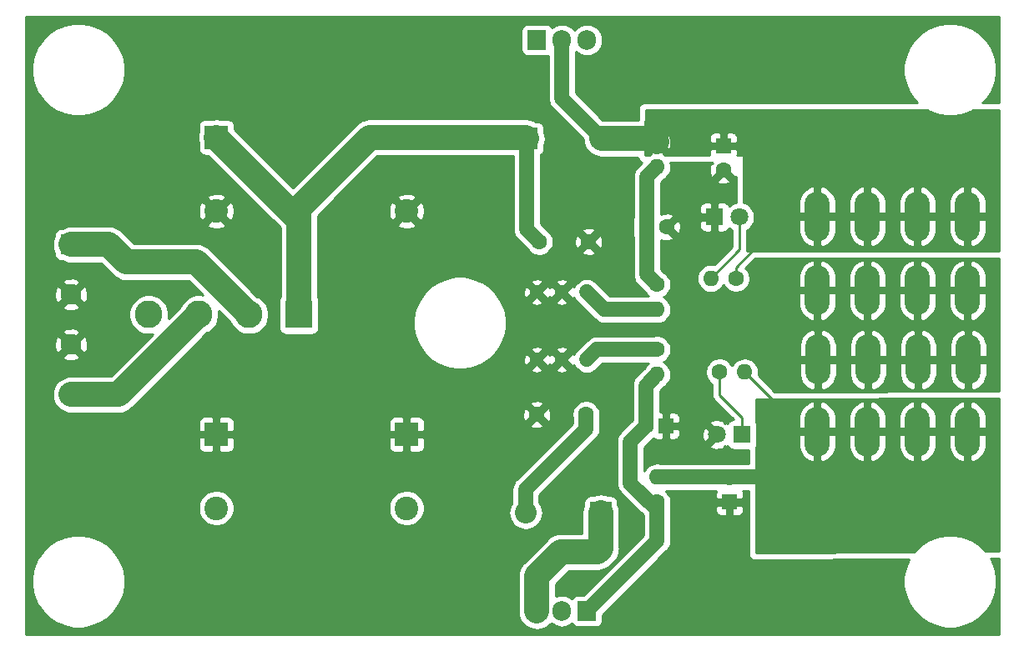
<source format=gbr>
G04 #@! TF.GenerationSoftware,KiCad,Pcbnew,(5.1.4-0-10_14)*
G04 #@! TF.CreationDate,2019-08-27T23:22:26+02:00*
G04 #@! TF.ProjectId,PSU-Matti-v02,5053552d-4d61-4747-9469-2d7630322e6b,v01*
G04 #@! TF.SameCoordinates,Original*
G04 #@! TF.FileFunction,Copper,L1,Top*
G04 #@! TF.FilePolarity,Positive*
%FSLAX46Y46*%
G04 Gerber Fmt 4.6, Leading zero omitted, Abs format (unit mm)*
G04 Created by KiCad (PCBNEW (5.1.4-0-10_14)) date 2019-08-27 23:22:26*
%MOMM*%
%LPD*%
G04 APERTURE LIST*
%ADD10O,2.540000X5.080000*%
%ADD11O,2.200000X2.200000*%
%ADD12R,2.200000X2.200000*%
%ADD13R,2.800000X2.800000*%
%ADD14C,2.800000*%
%ADD15C,1.440000*%
%ADD16C,2.100000*%
%ADD17R,2.100000X2.100000*%
%ADD18O,1.600000X1.600000*%
%ADD19C,1.600000*%
%ADD20R,2.400000X2.400000*%
%ADD21C,2.400000*%
%ADD22R,1.600000X1.600000*%
%ADD23R,1.800000X1.800000*%
%ADD24C,1.800000*%
%ADD25R,1.905000X2.000000*%
%ADD26O,1.905000X2.000000*%
%ADD27C,0.762000*%
%ADD28C,1.524000*%
%ADD29C,2.540000*%
%ADD30C,0.254000*%
G04 APERTURE END LIST*
D10*
X155956000Y-90916500D03*
X161036000Y-90916500D03*
D11*
X126380000Y-121000000D03*
D12*
X134000000Y-121000000D03*
D11*
X134112000Y-83000000D03*
D12*
X126492000Y-83000000D03*
D13*
X103378000Y-100886000D03*
D14*
X98298000Y-100886000D03*
X93218000Y-100886000D03*
X88138000Y-100886000D03*
D15*
X127508000Y-105458000D03*
X130048000Y-105458000D03*
X132588000Y-105458000D03*
D10*
X166116000Y-98409500D03*
X171196000Y-98409500D03*
X155956000Y-98409500D03*
X161036000Y-98409500D03*
X166179500Y-105458000D03*
X171259500Y-105458000D03*
X166116000Y-112760500D03*
X171196000Y-112760500D03*
X156019500Y-105458000D03*
X161099500Y-105458000D03*
X155956000Y-112760500D03*
X161036000Y-112760500D03*
X166116000Y-90916500D03*
X171196000Y-90916500D03*
D16*
X80264000Y-109014000D03*
X80264000Y-103934000D03*
X80264000Y-98854000D03*
D17*
X80264000Y-93774000D03*
D18*
X145161000Y-97203000D03*
D19*
X147701000Y-97203000D03*
D18*
X139700000Y-100378000D03*
D19*
X139700000Y-97838000D03*
D18*
X139700000Y-106982000D03*
D19*
X139700000Y-104442000D03*
D18*
X148590000Y-106728000D03*
D19*
X146050000Y-106728000D03*
D18*
X139700000Y-85900000D03*
D19*
X139700000Y-83360000D03*
D18*
X139700000Y-117396000D03*
D19*
X139700000Y-119936000D03*
D20*
X94996000Y-82884000D03*
D21*
X94996000Y-90384000D03*
D20*
X94996000Y-113046000D03*
D21*
X94996000Y-120546000D03*
X114300000Y-90384000D03*
D20*
X114300000Y-82884000D03*
D21*
X114300000Y-120546000D03*
D20*
X114300000Y-113046000D03*
D19*
X127762000Y-93456500D03*
X132762000Y-93456500D03*
X132508000Y-111046000D03*
X127508000Y-111046000D03*
X140684000Y-91996000D03*
D22*
X138684000Y-91996000D03*
X140589000Y-112189000D03*
D19*
X138589000Y-112189000D03*
D22*
X146431000Y-83741000D03*
D19*
X146431000Y-86241000D03*
X147066000Y-117436000D03*
D22*
X147066000Y-119936000D03*
D23*
X145542000Y-90980000D03*
D24*
X148082000Y-90980000D03*
D23*
X148336000Y-113078000D03*
D24*
X145796000Y-113078000D03*
D15*
X132588000Y-98600000D03*
X130048000Y-98600000D03*
X127508000Y-98600000D03*
D25*
X127508000Y-73000000D03*
D26*
X130048000Y-73000000D03*
X132588000Y-73000000D03*
X127508000Y-131000000D03*
X130048000Y-131000000D03*
D25*
X132588000Y-131000000D03*
D27*
X94500000Y-132000000D03*
X114200000Y-132000000D03*
X145000000Y-132000000D03*
X159700000Y-132000000D03*
X145100000Y-71300000D03*
X94600000Y-71300000D03*
X114300000Y-71300000D03*
X159800000Y-71300000D03*
D28*
X138684000Y-86916000D02*
X138684000Y-91996000D01*
X139700000Y-85900000D02*
X138684000Y-86916000D01*
X138684000Y-96822000D02*
X139700000Y-97838000D01*
X138684000Y-91996000D02*
X138684000Y-96822000D01*
X138589000Y-108093000D02*
X138589000Y-112189000D01*
X139700000Y-106982000D02*
X138589000Y-108093000D01*
X132588000Y-131000000D02*
X139700000Y-123888000D01*
X137000000Y-113778000D02*
X137000000Y-118000000D01*
X137000000Y-118000000D02*
X139700000Y-120700000D01*
X138589000Y-112189000D02*
X137000000Y-113778000D01*
X139700000Y-120700000D02*
X139700000Y-119936000D01*
X139700000Y-123888000D02*
X139700000Y-120700000D01*
D29*
X139340000Y-83000000D02*
X139700000Y-83360000D01*
X134112000Y-83000000D02*
X139340000Y-83000000D01*
D28*
X130048000Y-78936000D02*
X134112000Y-83000000D01*
X130048000Y-73000000D02*
X130048000Y-78936000D01*
D30*
X147701000Y-96071630D02*
X149772630Y-94000000D01*
X147701000Y-97203000D02*
X147701000Y-96071630D01*
D28*
X147026000Y-117396000D02*
X147066000Y-117436000D01*
D29*
X133640000Y-125000000D02*
X134000000Y-124640000D01*
X129968000Y-125000000D02*
X133640000Y-125000000D01*
X134000000Y-124640000D02*
X134000000Y-121000000D01*
X127508000Y-127460000D02*
X129968000Y-125000000D01*
X127508000Y-131000000D02*
X127508000Y-127460000D01*
D28*
X139700000Y-117396000D02*
X149604000Y-117396000D01*
D30*
X148590000Y-106728000D02*
X151862000Y-110000000D01*
X151862000Y-110000000D02*
X152000000Y-110000000D01*
X151862000Y-110000000D02*
X149817001Y-107955001D01*
D29*
X85090000Y-109014000D02*
X93218000Y-100886000D01*
X80264000Y-109014000D02*
X85090000Y-109014000D01*
X80264000Y-93774000D02*
X84074000Y-93774000D01*
X84074000Y-93774000D02*
X85852000Y-95552000D01*
X92964000Y-95552000D02*
X98298000Y-100886000D01*
X85852000Y-95552000D02*
X92964000Y-95552000D01*
D30*
X148082000Y-94282000D02*
X145161000Y-97203000D01*
X148082000Y-90980000D02*
X148082000Y-94282000D01*
X146050000Y-106728000D02*
X146050000Y-109050000D01*
X148336000Y-111336000D02*
X148336000Y-113078000D01*
X146050000Y-109050000D02*
X148336000Y-111336000D01*
D28*
X134366000Y-100378000D02*
X139700000Y-100378000D01*
X132588000Y-98600000D02*
X134366000Y-100378000D01*
X133604000Y-104442000D02*
X139700000Y-104442000D01*
X132588000Y-105458000D02*
X133604000Y-104442000D01*
D29*
X103378000Y-91266000D02*
X94996000Y-82884000D01*
X103378000Y-100886000D02*
X103378000Y-91266000D01*
X110560000Y-82884000D02*
X114300000Y-82884000D01*
X103378000Y-90066000D02*
X110560000Y-82884000D01*
X103378000Y-91266000D02*
X103378000Y-90066000D01*
X126376000Y-82884000D02*
X126492000Y-83000000D01*
X114300000Y-82884000D02*
X126376000Y-82884000D01*
D28*
X126492000Y-92186500D02*
X127762000Y-93456500D01*
X126492000Y-83000000D02*
X126492000Y-92186500D01*
X132508000Y-112177370D02*
X132508000Y-111046000D01*
X132508000Y-112492000D02*
X132508000Y-112177370D01*
X126380000Y-118620000D02*
X132508000Y-112492000D01*
X126380000Y-121000000D02*
X126380000Y-118620000D01*
D30*
G36*
X174352301Y-79365000D02*
G01*
X172737988Y-79365000D01*
X173089701Y-79013287D01*
X173607013Y-78239074D01*
X173963344Y-77378815D01*
X174145000Y-76465569D01*
X174145000Y-75534431D01*
X173963344Y-74621185D01*
X173607013Y-73760926D01*
X173089701Y-72986713D01*
X172431287Y-72328299D01*
X171657074Y-71810987D01*
X170796815Y-71454656D01*
X169883569Y-71273000D01*
X168952431Y-71273000D01*
X168039185Y-71454656D01*
X167178926Y-71810987D01*
X166404713Y-72328299D01*
X165746299Y-72986713D01*
X165228987Y-73760926D01*
X164872656Y-74621185D01*
X164691000Y-75534431D01*
X164691000Y-76465569D01*
X164872656Y-77378815D01*
X165228987Y-78239074D01*
X165746299Y-79013287D01*
X166098012Y-79365000D01*
X138430000Y-79365000D01*
X138314332Y-79375624D01*
X138194744Y-79410187D01*
X138084198Y-79467416D01*
X137986940Y-79545112D01*
X137906709Y-79640289D01*
X137846588Y-79749290D01*
X137808887Y-79867925D01*
X137795055Y-79991636D01*
X137780520Y-81095000D01*
X134182656Y-81095000D01*
X131445000Y-78357345D01*
X131445000Y-74157140D01*
X131460037Y-74175463D01*
X131701766Y-74373845D01*
X131977552Y-74521255D01*
X132276797Y-74612030D01*
X132588000Y-74642681D01*
X132899204Y-74612030D01*
X133198449Y-74521255D01*
X133474235Y-74373845D01*
X133715963Y-74175463D01*
X133914345Y-73933734D01*
X134061755Y-73657948D01*
X134152530Y-73358703D01*
X134175500Y-73125485D01*
X134175500Y-72874514D01*
X134152530Y-72641296D01*
X134061755Y-72342051D01*
X133914345Y-72066265D01*
X133715963Y-71824537D01*
X133474234Y-71626155D01*
X133198448Y-71478745D01*
X132899203Y-71387970D01*
X132588000Y-71357319D01*
X132276796Y-71387970D01*
X131977551Y-71478745D01*
X131701765Y-71626155D01*
X131460037Y-71824537D01*
X131318000Y-71997609D01*
X131175963Y-71824537D01*
X130934234Y-71626155D01*
X130658448Y-71478745D01*
X130359203Y-71387970D01*
X130048000Y-71357319D01*
X129736796Y-71387970D01*
X129437551Y-71478745D01*
X129161765Y-71626155D01*
X129035905Y-71729446D01*
X128991037Y-71645506D01*
X128911685Y-71548815D01*
X128814994Y-71469463D01*
X128704680Y-71410498D01*
X128584982Y-71374188D01*
X128460500Y-71361928D01*
X126555500Y-71361928D01*
X126431018Y-71374188D01*
X126311320Y-71410498D01*
X126201006Y-71469463D01*
X126104315Y-71548815D01*
X126024963Y-71645506D01*
X125965998Y-71755820D01*
X125929688Y-71875518D01*
X125917428Y-72000000D01*
X125917428Y-74000000D01*
X125929688Y-74124482D01*
X125965998Y-74244180D01*
X126024963Y-74354494D01*
X126104315Y-74451185D01*
X126201006Y-74530537D01*
X126311320Y-74589502D01*
X126431018Y-74625812D01*
X126555500Y-74638072D01*
X128460500Y-74638072D01*
X128584982Y-74625812D01*
X128651000Y-74605786D01*
X128651001Y-78867365D01*
X128644241Y-78936000D01*
X128671214Y-79209859D01*
X128718276Y-79365000D01*
X128751097Y-79473195D01*
X128880818Y-79715887D01*
X129055393Y-79928608D01*
X129108704Y-79972359D01*
X132204495Y-83068151D01*
X132234564Y-83373445D01*
X132343494Y-83732539D01*
X132520387Y-84063482D01*
X132758444Y-84353556D01*
X133048518Y-84591613D01*
X133379461Y-84768506D01*
X133738555Y-84877436D01*
X134018418Y-84905000D01*
X137740084Y-84905000D01*
X137743701Y-84944382D01*
X137779836Y-85063504D01*
X137838517Y-85173287D01*
X137917487Y-85269513D01*
X138013713Y-85348483D01*
X138123496Y-85407164D01*
X138195376Y-85428968D01*
X137744704Y-85879641D01*
X137691392Y-85923393D01*
X137516817Y-86136114D01*
X137387096Y-86378806D01*
X137324292Y-86585843D01*
X137307214Y-86642141D01*
X137280241Y-86916000D01*
X137287000Y-86984625D01*
X137287001Y-90976535D01*
X137258188Y-91071518D01*
X137245928Y-91196000D01*
X137245928Y-92796000D01*
X137258188Y-92920482D01*
X137287000Y-93015463D01*
X137287001Y-96753365D01*
X137280241Y-96822000D01*
X137307214Y-97095859D01*
X137361353Y-97274328D01*
X137387097Y-97359195D01*
X137516818Y-97601887D01*
X137691393Y-97814608D01*
X137744704Y-97858359D01*
X138477149Y-98590804D01*
X138585363Y-98752759D01*
X138785241Y-98952637D01*
X138827689Y-98981000D01*
X134944656Y-98981000D01*
X133527302Y-97563647D01*
X133367886Y-97432818D01*
X133125195Y-97303097D01*
X132861859Y-97223214D01*
X132588000Y-97196241D01*
X132314141Y-97223214D01*
X132050805Y-97303097D01*
X131808114Y-97432818D01*
X131595393Y-97607393D01*
X131420818Y-97820114D01*
X131295203Y-98055123D01*
X131287618Y-98036811D01*
X131069356Y-97964725D01*
X130434080Y-98600000D01*
X131069356Y-99235275D01*
X131287618Y-99163189D01*
X131294380Y-99143336D01*
X131420818Y-99379886D01*
X131551647Y-99539302D01*
X133329640Y-101317296D01*
X133373392Y-101370608D01*
X133506184Y-101479587D01*
X133586113Y-101545183D01*
X133828804Y-101674904D01*
X134092140Y-101754786D01*
X134366000Y-101781759D01*
X134434625Y-101775000D01*
X139361871Y-101775000D01*
X139418691Y-101792236D01*
X139629508Y-101813000D01*
X139770492Y-101813000D01*
X139981309Y-101792236D01*
X140251808Y-101710182D01*
X140501101Y-101576932D01*
X140719608Y-101397608D01*
X140898932Y-101179101D01*
X141032182Y-100929808D01*
X141114236Y-100659309D01*
X141141943Y-100378000D01*
X141114236Y-100096691D01*
X141032182Y-99826192D01*
X140898932Y-99576899D01*
X140719608Y-99358392D01*
X140501101Y-99179068D01*
X140374971Y-99111650D01*
X140379727Y-99109680D01*
X140614759Y-98952637D01*
X140814637Y-98752759D01*
X140861582Y-98682500D01*
X154051000Y-98682500D01*
X154051000Y-99952500D01*
X154140864Y-100318901D01*
X154300482Y-100660731D01*
X154523721Y-100964852D01*
X154802002Y-101219578D01*
X155124630Y-101415120D01*
X155391429Y-101498919D01*
X155683000Y-101404278D01*
X155683000Y-98682500D01*
X156229000Y-98682500D01*
X156229000Y-101404278D01*
X156520571Y-101498919D01*
X156787370Y-101415120D01*
X157109998Y-101219578D01*
X157388279Y-100964852D01*
X157611518Y-100660731D01*
X157771136Y-100318901D01*
X157861000Y-99952500D01*
X157861000Y-98682500D01*
X159131000Y-98682500D01*
X159131000Y-99952500D01*
X159220864Y-100318901D01*
X159380482Y-100660731D01*
X159603721Y-100964852D01*
X159882002Y-101219578D01*
X160204630Y-101415120D01*
X160471429Y-101498919D01*
X160763000Y-101404278D01*
X160763000Y-98682500D01*
X161309000Y-98682500D01*
X161309000Y-101404278D01*
X161600571Y-101498919D01*
X161867370Y-101415120D01*
X162189998Y-101219578D01*
X162468279Y-100964852D01*
X162691518Y-100660731D01*
X162851136Y-100318901D01*
X162941000Y-99952500D01*
X162941000Y-98682500D01*
X164211000Y-98682500D01*
X164211000Y-99952500D01*
X164300864Y-100318901D01*
X164460482Y-100660731D01*
X164683721Y-100964852D01*
X164962002Y-101219578D01*
X165284630Y-101415120D01*
X165551429Y-101498919D01*
X165843000Y-101404278D01*
X165843000Y-98682500D01*
X166389000Y-98682500D01*
X166389000Y-101404278D01*
X166680571Y-101498919D01*
X166947370Y-101415120D01*
X167269998Y-101219578D01*
X167548279Y-100964852D01*
X167771518Y-100660731D01*
X167931136Y-100318901D01*
X168021000Y-99952500D01*
X168021000Y-98682500D01*
X169291000Y-98682500D01*
X169291000Y-99952500D01*
X169380864Y-100318901D01*
X169540482Y-100660731D01*
X169763721Y-100964852D01*
X170042002Y-101219578D01*
X170364630Y-101415120D01*
X170631429Y-101498919D01*
X170923000Y-101404278D01*
X170923000Y-98682500D01*
X171469000Y-98682500D01*
X171469000Y-101404278D01*
X171760571Y-101498919D01*
X172027370Y-101415120D01*
X172349998Y-101219578D01*
X172628279Y-100964852D01*
X172851518Y-100660731D01*
X173011136Y-100318901D01*
X173101000Y-99952500D01*
X173101000Y-98682500D01*
X171469000Y-98682500D01*
X170923000Y-98682500D01*
X169291000Y-98682500D01*
X168021000Y-98682500D01*
X166389000Y-98682500D01*
X165843000Y-98682500D01*
X164211000Y-98682500D01*
X162941000Y-98682500D01*
X161309000Y-98682500D01*
X160763000Y-98682500D01*
X159131000Y-98682500D01*
X157861000Y-98682500D01*
X156229000Y-98682500D01*
X155683000Y-98682500D01*
X154051000Y-98682500D01*
X140861582Y-98682500D01*
X140971680Y-98517727D01*
X141079853Y-98256574D01*
X141135000Y-97979335D01*
X141135000Y-97696665D01*
X141079853Y-97419426D01*
X140971680Y-97158273D01*
X140814637Y-96923241D01*
X140614759Y-96723363D01*
X140452804Y-96615149D01*
X140081000Y-96243345D01*
X140081000Y-93304879D01*
X140339157Y-93396102D01*
X140618930Y-93436475D01*
X140901203Y-93421491D01*
X141175129Y-93351727D01*
X141295362Y-93301924D01*
X141377542Y-93075622D01*
X140684000Y-92382080D01*
X140669858Y-92396223D01*
X140283778Y-92010143D01*
X140297920Y-91996000D01*
X141070080Y-91996000D01*
X141763622Y-92689542D01*
X141989924Y-92607362D01*
X142084102Y-92340843D01*
X142124475Y-92061070D01*
X142114864Y-91880000D01*
X144003928Y-91880000D01*
X144016188Y-92004482D01*
X144052498Y-92124180D01*
X144111463Y-92234494D01*
X144190815Y-92331185D01*
X144287506Y-92410537D01*
X144397820Y-92469502D01*
X144517518Y-92505812D01*
X144642000Y-92518072D01*
X145110250Y-92515000D01*
X145269000Y-92356250D01*
X145269000Y-91253000D01*
X144165750Y-91253000D01*
X144007000Y-91411750D01*
X144003928Y-91880000D01*
X142114864Y-91880000D01*
X142109491Y-91778797D01*
X142039727Y-91504871D01*
X141989924Y-91384638D01*
X141763622Y-91302458D01*
X141070080Y-91996000D01*
X140297920Y-91996000D01*
X140283778Y-91981858D01*
X140669858Y-91595778D01*
X140684000Y-91609920D01*
X141377542Y-90916378D01*
X141295362Y-90690076D01*
X141028843Y-90595898D01*
X140749070Y-90555525D01*
X140466797Y-90570509D01*
X140192871Y-90640273D01*
X140081000Y-90686612D01*
X140081000Y-90080000D01*
X144003928Y-90080000D01*
X144007000Y-90548250D01*
X144165750Y-90707000D01*
X145269000Y-90707000D01*
X145269000Y-89603750D01*
X145110250Y-89445000D01*
X144642000Y-89441928D01*
X144517518Y-89454188D01*
X144397820Y-89490498D01*
X144287506Y-89549463D01*
X144190815Y-89628815D01*
X144111463Y-89725506D01*
X144052498Y-89835820D01*
X144016188Y-89955518D01*
X144003928Y-90080000D01*
X140081000Y-90080000D01*
X140081000Y-87494655D01*
X140255033Y-87320622D01*
X145737458Y-87320622D01*
X145819638Y-87546924D01*
X146086157Y-87641102D01*
X146365930Y-87681475D01*
X146648203Y-87666491D01*
X146922129Y-87596727D01*
X147042362Y-87546924D01*
X147124542Y-87320622D01*
X146431000Y-86627080D01*
X145737458Y-87320622D01*
X140255033Y-87320622D01*
X140448732Y-87126924D01*
X140501101Y-87098932D01*
X140719608Y-86919608D01*
X140898932Y-86701101D01*
X141032182Y-86451808D01*
X141114236Y-86181309D01*
X141141943Y-85900000D01*
X141114236Y-85618691D01*
X141064733Y-85455500D01*
X145259417Y-85455500D01*
X145351376Y-85547459D01*
X145125076Y-85629638D01*
X145030898Y-85896157D01*
X144990525Y-86175930D01*
X145005509Y-86458203D01*
X145075273Y-86732129D01*
X145125076Y-86852362D01*
X145351378Y-86934542D01*
X146044920Y-86241000D01*
X146030778Y-86226858D01*
X146416858Y-85840778D01*
X146431000Y-85854920D01*
X146445143Y-85840778D01*
X146831223Y-86226858D01*
X146817080Y-86241000D01*
X147510622Y-86934542D01*
X147701000Y-86865408D01*
X147701000Y-89490713D01*
X147634257Y-89503989D01*
X147354905Y-89619701D01*
X147103495Y-89787688D01*
X147037056Y-89854127D01*
X147031502Y-89835820D01*
X146972537Y-89725506D01*
X146893185Y-89628815D01*
X146796494Y-89549463D01*
X146686180Y-89490498D01*
X146566482Y-89454188D01*
X146442000Y-89441928D01*
X145973750Y-89445000D01*
X145815000Y-89603750D01*
X145815000Y-90707000D01*
X145835000Y-90707000D01*
X145835000Y-91253000D01*
X145815000Y-91253000D01*
X145815000Y-92356250D01*
X145973750Y-92515000D01*
X146442000Y-92518072D01*
X146566482Y-92505812D01*
X146686180Y-92469502D01*
X146796494Y-92410537D01*
X146893185Y-92331185D01*
X146972537Y-92234494D01*
X147031502Y-92124180D01*
X147037056Y-92105873D01*
X147103495Y-92172312D01*
X147320000Y-92316976D01*
X147320001Y-93966368D01*
X145484736Y-95801634D01*
X145442309Y-95788764D01*
X145231492Y-95768000D01*
X145090508Y-95768000D01*
X144879691Y-95788764D01*
X144609192Y-95870818D01*
X144359899Y-96004068D01*
X144141392Y-96183392D01*
X143962068Y-96401899D01*
X143828818Y-96651192D01*
X143746764Y-96921691D01*
X143719057Y-97203000D01*
X143746764Y-97484309D01*
X143828818Y-97754808D01*
X143962068Y-98004101D01*
X144141392Y-98222608D01*
X144359899Y-98401932D01*
X144609192Y-98535182D01*
X144879691Y-98617236D01*
X145090508Y-98638000D01*
X145231492Y-98638000D01*
X145442309Y-98617236D01*
X145712808Y-98535182D01*
X145962101Y-98401932D01*
X146180608Y-98222608D01*
X146359932Y-98004101D01*
X146427350Y-97877971D01*
X146429320Y-97882727D01*
X146586363Y-98117759D01*
X146786241Y-98317637D01*
X147021273Y-98474680D01*
X147282426Y-98582853D01*
X147559665Y-98638000D01*
X147842335Y-98638000D01*
X148119574Y-98582853D01*
X148380727Y-98474680D01*
X148615759Y-98317637D01*
X148815637Y-98117759D01*
X148972680Y-97882727D01*
X149080853Y-97621574D01*
X149136000Y-97344335D01*
X149136000Y-97061665D01*
X149097179Y-96866500D01*
X154051000Y-96866500D01*
X154051000Y-98136500D01*
X155683000Y-98136500D01*
X155683000Y-95414722D01*
X156229000Y-95414722D01*
X156229000Y-98136500D01*
X157861000Y-98136500D01*
X157861000Y-96866500D01*
X159131000Y-96866500D01*
X159131000Y-98136500D01*
X160763000Y-98136500D01*
X160763000Y-95414722D01*
X161309000Y-95414722D01*
X161309000Y-98136500D01*
X162941000Y-98136500D01*
X162941000Y-96866500D01*
X164211000Y-96866500D01*
X164211000Y-98136500D01*
X165843000Y-98136500D01*
X165843000Y-95414722D01*
X166389000Y-95414722D01*
X166389000Y-98136500D01*
X168021000Y-98136500D01*
X168021000Y-96866500D01*
X169291000Y-96866500D01*
X169291000Y-98136500D01*
X170923000Y-98136500D01*
X170923000Y-95414722D01*
X171469000Y-95414722D01*
X171469000Y-98136500D01*
X173101000Y-98136500D01*
X173101000Y-96866500D01*
X173011136Y-96500099D01*
X172851518Y-96158269D01*
X172628279Y-95854148D01*
X172349998Y-95599422D01*
X172027370Y-95403880D01*
X171760571Y-95320081D01*
X171469000Y-95414722D01*
X170923000Y-95414722D01*
X170631429Y-95320081D01*
X170364630Y-95403880D01*
X170042002Y-95599422D01*
X169763721Y-95854148D01*
X169540482Y-96158269D01*
X169380864Y-96500099D01*
X169291000Y-96866500D01*
X168021000Y-96866500D01*
X167931136Y-96500099D01*
X167771518Y-96158269D01*
X167548279Y-95854148D01*
X167269998Y-95599422D01*
X166947370Y-95403880D01*
X166680571Y-95320081D01*
X166389000Y-95414722D01*
X165843000Y-95414722D01*
X165551429Y-95320081D01*
X165284630Y-95403880D01*
X164962002Y-95599422D01*
X164683721Y-95854148D01*
X164460482Y-96158269D01*
X164300864Y-96500099D01*
X164211000Y-96866500D01*
X162941000Y-96866500D01*
X162851136Y-96500099D01*
X162691518Y-96158269D01*
X162468279Y-95854148D01*
X162189998Y-95599422D01*
X161867370Y-95403880D01*
X161600571Y-95320081D01*
X161309000Y-95414722D01*
X160763000Y-95414722D01*
X160471429Y-95320081D01*
X160204630Y-95403880D01*
X159882002Y-95599422D01*
X159603721Y-95854148D01*
X159380482Y-96158269D01*
X159220864Y-96500099D01*
X159131000Y-96866500D01*
X157861000Y-96866500D01*
X157771136Y-96500099D01*
X157611518Y-96158269D01*
X157388279Y-95854148D01*
X157109998Y-95599422D01*
X156787370Y-95403880D01*
X156520571Y-95320081D01*
X156229000Y-95414722D01*
X155683000Y-95414722D01*
X155391429Y-95320081D01*
X155124630Y-95403880D01*
X154802002Y-95599422D01*
X154523721Y-95854148D01*
X154300482Y-96158269D01*
X154140864Y-96500099D01*
X154051000Y-96866500D01*
X149097179Y-96866500D01*
X149080853Y-96784426D01*
X148972680Y-96523273D01*
X148815637Y-96288241D01*
X148688828Y-96161432D01*
X149679261Y-95171000D01*
X174352301Y-95171000D01*
X174352300Y-108636962D01*
X151631257Y-108691626D01*
X149991366Y-107051736D01*
X150004236Y-107009309D01*
X150031943Y-106728000D01*
X150004236Y-106446691D01*
X149922182Y-106176192D01*
X149788932Y-105926899D01*
X149628162Y-105731000D01*
X154114500Y-105731000D01*
X154114500Y-107001000D01*
X154204364Y-107367401D01*
X154363982Y-107709231D01*
X154587221Y-108013352D01*
X154865502Y-108268078D01*
X155188130Y-108463620D01*
X155454929Y-108547419D01*
X155746500Y-108452778D01*
X155746500Y-105731000D01*
X156292500Y-105731000D01*
X156292500Y-108452778D01*
X156584071Y-108547419D01*
X156850870Y-108463620D01*
X157173498Y-108268078D01*
X157451779Y-108013352D01*
X157675018Y-107709231D01*
X157834636Y-107367401D01*
X157924500Y-107001000D01*
X157924500Y-105731000D01*
X159194500Y-105731000D01*
X159194500Y-107001000D01*
X159284364Y-107367401D01*
X159443982Y-107709231D01*
X159667221Y-108013352D01*
X159945502Y-108268078D01*
X160268130Y-108463620D01*
X160534929Y-108547419D01*
X160826500Y-108452778D01*
X160826500Y-105731000D01*
X161372500Y-105731000D01*
X161372500Y-108452778D01*
X161664071Y-108547419D01*
X161930870Y-108463620D01*
X162253498Y-108268078D01*
X162531779Y-108013352D01*
X162755018Y-107709231D01*
X162914636Y-107367401D01*
X163004500Y-107001000D01*
X163004500Y-105731000D01*
X164274500Y-105731000D01*
X164274500Y-107001000D01*
X164364364Y-107367401D01*
X164523982Y-107709231D01*
X164747221Y-108013352D01*
X165025502Y-108268078D01*
X165348130Y-108463620D01*
X165614929Y-108547419D01*
X165906500Y-108452778D01*
X165906500Y-105731000D01*
X166452500Y-105731000D01*
X166452500Y-108452778D01*
X166744071Y-108547419D01*
X167010870Y-108463620D01*
X167333498Y-108268078D01*
X167611779Y-108013352D01*
X167835018Y-107709231D01*
X167994636Y-107367401D01*
X168084500Y-107001000D01*
X168084500Y-105731000D01*
X169354500Y-105731000D01*
X169354500Y-107001000D01*
X169444364Y-107367401D01*
X169603982Y-107709231D01*
X169827221Y-108013352D01*
X170105502Y-108268078D01*
X170428130Y-108463620D01*
X170694929Y-108547419D01*
X170986500Y-108452778D01*
X170986500Y-105731000D01*
X171532500Y-105731000D01*
X171532500Y-108452778D01*
X171824071Y-108547419D01*
X172090870Y-108463620D01*
X172413498Y-108268078D01*
X172691779Y-108013352D01*
X172915018Y-107709231D01*
X173074636Y-107367401D01*
X173164500Y-107001000D01*
X173164500Y-105731000D01*
X171532500Y-105731000D01*
X170986500Y-105731000D01*
X169354500Y-105731000D01*
X168084500Y-105731000D01*
X166452500Y-105731000D01*
X165906500Y-105731000D01*
X164274500Y-105731000D01*
X163004500Y-105731000D01*
X161372500Y-105731000D01*
X160826500Y-105731000D01*
X159194500Y-105731000D01*
X157924500Y-105731000D01*
X156292500Y-105731000D01*
X155746500Y-105731000D01*
X154114500Y-105731000D01*
X149628162Y-105731000D01*
X149609608Y-105708392D01*
X149391101Y-105529068D01*
X149141808Y-105395818D01*
X148871309Y-105313764D01*
X148660492Y-105293000D01*
X148519508Y-105293000D01*
X148308691Y-105313764D01*
X148038192Y-105395818D01*
X147788899Y-105529068D01*
X147570392Y-105708392D01*
X147391068Y-105926899D01*
X147323650Y-106053029D01*
X147321680Y-106048273D01*
X147164637Y-105813241D01*
X146964759Y-105613363D01*
X146729727Y-105456320D01*
X146468574Y-105348147D01*
X146191335Y-105293000D01*
X145908665Y-105293000D01*
X145631426Y-105348147D01*
X145370273Y-105456320D01*
X145135241Y-105613363D01*
X144935363Y-105813241D01*
X144778320Y-106048273D01*
X144670147Y-106309426D01*
X144615000Y-106586665D01*
X144615000Y-106869335D01*
X144670147Y-107146574D01*
X144778320Y-107407727D01*
X144935363Y-107642759D01*
X145135241Y-107842637D01*
X145288001Y-107944707D01*
X145288001Y-109012567D01*
X145284314Y-109050000D01*
X145299027Y-109199378D01*
X145342599Y-109343015D01*
X145413355Y-109475392D01*
X145484721Y-109562351D01*
X145508579Y-109591422D01*
X145537649Y-109615279D01*
X147462297Y-111539928D01*
X147436000Y-111539928D01*
X147311518Y-111552188D01*
X147191820Y-111588498D01*
X147081506Y-111647463D01*
X146984815Y-111726815D01*
X146905463Y-111823506D01*
X146846498Y-111933820D01*
X146843187Y-111944734D01*
X146693185Y-111794732D01*
X146562134Y-111925783D01*
X146467440Y-111689387D01*
X146183634Y-111585076D01*
X145884931Y-111538139D01*
X145582809Y-111550377D01*
X145288881Y-111621322D01*
X145124560Y-111689387D01*
X145029865Y-111925785D01*
X145796000Y-112691920D01*
X145810143Y-112677778D01*
X146196223Y-113063858D01*
X146182080Y-113078000D01*
X146196223Y-113092143D01*
X145810143Y-113478223D01*
X145796000Y-113464080D01*
X145029865Y-114230215D01*
X145124560Y-114466613D01*
X145408366Y-114570924D01*
X145707069Y-114617861D01*
X146009191Y-114605623D01*
X146303119Y-114534678D01*
X146467440Y-114466613D01*
X146562134Y-114230217D01*
X146693185Y-114361268D01*
X146843187Y-114211266D01*
X146846498Y-114222180D01*
X146905463Y-114332494D01*
X146984815Y-114429185D01*
X147081506Y-114508537D01*
X147191820Y-114567502D01*
X147311518Y-114603812D01*
X147436000Y-114616072D01*
X148971000Y-114616072D01*
X148971000Y-115999000D01*
X147094625Y-115999000D01*
X147026000Y-115992241D01*
X146957375Y-115999000D01*
X140038129Y-115999000D01*
X139981309Y-115981764D01*
X139770492Y-115961000D01*
X139629508Y-115961000D01*
X139418691Y-115981764D01*
X139148192Y-116063818D01*
X138898899Y-116197068D01*
X138680392Y-116376392D01*
X138501068Y-116594899D01*
X138397000Y-116789596D01*
X138397000Y-114356656D01*
X139326842Y-113426814D01*
X139337815Y-113440185D01*
X139434506Y-113519537D01*
X139544820Y-113578502D01*
X139664518Y-113614812D01*
X139789000Y-113627072D01*
X140157250Y-113624000D01*
X140316000Y-113465250D01*
X140316000Y-112462000D01*
X140862000Y-112462000D01*
X140862000Y-113465250D01*
X141020750Y-113624000D01*
X141389000Y-113627072D01*
X141513482Y-113614812D01*
X141633180Y-113578502D01*
X141743494Y-113519537D01*
X141840185Y-113440185D01*
X141919537Y-113343494D01*
X141978502Y-113233180D01*
X142014812Y-113113482D01*
X142027065Y-112989069D01*
X144256139Y-112989069D01*
X144268377Y-113291191D01*
X144339322Y-113585119D01*
X144407387Y-113749440D01*
X144643785Y-113844135D01*
X145409920Y-113078000D01*
X144643785Y-112311865D01*
X144407387Y-112406560D01*
X144303076Y-112690366D01*
X144256139Y-112989069D01*
X142027065Y-112989069D01*
X142027072Y-112989000D01*
X142024000Y-112620750D01*
X141865250Y-112462000D01*
X140862000Y-112462000D01*
X140316000Y-112462000D01*
X140296000Y-112462000D01*
X140296000Y-111916000D01*
X140316000Y-111916000D01*
X140316000Y-110912750D01*
X140862000Y-110912750D01*
X140862000Y-111916000D01*
X141865250Y-111916000D01*
X142024000Y-111757250D01*
X142027072Y-111389000D01*
X142014812Y-111264518D01*
X141978502Y-111144820D01*
X141919537Y-111034506D01*
X141840185Y-110937815D01*
X141743494Y-110858463D01*
X141633180Y-110799498D01*
X141513482Y-110763188D01*
X141389000Y-110750928D01*
X141020750Y-110754000D01*
X140862000Y-110912750D01*
X140316000Y-110912750D01*
X140157250Y-110754000D01*
X139986000Y-110752571D01*
X139986000Y-108671656D01*
X140448733Y-108208923D01*
X140501101Y-108180932D01*
X140719608Y-108001608D01*
X140898932Y-107783101D01*
X141032182Y-107533808D01*
X141114236Y-107263309D01*
X141141943Y-106982000D01*
X141114236Y-106700691D01*
X141032182Y-106430192D01*
X140898932Y-106180899D01*
X140719608Y-105962392D01*
X140501101Y-105783068D01*
X140374971Y-105715650D01*
X140379727Y-105713680D01*
X140614759Y-105556637D01*
X140814637Y-105356759D01*
X140971680Y-105121727D01*
X141079853Y-104860574D01*
X141135000Y-104583335D01*
X141135000Y-104300665D01*
X141079853Y-104023426D01*
X141034942Y-103915000D01*
X154114500Y-103915000D01*
X154114500Y-105185000D01*
X155746500Y-105185000D01*
X155746500Y-102463222D01*
X156292500Y-102463222D01*
X156292500Y-105185000D01*
X157924500Y-105185000D01*
X157924500Y-103915000D01*
X159194500Y-103915000D01*
X159194500Y-105185000D01*
X160826500Y-105185000D01*
X160826500Y-102463222D01*
X161372500Y-102463222D01*
X161372500Y-105185000D01*
X163004500Y-105185000D01*
X163004500Y-103915000D01*
X164274500Y-103915000D01*
X164274500Y-105185000D01*
X165906500Y-105185000D01*
X165906500Y-102463222D01*
X166452500Y-102463222D01*
X166452500Y-105185000D01*
X168084500Y-105185000D01*
X168084500Y-103915000D01*
X169354500Y-103915000D01*
X169354500Y-105185000D01*
X170986500Y-105185000D01*
X170986500Y-102463222D01*
X171532500Y-102463222D01*
X171532500Y-105185000D01*
X173164500Y-105185000D01*
X173164500Y-103915000D01*
X173074636Y-103548599D01*
X172915018Y-103206769D01*
X172691779Y-102902648D01*
X172413498Y-102647922D01*
X172090870Y-102452380D01*
X171824071Y-102368581D01*
X171532500Y-102463222D01*
X170986500Y-102463222D01*
X170694929Y-102368581D01*
X170428130Y-102452380D01*
X170105502Y-102647922D01*
X169827221Y-102902648D01*
X169603982Y-103206769D01*
X169444364Y-103548599D01*
X169354500Y-103915000D01*
X168084500Y-103915000D01*
X167994636Y-103548599D01*
X167835018Y-103206769D01*
X167611779Y-102902648D01*
X167333498Y-102647922D01*
X167010870Y-102452380D01*
X166744071Y-102368581D01*
X166452500Y-102463222D01*
X165906500Y-102463222D01*
X165614929Y-102368581D01*
X165348130Y-102452380D01*
X165025502Y-102647922D01*
X164747221Y-102902648D01*
X164523982Y-103206769D01*
X164364364Y-103548599D01*
X164274500Y-103915000D01*
X163004500Y-103915000D01*
X162914636Y-103548599D01*
X162755018Y-103206769D01*
X162531779Y-102902648D01*
X162253498Y-102647922D01*
X161930870Y-102452380D01*
X161664071Y-102368581D01*
X161372500Y-102463222D01*
X160826500Y-102463222D01*
X160534929Y-102368581D01*
X160268130Y-102452380D01*
X159945502Y-102647922D01*
X159667221Y-102902648D01*
X159443982Y-103206769D01*
X159284364Y-103548599D01*
X159194500Y-103915000D01*
X157924500Y-103915000D01*
X157834636Y-103548599D01*
X157675018Y-103206769D01*
X157451779Y-102902648D01*
X157173498Y-102647922D01*
X156850870Y-102452380D01*
X156584071Y-102368581D01*
X156292500Y-102463222D01*
X155746500Y-102463222D01*
X155454929Y-102368581D01*
X155188130Y-102452380D01*
X154865502Y-102647922D01*
X154587221Y-102902648D01*
X154363982Y-103206769D01*
X154204364Y-103548599D01*
X154114500Y-103915000D01*
X141034942Y-103915000D01*
X140971680Y-103762273D01*
X140814637Y-103527241D01*
X140614759Y-103327363D01*
X140379727Y-103170320D01*
X140118574Y-103062147D01*
X139841335Y-103007000D01*
X139558665Y-103007000D01*
X139367629Y-103045000D01*
X133672625Y-103045000D01*
X133604000Y-103038241D01*
X133535375Y-103045000D01*
X133330140Y-103065214D01*
X133066805Y-103145096D01*
X132824113Y-103274817D01*
X132611392Y-103449392D01*
X132567640Y-103502704D01*
X131551647Y-104518698D01*
X131420818Y-104678114D01*
X131295203Y-104913123D01*
X131287618Y-104894811D01*
X131069356Y-104822725D01*
X130434080Y-105458000D01*
X131069356Y-106093275D01*
X131287618Y-106021189D01*
X131294380Y-106001336D01*
X131420818Y-106237886D01*
X131595393Y-106450607D01*
X131808114Y-106625182D01*
X132050805Y-106754903D01*
X132314141Y-106834786D01*
X132588000Y-106861759D01*
X132861859Y-106834786D01*
X133125195Y-106754903D01*
X133367886Y-106625182D01*
X133527302Y-106494353D01*
X134182656Y-105839000D01*
X138830746Y-105839000D01*
X138680392Y-105962392D01*
X138501068Y-106180899D01*
X138473077Y-106233267D01*
X137649704Y-107056641D01*
X137596392Y-107100393D01*
X137421817Y-107313114D01*
X137292096Y-107555806D01*
X137229582Y-107761887D01*
X137212214Y-107819141D01*
X137185241Y-108093000D01*
X137192000Y-108161625D01*
X137192001Y-111610343D01*
X136060704Y-112741641D01*
X136007392Y-112785393D01*
X135832817Y-112998114D01*
X135703096Y-113240806D01*
X135634895Y-113465634D01*
X135623214Y-113504141D01*
X135596241Y-113778000D01*
X135603000Y-113846625D01*
X135603001Y-117931366D01*
X135596241Y-118000000D01*
X135623214Y-118273859D01*
X135666214Y-118415608D01*
X135703097Y-118537195D01*
X135832818Y-118779887D01*
X136007393Y-118992608D01*
X136060704Y-119036359D01*
X138303001Y-121278657D01*
X138303000Y-123309344D01*
X132250417Y-129361928D01*
X131635500Y-129361928D01*
X131511018Y-129374188D01*
X131391320Y-129410498D01*
X131281006Y-129469463D01*
X131184315Y-129548815D01*
X131104963Y-129645506D01*
X131060095Y-129729446D01*
X130934235Y-129626155D01*
X130658449Y-129478745D01*
X130359204Y-129387970D01*
X130048000Y-129357319D01*
X129736797Y-129387970D01*
X129437552Y-129478745D01*
X129413000Y-129491868D01*
X129413000Y-128249075D01*
X130757077Y-126905000D01*
X133546420Y-126905000D01*
X133640000Y-126914217D01*
X133733580Y-126905000D01*
X133733582Y-126905000D01*
X134013445Y-126877436D01*
X134372539Y-126768506D01*
X134703482Y-126591613D01*
X134993556Y-126353556D01*
X135053220Y-126280855D01*
X135280855Y-126053220D01*
X135353556Y-125993556D01*
X135591613Y-125703482D01*
X135768506Y-125372539D01*
X135877436Y-125013445D01*
X135905000Y-124733582D01*
X135905000Y-124733579D01*
X135914217Y-124640000D01*
X135905000Y-124546420D01*
X135905000Y-120906418D01*
X135877436Y-120626555D01*
X135768506Y-120267461D01*
X135738072Y-120210523D01*
X135738072Y-119900000D01*
X135725812Y-119775518D01*
X135689502Y-119655820D01*
X135630537Y-119545506D01*
X135551185Y-119448815D01*
X135454494Y-119369463D01*
X135344180Y-119310498D01*
X135224482Y-119274188D01*
X135100000Y-119261928D01*
X134789477Y-119261928D01*
X134732539Y-119231494D01*
X134373445Y-119122564D01*
X134000000Y-119085783D01*
X133626556Y-119122564D01*
X133267462Y-119231494D01*
X133210524Y-119261928D01*
X132900000Y-119261928D01*
X132775518Y-119274188D01*
X132655820Y-119310498D01*
X132545506Y-119369463D01*
X132448815Y-119448815D01*
X132369463Y-119545506D01*
X132310498Y-119655820D01*
X132274188Y-119775518D01*
X132261928Y-119900000D01*
X132261928Y-120210525D01*
X132231495Y-120267461D01*
X132122565Y-120626555D01*
X132095001Y-120906418D01*
X132095000Y-123095000D01*
X130061571Y-123095000D01*
X129967999Y-123085784D01*
X129874427Y-123095000D01*
X129874418Y-123095000D01*
X129594555Y-123122564D01*
X129235461Y-123231494D01*
X128904518Y-123408387D01*
X128614444Y-123646444D01*
X128554789Y-123719135D01*
X126227140Y-126046785D01*
X126154445Y-126106444D01*
X126051722Y-126231613D01*
X125916387Y-126396518D01*
X125739495Y-126727461D01*
X125630565Y-127086555D01*
X125593783Y-127460000D01*
X125603001Y-127553589D01*
X125603000Y-131093581D01*
X125630564Y-131373444D01*
X125739494Y-131732538D01*
X125916387Y-132063482D01*
X126154444Y-132353556D01*
X126444518Y-132591613D01*
X126775461Y-132768506D01*
X127134555Y-132877436D01*
X127508000Y-132914217D01*
X127881444Y-132877436D01*
X128240538Y-132768506D01*
X128571482Y-132591613D01*
X128861556Y-132353556D01*
X128972427Y-132218459D01*
X129161765Y-132373845D01*
X129437551Y-132521255D01*
X129736796Y-132612030D01*
X130048000Y-132642681D01*
X130359203Y-132612030D01*
X130658448Y-132521255D01*
X130934234Y-132373845D01*
X131060095Y-132270553D01*
X131104963Y-132354494D01*
X131184315Y-132451185D01*
X131281006Y-132530537D01*
X131391320Y-132589502D01*
X131511018Y-132625812D01*
X131635500Y-132638072D01*
X133540500Y-132638072D01*
X133664982Y-132625812D01*
X133784680Y-132589502D01*
X133894994Y-132530537D01*
X133991685Y-132451185D01*
X134071037Y-132354494D01*
X134130002Y-132244180D01*
X134166312Y-132124482D01*
X134178572Y-132000000D01*
X134178572Y-131385083D01*
X140639301Y-124924355D01*
X140692607Y-124880608D01*
X140867183Y-124667887D01*
X140996904Y-124425195D01*
X141076786Y-124161860D01*
X141097000Y-123956625D01*
X141097000Y-123956624D01*
X141103759Y-123888000D01*
X141097000Y-123819375D01*
X141097000Y-120768624D01*
X141100213Y-120736000D01*
X145627928Y-120736000D01*
X145640188Y-120860482D01*
X145676498Y-120980180D01*
X145735463Y-121090494D01*
X145814815Y-121187185D01*
X145911506Y-121266537D01*
X146021820Y-121325502D01*
X146141518Y-121361812D01*
X146266000Y-121374072D01*
X146634250Y-121371000D01*
X146793000Y-121212250D01*
X146793000Y-120209000D01*
X147339000Y-120209000D01*
X147339000Y-121212250D01*
X147497750Y-121371000D01*
X147866000Y-121374072D01*
X147990482Y-121361812D01*
X148110180Y-121325502D01*
X148220494Y-121266537D01*
X148317185Y-121187185D01*
X148396537Y-121090494D01*
X148455502Y-120980180D01*
X148491812Y-120860482D01*
X148504072Y-120736000D01*
X148501000Y-120367750D01*
X148342250Y-120209000D01*
X147339000Y-120209000D01*
X146793000Y-120209000D01*
X145789750Y-120209000D01*
X145631000Y-120367750D01*
X145627928Y-120736000D01*
X141100213Y-120736000D01*
X141103759Y-120700000D01*
X141097000Y-120631375D01*
X141097000Y-120268371D01*
X141135000Y-120077335D01*
X141135000Y-119794665D01*
X141079853Y-119517426D01*
X140971680Y-119256273D01*
X140814637Y-119021241D01*
X140614759Y-118821363D01*
X140572311Y-118793000D01*
X145729319Y-118793000D01*
X145676498Y-118891820D01*
X145640188Y-119011518D01*
X145627928Y-119136000D01*
X145631000Y-119504250D01*
X145789750Y-119663000D01*
X146793000Y-119663000D01*
X146793000Y-119643000D01*
X147339000Y-119643000D01*
X147339000Y-119663000D01*
X148342250Y-119663000D01*
X148501000Y-119504250D01*
X148504072Y-119136000D01*
X148491812Y-119011518D01*
X148455502Y-118891820D01*
X148402681Y-118793000D01*
X148971000Y-118793000D01*
X148971000Y-125206500D01*
X148984190Y-125335251D01*
X149021256Y-125454086D01*
X149080793Y-125563407D01*
X149160514Y-125659012D01*
X149257354Y-125737227D01*
X149367593Y-125795047D01*
X149486994Y-125830249D01*
X149610968Y-125841481D01*
X165256954Y-125719071D01*
X165228987Y-125760926D01*
X164872656Y-126621185D01*
X164691000Y-127534431D01*
X164691000Y-128465569D01*
X164872656Y-129378815D01*
X165228987Y-130239074D01*
X165746299Y-131013287D01*
X166404713Y-131671701D01*
X167178926Y-132189013D01*
X168039185Y-132545344D01*
X168952431Y-132727000D01*
X169883569Y-132727000D01*
X170796815Y-132545344D01*
X171657074Y-132189013D01*
X172431287Y-131671701D01*
X173089701Y-131013287D01*
X173607013Y-130239074D01*
X173963344Y-129378815D01*
X174145000Y-128465569D01*
X174145000Y-127534431D01*
X173963344Y-126621185D01*
X173607013Y-125760926D01*
X173535767Y-125654299D01*
X174352300Y-125647911D01*
X174352300Y-133352300D01*
X75647700Y-133352300D01*
X75647700Y-127534431D01*
X76273000Y-127534431D01*
X76273000Y-128465569D01*
X76454656Y-129378815D01*
X76810987Y-130239074D01*
X77328299Y-131013287D01*
X77986713Y-131671701D01*
X78760926Y-132189013D01*
X79621185Y-132545344D01*
X80534431Y-132727000D01*
X81465569Y-132727000D01*
X82378815Y-132545344D01*
X83239074Y-132189013D01*
X84013287Y-131671701D01*
X84671701Y-131013287D01*
X85189013Y-130239074D01*
X85545344Y-129378815D01*
X85727000Y-128465569D01*
X85727000Y-127534431D01*
X85545344Y-126621185D01*
X85189013Y-125760926D01*
X84671701Y-124986713D01*
X84013287Y-124328299D01*
X83239074Y-123810987D01*
X82378815Y-123454656D01*
X81465569Y-123273000D01*
X80534431Y-123273000D01*
X79621185Y-123454656D01*
X78760926Y-123810987D01*
X77986713Y-124328299D01*
X77328299Y-124986713D01*
X76810987Y-125760926D01*
X76454656Y-126621185D01*
X76273000Y-127534431D01*
X75647700Y-127534431D01*
X75647700Y-120365268D01*
X93161000Y-120365268D01*
X93161000Y-120726732D01*
X93231518Y-121081250D01*
X93369844Y-121415199D01*
X93570662Y-121715744D01*
X93826256Y-121971338D01*
X94126801Y-122172156D01*
X94460750Y-122310482D01*
X94815268Y-122381000D01*
X95176732Y-122381000D01*
X95531250Y-122310482D01*
X95865199Y-122172156D01*
X96165744Y-121971338D01*
X96421338Y-121715744D01*
X96622156Y-121415199D01*
X96760482Y-121081250D01*
X96831000Y-120726732D01*
X96831000Y-120365268D01*
X112465000Y-120365268D01*
X112465000Y-120726732D01*
X112535518Y-121081250D01*
X112673844Y-121415199D01*
X112874662Y-121715744D01*
X113130256Y-121971338D01*
X113430801Y-122172156D01*
X113764750Y-122310482D01*
X114119268Y-122381000D01*
X114480732Y-122381000D01*
X114835250Y-122310482D01*
X115169199Y-122172156D01*
X115469744Y-121971338D01*
X115725338Y-121715744D01*
X115926156Y-121415199D01*
X116064482Y-121081250D01*
X116080643Y-121000000D01*
X124636606Y-121000000D01*
X124670105Y-121340119D01*
X124769314Y-121667168D01*
X124930421Y-121968578D01*
X125147234Y-122232766D01*
X125411422Y-122449579D01*
X125712832Y-122610686D01*
X126039881Y-122709895D01*
X126294775Y-122735000D01*
X126465225Y-122735000D01*
X126720119Y-122709895D01*
X127047168Y-122610686D01*
X127348578Y-122449579D01*
X127612766Y-122232766D01*
X127829579Y-121968578D01*
X127990686Y-121667168D01*
X128089895Y-121340119D01*
X128123394Y-121000000D01*
X128089895Y-120659881D01*
X127990686Y-120332832D01*
X127829579Y-120031422D01*
X127777000Y-119967354D01*
X127777000Y-119198655D01*
X133447301Y-113528355D01*
X133500607Y-113484608D01*
X133675183Y-113271887D01*
X133695872Y-113233180D01*
X133804904Y-113029196D01*
X133884786Y-112765860D01*
X133911759Y-112492000D01*
X133905000Y-112423375D01*
X133905000Y-111378371D01*
X133943000Y-111187335D01*
X133943000Y-110904665D01*
X133887853Y-110627426D01*
X133779680Y-110366273D01*
X133622637Y-110131241D01*
X133422759Y-109931363D01*
X133187727Y-109774320D01*
X132926574Y-109666147D01*
X132649335Y-109611000D01*
X132366665Y-109611000D01*
X132089426Y-109666147D01*
X131828273Y-109774320D01*
X131593241Y-109931363D01*
X131393363Y-110131241D01*
X131236320Y-110366273D01*
X131128147Y-110627426D01*
X131073000Y-110904665D01*
X131073000Y-111187335D01*
X131111000Y-111378371D01*
X131111000Y-111913344D01*
X125440704Y-117583641D01*
X125387393Y-117627392D01*
X125212818Y-117840113D01*
X125163065Y-117933195D01*
X125083097Y-118082805D01*
X125003214Y-118346141D01*
X124976241Y-118620000D01*
X124983001Y-118688634D01*
X124983000Y-119967354D01*
X124930421Y-120031422D01*
X124769314Y-120332832D01*
X124670105Y-120659881D01*
X124636606Y-121000000D01*
X116080643Y-121000000D01*
X116135000Y-120726732D01*
X116135000Y-120365268D01*
X116064482Y-120010750D01*
X115926156Y-119676801D01*
X115725338Y-119376256D01*
X115469744Y-119120662D01*
X115169199Y-118919844D01*
X114835250Y-118781518D01*
X114480732Y-118711000D01*
X114119268Y-118711000D01*
X113764750Y-118781518D01*
X113430801Y-118919844D01*
X113130256Y-119120662D01*
X112874662Y-119376256D01*
X112673844Y-119676801D01*
X112535518Y-120010750D01*
X112465000Y-120365268D01*
X96831000Y-120365268D01*
X96760482Y-120010750D01*
X96622156Y-119676801D01*
X96421338Y-119376256D01*
X96165744Y-119120662D01*
X95865199Y-118919844D01*
X95531250Y-118781518D01*
X95176732Y-118711000D01*
X94815268Y-118711000D01*
X94460750Y-118781518D01*
X94126801Y-118919844D01*
X93826256Y-119120662D01*
X93570662Y-119376256D01*
X93369844Y-119676801D01*
X93231518Y-120010750D01*
X93161000Y-120365268D01*
X75647700Y-120365268D01*
X75647700Y-114246000D01*
X93157928Y-114246000D01*
X93170188Y-114370482D01*
X93206498Y-114490180D01*
X93265463Y-114600494D01*
X93344815Y-114697185D01*
X93441506Y-114776537D01*
X93551820Y-114835502D01*
X93671518Y-114871812D01*
X93796000Y-114884072D01*
X94564250Y-114881000D01*
X94723000Y-114722250D01*
X94723000Y-113319000D01*
X95269000Y-113319000D01*
X95269000Y-114722250D01*
X95427750Y-114881000D01*
X96196000Y-114884072D01*
X96320482Y-114871812D01*
X96440180Y-114835502D01*
X96550494Y-114776537D01*
X96647185Y-114697185D01*
X96726537Y-114600494D01*
X96785502Y-114490180D01*
X96821812Y-114370482D01*
X96834072Y-114246000D01*
X112461928Y-114246000D01*
X112474188Y-114370482D01*
X112510498Y-114490180D01*
X112569463Y-114600494D01*
X112648815Y-114697185D01*
X112745506Y-114776537D01*
X112855820Y-114835502D01*
X112975518Y-114871812D01*
X113100000Y-114884072D01*
X113868250Y-114881000D01*
X114027000Y-114722250D01*
X114027000Y-113319000D01*
X114573000Y-113319000D01*
X114573000Y-114722250D01*
X114731750Y-114881000D01*
X115500000Y-114884072D01*
X115624482Y-114871812D01*
X115744180Y-114835502D01*
X115854494Y-114776537D01*
X115951185Y-114697185D01*
X116030537Y-114600494D01*
X116089502Y-114490180D01*
X116125812Y-114370482D01*
X116138072Y-114246000D01*
X116135000Y-113477750D01*
X115976250Y-113319000D01*
X114573000Y-113319000D01*
X114027000Y-113319000D01*
X112623750Y-113319000D01*
X112465000Y-113477750D01*
X112461928Y-114246000D01*
X96834072Y-114246000D01*
X96831000Y-113477750D01*
X96672250Y-113319000D01*
X95269000Y-113319000D01*
X94723000Y-113319000D01*
X93319750Y-113319000D01*
X93161000Y-113477750D01*
X93157928Y-114246000D01*
X75647700Y-114246000D01*
X75647700Y-111846000D01*
X93157928Y-111846000D01*
X93161000Y-112614250D01*
X93319750Y-112773000D01*
X94723000Y-112773000D01*
X94723000Y-111369750D01*
X95269000Y-111369750D01*
X95269000Y-112773000D01*
X96672250Y-112773000D01*
X96831000Y-112614250D01*
X96834072Y-111846000D01*
X112461928Y-111846000D01*
X112465000Y-112614250D01*
X112623750Y-112773000D01*
X114027000Y-112773000D01*
X114027000Y-111369750D01*
X114573000Y-111369750D01*
X114573000Y-112773000D01*
X115976250Y-112773000D01*
X116135000Y-112614250D01*
X116136953Y-112125622D01*
X126814458Y-112125622D01*
X126896638Y-112351924D01*
X127163157Y-112446102D01*
X127442930Y-112486475D01*
X127725203Y-112471491D01*
X127999129Y-112401727D01*
X128119362Y-112351924D01*
X128201542Y-112125622D01*
X127508000Y-111432080D01*
X126814458Y-112125622D01*
X116136953Y-112125622D01*
X116138072Y-111846000D01*
X116125812Y-111721518D01*
X116089502Y-111601820D01*
X116030537Y-111491506D01*
X115951185Y-111394815D01*
X115854494Y-111315463D01*
X115744180Y-111256498D01*
X115624482Y-111220188D01*
X115500000Y-111207928D01*
X114731750Y-111211000D01*
X114573000Y-111369750D01*
X114027000Y-111369750D01*
X113868250Y-111211000D01*
X113100000Y-111207928D01*
X112975518Y-111220188D01*
X112855820Y-111256498D01*
X112745506Y-111315463D01*
X112648815Y-111394815D01*
X112569463Y-111491506D01*
X112510498Y-111601820D01*
X112474188Y-111721518D01*
X112461928Y-111846000D01*
X96834072Y-111846000D01*
X96821812Y-111721518D01*
X96785502Y-111601820D01*
X96726537Y-111491506D01*
X96647185Y-111394815D01*
X96550494Y-111315463D01*
X96440180Y-111256498D01*
X96320482Y-111220188D01*
X96196000Y-111207928D01*
X95427750Y-111211000D01*
X95269000Y-111369750D01*
X94723000Y-111369750D01*
X94564250Y-111211000D01*
X93796000Y-111207928D01*
X93671518Y-111220188D01*
X93551820Y-111256498D01*
X93441506Y-111315463D01*
X93344815Y-111394815D01*
X93265463Y-111491506D01*
X93206498Y-111601820D01*
X93170188Y-111721518D01*
X93157928Y-111846000D01*
X75647700Y-111846000D01*
X75647700Y-110980930D01*
X126067525Y-110980930D01*
X126082509Y-111263203D01*
X126152273Y-111537129D01*
X126202076Y-111657362D01*
X126428378Y-111739542D01*
X127121920Y-111046000D01*
X127894080Y-111046000D01*
X128587622Y-111739542D01*
X128813924Y-111657362D01*
X128908102Y-111390843D01*
X128948475Y-111111070D01*
X128933491Y-110828797D01*
X128863727Y-110554871D01*
X128813924Y-110434638D01*
X128587622Y-110352458D01*
X127894080Y-111046000D01*
X127121920Y-111046000D01*
X126428378Y-110352458D01*
X126202076Y-110434638D01*
X126107898Y-110701157D01*
X126067525Y-110980930D01*
X75647700Y-110980930D01*
X75647700Y-105194716D01*
X79389364Y-105194716D01*
X79502673Y-105446332D01*
X79812343Y-105565801D01*
X80139370Y-105622560D01*
X80471187Y-105614429D01*
X80795041Y-105541720D01*
X81025327Y-105446332D01*
X81138636Y-105194716D01*
X80264000Y-104320080D01*
X79389364Y-105194716D01*
X75647700Y-105194716D01*
X75647700Y-103809370D01*
X78575440Y-103809370D01*
X78583571Y-104141187D01*
X78656280Y-104465041D01*
X78751668Y-104695327D01*
X79003284Y-104808636D01*
X79877920Y-103934000D01*
X80650080Y-103934000D01*
X81524716Y-104808636D01*
X81776332Y-104695327D01*
X81895801Y-104385657D01*
X81952560Y-104058630D01*
X81944429Y-103726813D01*
X81871720Y-103402959D01*
X81776332Y-103172673D01*
X81524716Y-103059364D01*
X80650080Y-103934000D01*
X79877920Y-103934000D01*
X79003284Y-103059364D01*
X78751668Y-103172673D01*
X78632199Y-103482343D01*
X78575440Y-103809370D01*
X75647700Y-103809370D01*
X75647700Y-102673284D01*
X79389364Y-102673284D01*
X80264000Y-103547920D01*
X81138636Y-102673284D01*
X81025327Y-102421668D01*
X80715657Y-102302199D01*
X80388630Y-102245440D01*
X80056813Y-102253571D01*
X79732959Y-102326280D01*
X79502673Y-102421668D01*
X79389364Y-102673284D01*
X75647700Y-102673284D01*
X75647700Y-100114716D01*
X79389364Y-100114716D01*
X79502673Y-100366332D01*
X79812343Y-100485801D01*
X80139370Y-100542560D01*
X80471187Y-100534429D01*
X80795041Y-100461720D01*
X81025327Y-100366332D01*
X81138636Y-100114716D01*
X80264000Y-99240080D01*
X79389364Y-100114716D01*
X75647700Y-100114716D01*
X75647700Y-98729370D01*
X78575440Y-98729370D01*
X78583571Y-99061187D01*
X78656280Y-99385041D01*
X78751668Y-99615327D01*
X79003284Y-99728636D01*
X79877920Y-98854000D01*
X80650080Y-98854000D01*
X81524716Y-99728636D01*
X81776332Y-99615327D01*
X81895801Y-99305657D01*
X81952560Y-98978630D01*
X81944429Y-98646813D01*
X81871720Y-98322959D01*
X81776332Y-98092673D01*
X81524716Y-97979364D01*
X80650080Y-98854000D01*
X79877920Y-98854000D01*
X79003284Y-97979364D01*
X78751668Y-98092673D01*
X78632199Y-98402343D01*
X78575440Y-98729370D01*
X75647700Y-98729370D01*
X75647700Y-97593284D01*
X79389364Y-97593284D01*
X80264000Y-98467920D01*
X81138636Y-97593284D01*
X81025327Y-97341668D01*
X80715657Y-97222199D01*
X80388630Y-97165440D01*
X80056813Y-97173571D01*
X79732959Y-97246280D01*
X79502673Y-97341668D01*
X79389364Y-97593284D01*
X75647700Y-97593284D01*
X75647700Y-93774000D01*
X78349783Y-93774000D01*
X78386564Y-94147445D01*
X78495494Y-94506539D01*
X78575928Y-94657020D01*
X78575928Y-94824000D01*
X78588188Y-94948482D01*
X78624498Y-95068180D01*
X78683463Y-95178494D01*
X78762815Y-95275185D01*
X78859506Y-95354537D01*
X78969820Y-95413502D01*
X79089518Y-95449812D01*
X79214000Y-95462072D01*
X79380980Y-95462072D01*
X79531461Y-95542506D01*
X79890555Y-95651436D01*
X80170418Y-95679000D01*
X83284924Y-95679000D01*
X84438788Y-96832865D01*
X84498444Y-96905556D01*
X84571134Y-96965211D01*
X84788517Y-97143613D01*
X85119460Y-97320506D01*
X85189223Y-97341668D01*
X85478555Y-97429436D01*
X85758418Y-97457000D01*
X85758420Y-97457000D01*
X85852000Y-97466217D01*
X85945580Y-97457000D01*
X92174925Y-97457000D01*
X93606293Y-98888368D01*
X93418430Y-98851000D01*
X93017570Y-98851000D01*
X92624413Y-98929204D01*
X92254066Y-99082607D01*
X91920763Y-99305313D01*
X91637313Y-99588763D01*
X91414607Y-99922066D01*
X91362811Y-100047112D01*
X90135632Y-101274292D01*
X90173000Y-101086430D01*
X90173000Y-100685570D01*
X90094796Y-100292413D01*
X89941393Y-99922066D01*
X89718687Y-99588763D01*
X89435237Y-99305313D01*
X89101934Y-99082607D01*
X88731587Y-98929204D01*
X88338430Y-98851000D01*
X87937570Y-98851000D01*
X87544413Y-98929204D01*
X87174066Y-99082607D01*
X86840763Y-99305313D01*
X86557313Y-99588763D01*
X86334607Y-99922066D01*
X86181204Y-100292413D01*
X86103000Y-100685570D01*
X86103000Y-101086430D01*
X86181204Y-101479587D01*
X86334607Y-101849934D01*
X86557313Y-102183237D01*
X86840763Y-102466687D01*
X87174066Y-102689393D01*
X87544413Y-102842796D01*
X87937570Y-102921000D01*
X88338430Y-102921000D01*
X88526292Y-102883632D01*
X84300925Y-107109000D01*
X80170418Y-107109000D01*
X79890555Y-107136564D01*
X79531461Y-107245494D01*
X79200518Y-107422387D01*
X78910444Y-107660444D01*
X78672387Y-107950518D01*
X78495494Y-108281461D01*
X78386564Y-108640555D01*
X78349783Y-109014000D01*
X78386564Y-109387445D01*
X78495494Y-109746539D01*
X78672387Y-110077482D01*
X78910444Y-110367556D01*
X79200518Y-110605613D01*
X79531461Y-110782506D01*
X79890555Y-110891436D01*
X80170418Y-110919000D01*
X84996420Y-110919000D01*
X85090000Y-110928217D01*
X85183580Y-110919000D01*
X85183582Y-110919000D01*
X85463445Y-110891436D01*
X85822539Y-110782506D01*
X86153482Y-110605613D01*
X86443556Y-110367556D01*
X86503220Y-110294855D01*
X86831697Y-109966378D01*
X126814458Y-109966378D01*
X127508000Y-110659920D01*
X128201542Y-109966378D01*
X128119362Y-109740076D01*
X127852843Y-109645898D01*
X127573070Y-109605525D01*
X127290797Y-109620509D01*
X127016871Y-109690273D01*
X126896638Y-109740076D01*
X126814458Y-109966378D01*
X86831697Y-109966378D01*
X90318719Y-106479356D01*
X126872725Y-106479356D01*
X126944811Y-106697618D01*
X127197471Y-106783672D01*
X127462063Y-106818781D01*
X127728421Y-106801596D01*
X127986308Y-106732778D01*
X128071189Y-106697618D01*
X128143275Y-106479356D01*
X129412725Y-106479356D01*
X129484811Y-106697618D01*
X129737471Y-106783672D01*
X130002063Y-106818781D01*
X130268421Y-106801596D01*
X130526308Y-106732778D01*
X130611189Y-106697618D01*
X130683275Y-106479356D01*
X130048000Y-105844080D01*
X129412725Y-106479356D01*
X128143275Y-106479356D01*
X127508000Y-105844080D01*
X126872725Y-106479356D01*
X90318719Y-106479356D01*
X94056888Y-102741189D01*
X94181934Y-102689393D01*
X94515237Y-102466687D01*
X94798687Y-102183237D01*
X95021393Y-101849934D01*
X95174796Y-101479587D01*
X95253000Y-101086430D01*
X95253000Y-100685570D01*
X95215632Y-100497708D01*
X96442811Y-101724888D01*
X96494607Y-101849934D01*
X96717313Y-102183237D01*
X97000763Y-102466687D01*
X97334066Y-102689393D01*
X97704413Y-102842796D01*
X98097570Y-102921000D01*
X98498430Y-102921000D01*
X98891587Y-102842796D01*
X99261934Y-102689393D01*
X99595237Y-102466687D01*
X99878687Y-102183237D01*
X100101393Y-101849934D01*
X100254796Y-101479587D01*
X100333000Y-101086430D01*
X100333000Y-100685570D01*
X100254796Y-100292413D01*
X100101393Y-99922066D01*
X99878687Y-99588763D01*
X99595237Y-99305313D01*
X99261934Y-99082607D01*
X99136888Y-99030811D01*
X94377220Y-94271145D01*
X94317556Y-94198444D01*
X94027482Y-93960387D01*
X93696539Y-93783494D01*
X93337445Y-93674564D01*
X93057582Y-93647000D01*
X93057580Y-93647000D01*
X92964000Y-93637783D01*
X92870420Y-93647000D01*
X86641076Y-93647000D01*
X85487219Y-92493144D01*
X85427556Y-92420444D01*
X85137482Y-92182387D01*
X84806539Y-92005494D01*
X84447445Y-91896564D01*
X84167582Y-91869000D01*
X84167580Y-91869000D01*
X84074000Y-91859783D01*
X83980420Y-91869000D01*
X80170418Y-91869000D01*
X79890555Y-91896564D01*
X79531461Y-92005494D01*
X79380980Y-92085928D01*
X79214000Y-92085928D01*
X79089518Y-92098188D01*
X78969820Y-92134498D01*
X78859506Y-92193463D01*
X78762815Y-92272815D01*
X78683463Y-92369506D01*
X78624498Y-92479820D01*
X78588188Y-92599518D01*
X78575928Y-92724000D01*
X78575928Y-92890980D01*
X78495494Y-93041461D01*
X78386564Y-93400555D01*
X78349783Y-93774000D01*
X75647700Y-93774000D01*
X75647700Y-91752865D01*
X94013215Y-91752865D01*
X94145002Y-92019754D01*
X94480473Y-92154344D01*
X94835755Y-92220902D01*
X95197196Y-92216869D01*
X95550905Y-92142399D01*
X95846998Y-92019754D01*
X95978785Y-91752865D01*
X94996000Y-90770080D01*
X94013215Y-91752865D01*
X75647700Y-91752865D01*
X75647700Y-90223755D01*
X93159098Y-90223755D01*
X93163131Y-90585196D01*
X93237601Y-90938905D01*
X93360246Y-91234998D01*
X93627135Y-91366785D01*
X94609920Y-90384000D01*
X95382080Y-90384000D01*
X96364865Y-91366785D01*
X96631754Y-91234998D01*
X96766344Y-90899527D01*
X96832902Y-90544245D01*
X96828869Y-90182804D01*
X96754399Y-89829095D01*
X96631754Y-89533002D01*
X96364865Y-89401215D01*
X95382080Y-90384000D01*
X94609920Y-90384000D01*
X93627135Y-89401215D01*
X93360246Y-89533002D01*
X93225656Y-89868473D01*
X93159098Y-90223755D01*
X75647700Y-90223755D01*
X75647700Y-89015135D01*
X94013215Y-89015135D01*
X94996000Y-89997920D01*
X95978785Y-89015135D01*
X95846998Y-88748246D01*
X95511527Y-88613656D01*
X95156245Y-88547098D01*
X94794804Y-88551131D01*
X94441095Y-88625601D01*
X94145002Y-88748246D01*
X94013215Y-89015135D01*
X75647700Y-89015135D01*
X75647700Y-82884000D01*
X93081783Y-82884000D01*
X93118565Y-83257445D01*
X93157928Y-83387207D01*
X93157928Y-84084000D01*
X93170188Y-84208482D01*
X93206498Y-84328180D01*
X93265463Y-84438494D01*
X93344815Y-84535185D01*
X93441506Y-84614537D01*
X93551820Y-84673502D01*
X93671518Y-84709812D01*
X93796000Y-84722072D01*
X94139997Y-84722072D01*
X101473001Y-92055078D01*
X101473000Y-99100389D01*
X101447463Y-99131506D01*
X101388498Y-99241820D01*
X101352188Y-99361518D01*
X101339928Y-99486000D01*
X101339928Y-102286000D01*
X101352188Y-102410482D01*
X101388498Y-102530180D01*
X101447463Y-102640494D01*
X101526815Y-102737185D01*
X101623506Y-102816537D01*
X101733820Y-102875502D01*
X101853518Y-102911812D01*
X101978000Y-102924072D01*
X104778000Y-102924072D01*
X104902482Y-102911812D01*
X105022180Y-102875502D01*
X105132494Y-102816537D01*
X105229185Y-102737185D01*
X105308537Y-102640494D01*
X105367502Y-102530180D01*
X105403812Y-102410482D01*
X105416072Y-102286000D01*
X105416072Y-101245931D01*
X114970500Y-101245931D01*
X114970500Y-102177069D01*
X115152156Y-103090315D01*
X115508487Y-103950574D01*
X116025799Y-104724787D01*
X116684213Y-105383201D01*
X117458426Y-105900513D01*
X118318685Y-106256844D01*
X119231931Y-106438500D01*
X120163069Y-106438500D01*
X121076315Y-106256844D01*
X121936574Y-105900513D01*
X122667591Y-105412063D01*
X126147219Y-105412063D01*
X126164404Y-105678421D01*
X126233222Y-105936308D01*
X126268382Y-106021189D01*
X126486644Y-106093275D01*
X127121920Y-105458000D01*
X127894080Y-105458000D01*
X128529356Y-106093275D01*
X128747618Y-106021189D01*
X128775036Y-105940688D01*
X128808382Y-106021189D01*
X129026644Y-106093275D01*
X129661920Y-105458000D01*
X129026644Y-104822725D01*
X128808382Y-104894811D01*
X128780964Y-104975312D01*
X128747618Y-104894811D01*
X128529356Y-104822725D01*
X127894080Y-105458000D01*
X127121920Y-105458000D01*
X126486644Y-104822725D01*
X126268382Y-104894811D01*
X126182328Y-105147471D01*
X126147219Y-105412063D01*
X122667591Y-105412063D01*
X122710787Y-105383201D01*
X123369201Y-104724787D01*
X123561731Y-104436644D01*
X126872725Y-104436644D01*
X127508000Y-105071920D01*
X128143275Y-104436644D01*
X129412725Y-104436644D01*
X130048000Y-105071920D01*
X130683275Y-104436644D01*
X130611189Y-104218382D01*
X130358529Y-104132328D01*
X130093937Y-104097219D01*
X129827579Y-104114404D01*
X129569692Y-104183222D01*
X129484811Y-104218382D01*
X129412725Y-104436644D01*
X128143275Y-104436644D01*
X128071189Y-104218382D01*
X127818529Y-104132328D01*
X127553937Y-104097219D01*
X127287579Y-104114404D01*
X127029692Y-104183222D01*
X126944811Y-104218382D01*
X126872725Y-104436644D01*
X123561731Y-104436644D01*
X123886513Y-103950574D01*
X124242844Y-103090315D01*
X124424500Y-102177069D01*
X124424500Y-101245931D01*
X124242844Y-100332685D01*
X123948202Y-99621356D01*
X126872725Y-99621356D01*
X126944811Y-99839618D01*
X127197471Y-99925672D01*
X127462063Y-99960781D01*
X127728421Y-99943596D01*
X127986308Y-99874778D01*
X128071189Y-99839618D01*
X128143275Y-99621356D01*
X129412725Y-99621356D01*
X129484811Y-99839618D01*
X129737471Y-99925672D01*
X130002063Y-99960781D01*
X130268421Y-99943596D01*
X130526308Y-99874778D01*
X130611189Y-99839618D01*
X130683275Y-99621356D01*
X130048000Y-98986080D01*
X129412725Y-99621356D01*
X128143275Y-99621356D01*
X127508000Y-98986080D01*
X126872725Y-99621356D01*
X123948202Y-99621356D01*
X123886513Y-99472426D01*
X123369201Y-98698213D01*
X123225051Y-98554063D01*
X126147219Y-98554063D01*
X126164404Y-98820421D01*
X126233222Y-99078308D01*
X126268382Y-99163189D01*
X126486644Y-99235275D01*
X127121920Y-98600000D01*
X127894080Y-98600000D01*
X128529356Y-99235275D01*
X128747618Y-99163189D01*
X128775036Y-99082688D01*
X128808382Y-99163189D01*
X129026644Y-99235275D01*
X129661920Y-98600000D01*
X129026644Y-97964725D01*
X128808382Y-98036811D01*
X128780964Y-98117312D01*
X128747618Y-98036811D01*
X128529356Y-97964725D01*
X127894080Y-98600000D01*
X127121920Y-98600000D01*
X126486644Y-97964725D01*
X126268382Y-98036811D01*
X126182328Y-98289471D01*
X126147219Y-98554063D01*
X123225051Y-98554063D01*
X122710787Y-98039799D01*
X122020619Y-97578644D01*
X126872725Y-97578644D01*
X127508000Y-98213920D01*
X128143275Y-97578644D01*
X129412725Y-97578644D01*
X130048000Y-98213920D01*
X130683275Y-97578644D01*
X130611189Y-97360382D01*
X130358529Y-97274328D01*
X130093937Y-97239219D01*
X129827579Y-97256404D01*
X129569692Y-97325222D01*
X129484811Y-97360382D01*
X129412725Y-97578644D01*
X128143275Y-97578644D01*
X128071189Y-97360382D01*
X127818529Y-97274328D01*
X127553937Y-97239219D01*
X127287579Y-97256404D01*
X127029692Y-97325222D01*
X126944811Y-97360382D01*
X126872725Y-97578644D01*
X122020619Y-97578644D01*
X121936574Y-97522487D01*
X121076315Y-97166156D01*
X120163069Y-96984500D01*
X119231931Y-96984500D01*
X118318685Y-97166156D01*
X117458426Y-97522487D01*
X116684213Y-98039799D01*
X116025799Y-98698213D01*
X115508487Y-99472426D01*
X115152156Y-100332685D01*
X114970500Y-101245931D01*
X105416072Y-101245931D01*
X105416072Y-99486000D01*
X105403812Y-99361518D01*
X105367502Y-99241820D01*
X105308537Y-99131506D01*
X105283000Y-99100389D01*
X105283000Y-91752865D01*
X113317215Y-91752865D01*
X113449002Y-92019754D01*
X113784473Y-92154344D01*
X114139755Y-92220902D01*
X114501196Y-92216869D01*
X114854905Y-92142399D01*
X115150998Y-92019754D01*
X115282785Y-91752865D01*
X114300000Y-90770080D01*
X113317215Y-91752865D01*
X105283000Y-91752865D01*
X105283000Y-91359579D01*
X105292217Y-91265999D01*
X105283000Y-91172418D01*
X105283000Y-90855075D01*
X105914320Y-90223755D01*
X112463098Y-90223755D01*
X112467131Y-90585196D01*
X112541601Y-90938905D01*
X112664246Y-91234998D01*
X112931135Y-91366785D01*
X113913920Y-90384000D01*
X114686080Y-90384000D01*
X115668865Y-91366785D01*
X115935754Y-91234998D01*
X116070344Y-90899527D01*
X116136902Y-90544245D01*
X116132869Y-90182804D01*
X116058399Y-89829095D01*
X115935754Y-89533002D01*
X115668865Y-89401215D01*
X114686080Y-90384000D01*
X113913920Y-90384000D01*
X112931135Y-89401215D01*
X112664246Y-89533002D01*
X112529656Y-89868473D01*
X112463098Y-90223755D01*
X105914320Y-90223755D01*
X107122940Y-89015135D01*
X113317215Y-89015135D01*
X114300000Y-89997920D01*
X115282785Y-89015135D01*
X115150998Y-88748246D01*
X114815527Y-88613656D01*
X114460245Y-88547098D01*
X114098804Y-88551131D01*
X113745095Y-88625601D01*
X113449002Y-88748246D01*
X113317215Y-89015135D01*
X107122940Y-89015135D01*
X111349077Y-84789000D01*
X125095000Y-84789000D01*
X125095001Y-92117865D01*
X125088241Y-92186500D01*
X125115214Y-92460359D01*
X125184737Y-92689542D01*
X125195097Y-92723695D01*
X125324818Y-92966387D01*
X125499393Y-93179108D01*
X125552704Y-93222859D01*
X126539150Y-94209307D01*
X126647363Y-94371259D01*
X126847241Y-94571137D01*
X127082273Y-94728180D01*
X127343426Y-94836353D01*
X127620665Y-94891500D01*
X127903335Y-94891500D01*
X128180574Y-94836353D01*
X128441727Y-94728180D01*
X128676759Y-94571137D01*
X128711774Y-94536122D01*
X132068458Y-94536122D01*
X132150638Y-94762424D01*
X132417157Y-94856602D01*
X132696930Y-94896975D01*
X132979203Y-94881991D01*
X133253129Y-94812227D01*
X133373362Y-94762424D01*
X133455542Y-94536122D01*
X132762000Y-93842580D01*
X132068458Y-94536122D01*
X128711774Y-94536122D01*
X128876637Y-94371259D01*
X129033680Y-94136227D01*
X129141853Y-93875074D01*
X129197000Y-93597835D01*
X129197000Y-93391430D01*
X131321525Y-93391430D01*
X131336509Y-93673703D01*
X131406273Y-93947629D01*
X131456076Y-94067862D01*
X131682378Y-94150042D01*
X132375920Y-93456500D01*
X133148080Y-93456500D01*
X133841622Y-94150042D01*
X134067924Y-94067862D01*
X134162102Y-93801343D01*
X134202475Y-93521570D01*
X134187491Y-93239297D01*
X134117727Y-92965371D01*
X134067924Y-92845138D01*
X133841622Y-92762958D01*
X133148080Y-93456500D01*
X132375920Y-93456500D01*
X131682378Y-92762958D01*
X131456076Y-92845138D01*
X131361898Y-93111657D01*
X131321525Y-93391430D01*
X129197000Y-93391430D01*
X129197000Y-93315165D01*
X129141853Y-93037926D01*
X129033680Y-92776773D01*
X128876637Y-92541741D01*
X128711774Y-92376878D01*
X132068458Y-92376878D01*
X132762000Y-93070420D01*
X133455542Y-92376878D01*
X133373362Y-92150576D01*
X133106843Y-92056398D01*
X132827070Y-92016025D01*
X132544797Y-92031009D01*
X132270871Y-92100773D01*
X132150638Y-92150576D01*
X132068458Y-92376878D01*
X128711774Y-92376878D01*
X128676759Y-92341863D01*
X128514807Y-92233650D01*
X127889000Y-91607844D01*
X127889000Y-84661269D01*
X127946494Y-84630537D01*
X128043185Y-84551185D01*
X128122537Y-84454494D01*
X128181502Y-84344180D01*
X128217812Y-84224482D01*
X128230072Y-84100000D01*
X128230072Y-83789477D01*
X128260506Y-83732539D01*
X128369435Y-83373445D01*
X128406217Y-83000000D01*
X128369435Y-82626556D01*
X128260506Y-82267461D01*
X128230072Y-82210523D01*
X128230072Y-81900000D01*
X128217812Y-81775518D01*
X128181502Y-81655820D01*
X128122537Y-81545506D01*
X128043185Y-81448815D01*
X127946494Y-81369463D01*
X127836180Y-81310498D01*
X127716482Y-81274188D01*
X127592000Y-81261928D01*
X127382497Y-81261928D01*
X127108539Y-81115494D01*
X126749445Y-81006564D01*
X126469582Y-80979000D01*
X126469580Y-80979000D01*
X126376000Y-80969783D01*
X126282420Y-80979000D01*
X110653580Y-80979000D01*
X110560000Y-80969783D01*
X110466420Y-80979000D01*
X110466418Y-80979000D01*
X110186555Y-81006564D01*
X109925405Y-81085783D01*
X109827460Y-81115494D01*
X109496517Y-81292387D01*
X109355171Y-81408387D01*
X109206444Y-81530444D01*
X109146789Y-81603134D01*
X102778001Y-87971924D01*
X96834072Y-82027997D01*
X96834072Y-81684000D01*
X96821812Y-81559518D01*
X96785502Y-81439820D01*
X96726537Y-81329506D01*
X96647185Y-81232815D01*
X96550494Y-81153463D01*
X96440180Y-81094498D01*
X96320482Y-81058188D01*
X96196000Y-81045928D01*
X95499207Y-81045928D01*
X95369445Y-81006565D01*
X94996000Y-80969783D01*
X94622555Y-81006565D01*
X94492793Y-81045928D01*
X93796000Y-81045928D01*
X93671518Y-81058188D01*
X93551820Y-81094498D01*
X93441506Y-81153463D01*
X93344815Y-81232815D01*
X93265463Y-81329506D01*
X93206498Y-81439820D01*
X93170188Y-81559518D01*
X93157928Y-81684000D01*
X93157928Y-82380793D01*
X93118565Y-82510555D01*
X93081783Y-82884000D01*
X75647700Y-82884000D01*
X75647700Y-75534431D01*
X76273000Y-75534431D01*
X76273000Y-76465569D01*
X76454656Y-77378815D01*
X76810987Y-78239074D01*
X77328299Y-79013287D01*
X77986713Y-79671701D01*
X78760926Y-80189013D01*
X79621185Y-80545344D01*
X80534431Y-80727000D01*
X81465569Y-80727000D01*
X82378815Y-80545344D01*
X83239074Y-80189013D01*
X84013287Y-79671701D01*
X84671701Y-79013287D01*
X85189013Y-78239074D01*
X85545344Y-77378815D01*
X85727000Y-76465569D01*
X85727000Y-75534431D01*
X85545344Y-74621185D01*
X85189013Y-73760926D01*
X84671701Y-72986713D01*
X84013287Y-72328299D01*
X83239074Y-71810987D01*
X82378815Y-71454656D01*
X81465569Y-71273000D01*
X80534431Y-71273000D01*
X79621185Y-71454656D01*
X78760926Y-71810987D01*
X77986713Y-72328299D01*
X77328299Y-72986713D01*
X76810987Y-73760926D01*
X76454656Y-74621185D01*
X76273000Y-75534431D01*
X75647700Y-75534431D01*
X75647700Y-70647700D01*
X174352301Y-70647700D01*
X174352301Y-79365000D01*
X174352301Y-79365000D01*
G37*
X174352301Y-79365000D02*
X172737988Y-79365000D01*
X173089701Y-79013287D01*
X173607013Y-78239074D01*
X173963344Y-77378815D01*
X174145000Y-76465569D01*
X174145000Y-75534431D01*
X173963344Y-74621185D01*
X173607013Y-73760926D01*
X173089701Y-72986713D01*
X172431287Y-72328299D01*
X171657074Y-71810987D01*
X170796815Y-71454656D01*
X169883569Y-71273000D01*
X168952431Y-71273000D01*
X168039185Y-71454656D01*
X167178926Y-71810987D01*
X166404713Y-72328299D01*
X165746299Y-72986713D01*
X165228987Y-73760926D01*
X164872656Y-74621185D01*
X164691000Y-75534431D01*
X164691000Y-76465569D01*
X164872656Y-77378815D01*
X165228987Y-78239074D01*
X165746299Y-79013287D01*
X166098012Y-79365000D01*
X138430000Y-79365000D01*
X138314332Y-79375624D01*
X138194744Y-79410187D01*
X138084198Y-79467416D01*
X137986940Y-79545112D01*
X137906709Y-79640289D01*
X137846588Y-79749290D01*
X137808887Y-79867925D01*
X137795055Y-79991636D01*
X137780520Y-81095000D01*
X134182656Y-81095000D01*
X131445000Y-78357345D01*
X131445000Y-74157140D01*
X131460037Y-74175463D01*
X131701766Y-74373845D01*
X131977552Y-74521255D01*
X132276797Y-74612030D01*
X132588000Y-74642681D01*
X132899204Y-74612030D01*
X133198449Y-74521255D01*
X133474235Y-74373845D01*
X133715963Y-74175463D01*
X133914345Y-73933734D01*
X134061755Y-73657948D01*
X134152530Y-73358703D01*
X134175500Y-73125485D01*
X134175500Y-72874514D01*
X134152530Y-72641296D01*
X134061755Y-72342051D01*
X133914345Y-72066265D01*
X133715963Y-71824537D01*
X133474234Y-71626155D01*
X133198448Y-71478745D01*
X132899203Y-71387970D01*
X132588000Y-71357319D01*
X132276796Y-71387970D01*
X131977551Y-71478745D01*
X131701765Y-71626155D01*
X131460037Y-71824537D01*
X131318000Y-71997609D01*
X131175963Y-71824537D01*
X130934234Y-71626155D01*
X130658448Y-71478745D01*
X130359203Y-71387970D01*
X130048000Y-71357319D01*
X129736796Y-71387970D01*
X129437551Y-71478745D01*
X129161765Y-71626155D01*
X129035905Y-71729446D01*
X128991037Y-71645506D01*
X128911685Y-71548815D01*
X128814994Y-71469463D01*
X128704680Y-71410498D01*
X128584982Y-71374188D01*
X128460500Y-71361928D01*
X126555500Y-71361928D01*
X126431018Y-71374188D01*
X126311320Y-71410498D01*
X126201006Y-71469463D01*
X126104315Y-71548815D01*
X126024963Y-71645506D01*
X125965998Y-71755820D01*
X125929688Y-71875518D01*
X125917428Y-72000000D01*
X125917428Y-74000000D01*
X125929688Y-74124482D01*
X125965998Y-74244180D01*
X126024963Y-74354494D01*
X126104315Y-74451185D01*
X126201006Y-74530537D01*
X126311320Y-74589502D01*
X126431018Y-74625812D01*
X126555500Y-74638072D01*
X128460500Y-74638072D01*
X128584982Y-74625812D01*
X128651000Y-74605786D01*
X128651001Y-78867365D01*
X128644241Y-78936000D01*
X128671214Y-79209859D01*
X128718276Y-79365000D01*
X128751097Y-79473195D01*
X128880818Y-79715887D01*
X129055393Y-79928608D01*
X129108704Y-79972359D01*
X132204495Y-83068151D01*
X132234564Y-83373445D01*
X132343494Y-83732539D01*
X132520387Y-84063482D01*
X132758444Y-84353556D01*
X133048518Y-84591613D01*
X133379461Y-84768506D01*
X133738555Y-84877436D01*
X134018418Y-84905000D01*
X137740084Y-84905000D01*
X137743701Y-84944382D01*
X137779836Y-85063504D01*
X137838517Y-85173287D01*
X137917487Y-85269513D01*
X138013713Y-85348483D01*
X138123496Y-85407164D01*
X138195376Y-85428968D01*
X137744704Y-85879641D01*
X137691392Y-85923393D01*
X137516817Y-86136114D01*
X137387096Y-86378806D01*
X137324292Y-86585843D01*
X137307214Y-86642141D01*
X137280241Y-86916000D01*
X137287000Y-86984625D01*
X137287001Y-90976535D01*
X137258188Y-91071518D01*
X137245928Y-91196000D01*
X137245928Y-92796000D01*
X137258188Y-92920482D01*
X137287000Y-93015463D01*
X137287001Y-96753365D01*
X137280241Y-96822000D01*
X137307214Y-97095859D01*
X137361353Y-97274328D01*
X137387097Y-97359195D01*
X137516818Y-97601887D01*
X137691393Y-97814608D01*
X137744704Y-97858359D01*
X138477149Y-98590804D01*
X138585363Y-98752759D01*
X138785241Y-98952637D01*
X138827689Y-98981000D01*
X134944656Y-98981000D01*
X133527302Y-97563647D01*
X133367886Y-97432818D01*
X133125195Y-97303097D01*
X132861859Y-97223214D01*
X132588000Y-97196241D01*
X132314141Y-97223214D01*
X132050805Y-97303097D01*
X131808114Y-97432818D01*
X131595393Y-97607393D01*
X131420818Y-97820114D01*
X131295203Y-98055123D01*
X131287618Y-98036811D01*
X131069356Y-97964725D01*
X130434080Y-98600000D01*
X131069356Y-99235275D01*
X131287618Y-99163189D01*
X131294380Y-99143336D01*
X131420818Y-99379886D01*
X131551647Y-99539302D01*
X133329640Y-101317296D01*
X133373392Y-101370608D01*
X133506184Y-101479587D01*
X133586113Y-101545183D01*
X133828804Y-101674904D01*
X134092140Y-101754786D01*
X134366000Y-101781759D01*
X134434625Y-101775000D01*
X139361871Y-101775000D01*
X139418691Y-101792236D01*
X139629508Y-101813000D01*
X139770492Y-101813000D01*
X139981309Y-101792236D01*
X140251808Y-101710182D01*
X140501101Y-101576932D01*
X140719608Y-101397608D01*
X140898932Y-101179101D01*
X141032182Y-100929808D01*
X141114236Y-100659309D01*
X141141943Y-100378000D01*
X141114236Y-100096691D01*
X141032182Y-99826192D01*
X140898932Y-99576899D01*
X140719608Y-99358392D01*
X140501101Y-99179068D01*
X140374971Y-99111650D01*
X140379727Y-99109680D01*
X140614759Y-98952637D01*
X140814637Y-98752759D01*
X140861582Y-98682500D01*
X154051000Y-98682500D01*
X154051000Y-99952500D01*
X154140864Y-100318901D01*
X154300482Y-100660731D01*
X154523721Y-100964852D01*
X154802002Y-101219578D01*
X155124630Y-101415120D01*
X155391429Y-101498919D01*
X155683000Y-101404278D01*
X155683000Y-98682500D01*
X156229000Y-98682500D01*
X156229000Y-101404278D01*
X156520571Y-101498919D01*
X156787370Y-101415120D01*
X157109998Y-101219578D01*
X157388279Y-100964852D01*
X157611518Y-100660731D01*
X157771136Y-100318901D01*
X157861000Y-99952500D01*
X157861000Y-98682500D01*
X159131000Y-98682500D01*
X159131000Y-99952500D01*
X159220864Y-100318901D01*
X159380482Y-100660731D01*
X159603721Y-100964852D01*
X159882002Y-101219578D01*
X160204630Y-101415120D01*
X160471429Y-101498919D01*
X160763000Y-101404278D01*
X160763000Y-98682500D01*
X161309000Y-98682500D01*
X161309000Y-101404278D01*
X161600571Y-101498919D01*
X161867370Y-101415120D01*
X162189998Y-101219578D01*
X162468279Y-100964852D01*
X162691518Y-100660731D01*
X162851136Y-100318901D01*
X162941000Y-99952500D01*
X162941000Y-98682500D01*
X164211000Y-98682500D01*
X164211000Y-99952500D01*
X164300864Y-100318901D01*
X164460482Y-100660731D01*
X164683721Y-100964852D01*
X164962002Y-101219578D01*
X165284630Y-101415120D01*
X165551429Y-101498919D01*
X165843000Y-101404278D01*
X165843000Y-98682500D01*
X166389000Y-98682500D01*
X166389000Y-101404278D01*
X166680571Y-101498919D01*
X166947370Y-101415120D01*
X167269998Y-101219578D01*
X167548279Y-100964852D01*
X167771518Y-100660731D01*
X167931136Y-100318901D01*
X168021000Y-99952500D01*
X168021000Y-98682500D01*
X169291000Y-98682500D01*
X169291000Y-99952500D01*
X169380864Y-100318901D01*
X169540482Y-100660731D01*
X169763721Y-100964852D01*
X170042002Y-101219578D01*
X170364630Y-101415120D01*
X170631429Y-101498919D01*
X170923000Y-101404278D01*
X170923000Y-98682500D01*
X171469000Y-98682500D01*
X171469000Y-101404278D01*
X171760571Y-101498919D01*
X172027370Y-101415120D01*
X172349998Y-101219578D01*
X172628279Y-100964852D01*
X172851518Y-100660731D01*
X173011136Y-100318901D01*
X173101000Y-99952500D01*
X173101000Y-98682500D01*
X171469000Y-98682500D01*
X170923000Y-98682500D01*
X169291000Y-98682500D01*
X168021000Y-98682500D01*
X166389000Y-98682500D01*
X165843000Y-98682500D01*
X164211000Y-98682500D01*
X162941000Y-98682500D01*
X161309000Y-98682500D01*
X160763000Y-98682500D01*
X159131000Y-98682500D01*
X157861000Y-98682500D01*
X156229000Y-98682500D01*
X155683000Y-98682500D01*
X154051000Y-98682500D01*
X140861582Y-98682500D01*
X140971680Y-98517727D01*
X141079853Y-98256574D01*
X141135000Y-97979335D01*
X141135000Y-97696665D01*
X141079853Y-97419426D01*
X140971680Y-97158273D01*
X140814637Y-96923241D01*
X140614759Y-96723363D01*
X140452804Y-96615149D01*
X140081000Y-96243345D01*
X140081000Y-93304879D01*
X140339157Y-93396102D01*
X140618930Y-93436475D01*
X140901203Y-93421491D01*
X141175129Y-93351727D01*
X141295362Y-93301924D01*
X141377542Y-93075622D01*
X140684000Y-92382080D01*
X140669858Y-92396223D01*
X140283778Y-92010143D01*
X140297920Y-91996000D01*
X141070080Y-91996000D01*
X141763622Y-92689542D01*
X141989924Y-92607362D01*
X142084102Y-92340843D01*
X142124475Y-92061070D01*
X142114864Y-91880000D01*
X144003928Y-91880000D01*
X144016188Y-92004482D01*
X144052498Y-92124180D01*
X144111463Y-92234494D01*
X144190815Y-92331185D01*
X144287506Y-92410537D01*
X144397820Y-92469502D01*
X144517518Y-92505812D01*
X144642000Y-92518072D01*
X145110250Y-92515000D01*
X145269000Y-92356250D01*
X145269000Y-91253000D01*
X144165750Y-91253000D01*
X144007000Y-91411750D01*
X144003928Y-91880000D01*
X142114864Y-91880000D01*
X142109491Y-91778797D01*
X142039727Y-91504871D01*
X141989924Y-91384638D01*
X141763622Y-91302458D01*
X141070080Y-91996000D01*
X140297920Y-91996000D01*
X140283778Y-91981858D01*
X140669858Y-91595778D01*
X140684000Y-91609920D01*
X141377542Y-90916378D01*
X141295362Y-90690076D01*
X141028843Y-90595898D01*
X140749070Y-90555525D01*
X140466797Y-90570509D01*
X140192871Y-90640273D01*
X140081000Y-90686612D01*
X140081000Y-90080000D01*
X144003928Y-90080000D01*
X144007000Y-90548250D01*
X144165750Y-90707000D01*
X145269000Y-90707000D01*
X145269000Y-89603750D01*
X145110250Y-89445000D01*
X144642000Y-89441928D01*
X144517518Y-89454188D01*
X144397820Y-89490498D01*
X144287506Y-89549463D01*
X144190815Y-89628815D01*
X144111463Y-89725506D01*
X144052498Y-89835820D01*
X144016188Y-89955518D01*
X144003928Y-90080000D01*
X140081000Y-90080000D01*
X140081000Y-87494655D01*
X140255033Y-87320622D01*
X145737458Y-87320622D01*
X145819638Y-87546924D01*
X146086157Y-87641102D01*
X146365930Y-87681475D01*
X146648203Y-87666491D01*
X146922129Y-87596727D01*
X147042362Y-87546924D01*
X147124542Y-87320622D01*
X146431000Y-86627080D01*
X145737458Y-87320622D01*
X140255033Y-87320622D01*
X140448732Y-87126924D01*
X140501101Y-87098932D01*
X140719608Y-86919608D01*
X140898932Y-86701101D01*
X141032182Y-86451808D01*
X141114236Y-86181309D01*
X141141943Y-85900000D01*
X141114236Y-85618691D01*
X141064733Y-85455500D01*
X145259417Y-85455500D01*
X145351376Y-85547459D01*
X145125076Y-85629638D01*
X145030898Y-85896157D01*
X144990525Y-86175930D01*
X145005509Y-86458203D01*
X145075273Y-86732129D01*
X145125076Y-86852362D01*
X145351378Y-86934542D01*
X146044920Y-86241000D01*
X146030778Y-86226858D01*
X146416858Y-85840778D01*
X146431000Y-85854920D01*
X146445143Y-85840778D01*
X146831223Y-86226858D01*
X146817080Y-86241000D01*
X147510622Y-86934542D01*
X147701000Y-86865408D01*
X147701000Y-89490713D01*
X147634257Y-89503989D01*
X147354905Y-89619701D01*
X147103495Y-89787688D01*
X147037056Y-89854127D01*
X147031502Y-89835820D01*
X146972537Y-89725506D01*
X146893185Y-89628815D01*
X146796494Y-89549463D01*
X146686180Y-89490498D01*
X146566482Y-89454188D01*
X146442000Y-89441928D01*
X145973750Y-89445000D01*
X145815000Y-89603750D01*
X145815000Y-90707000D01*
X145835000Y-90707000D01*
X145835000Y-91253000D01*
X145815000Y-91253000D01*
X145815000Y-92356250D01*
X145973750Y-92515000D01*
X146442000Y-92518072D01*
X146566482Y-92505812D01*
X146686180Y-92469502D01*
X146796494Y-92410537D01*
X146893185Y-92331185D01*
X146972537Y-92234494D01*
X147031502Y-92124180D01*
X147037056Y-92105873D01*
X147103495Y-92172312D01*
X147320000Y-92316976D01*
X147320001Y-93966368D01*
X145484736Y-95801634D01*
X145442309Y-95788764D01*
X145231492Y-95768000D01*
X145090508Y-95768000D01*
X144879691Y-95788764D01*
X144609192Y-95870818D01*
X144359899Y-96004068D01*
X144141392Y-96183392D01*
X143962068Y-96401899D01*
X143828818Y-96651192D01*
X143746764Y-96921691D01*
X143719057Y-97203000D01*
X143746764Y-97484309D01*
X143828818Y-97754808D01*
X143962068Y-98004101D01*
X144141392Y-98222608D01*
X144359899Y-98401932D01*
X144609192Y-98535182D01*
X144879691Y-98617236D01*
X145090508Y-98638000D01*
X145231492Y-98638000D01*
X145442309Y-98617236D01*
X145712808Y-98535182D01*
X145962101Y-98401932D01*
X146180608Y-98222608D01*
X146359932Y-98004101D01*
X146427350Y-97877971D01*
X146429320Y-97882727D01*
X146586363Y-98117759D01*
X146786241Y-98317637D01*
X147021273Y-98474680D01*
X147282426Y-98582853D01*
X147559665Y-98638000D01*
X147842335Y-98638000D01*
X148119574Y-98582853D01*
X148380727Y-98474680D01*
X148615759Y-98317637D01*
X148815637Y-98117759D01*
X148972680Y-97882727D01*
X149080853Y-97621574D01*
X149136000Y-97344335D01*
X149136000Y-97061665D01*
X149097179Y-96866500D01*
X154051000Y-96866500D01*
X154051000Y-98136500D01*
X155683000Y-98136500D01*
X155683000Y-95414722D01*
X156229000Y-95414722D01*
X156229000Y-98136500D01*
X157861000Y-98136500D01*
X157861000Y-96866500D01*
X159131000Y-96866500D01*
X159131000Y-98136500D01*
X160763000Y-98136500D01*
X160763000Y-95414722D01*
X161309000Y-95414722D01*
X161309000Y-98136500D01*
X162941000Y-98136500D01*
X162941000Y-96866500D01*
X164211000Y-96866500D01*
X164211000Y-98136500D01*
X165843000Y-98136500D01*
X165843000Y-95414722D01*
X166389000Y-95414722D01*
X166389000Y-98136500D01*
X168021000Y-98136500D01*
X168021000Y-96866500D01*
X169291000Y-96866500D01*
X169291000Y-98136500D01*
X170923000Y-98136500D01*
X170923000Y-95414722D01*
X171469000Y-95414722D01*
X171469000Y-98136500D01*
X173101000Y-98136500D01*
X173101000Y-96866500D01*
X173011136Y-96500099D01*
X172851518Y-96158269D01*
X172628279Y-95854148D01*
X172349998Y-95599422D01*
X172027370Y-95403880D01*
X171760571Y-95320081D01*
X171469000Y-95414722D01*
X170923000Y-95414722D01*
X170631429Y-95320081D01*
X170364630Y-95403880D01*
X170042002Y-95599422D01*
X169763721Y-95854148D01*
X169540482Y-96158269D01*
X169380864Y-96500099D01*
X169291000Y-96866500D01*
X168021000Y-96866500D01*
X167931136Y-96500099D01*
X167771518Y-96158269D01*
X167548279Y-95854148D01*
X167269998Y-95599422D01*
X166947370Y-95403880D01*
X166680571Y-95320081D01*
X166389000Y-95414722D01*
X165843000Y-95414722D01*
X165551429Y-95320081D01*
X165284630Y-95403880D01*
X164962002Y-95599422D01*
X164683721Y-95854148D01*
X164460482Y-96158269D01*
X164300864Y-96500099D01*
X164211000Y-96866500D01*
X162941000Y-96866500D01*
X162851136Y-96500099D01*
X162691518Y-96158269D01*
X162468279Y-95854148D01*
X162189998Y-95599422D01*
X161867370Y-95403880D01*
X161600571Y-95320081D01*
X161309000Y-95414722D01*
X160763000Y-95414722D01*
X160471429Y-95320081D01*
X160204630Y-95403880D01*
X159882002Y-95599422D01*
X159603721Y-95854148D01*
X159380482Y-96158269D01*
X159220864Y-96500099D01*
X159131000Y-96866500D01*
X157861000Y-96866500D01*
X157771136Y-96500099D01*
X157611518Y-96158269D01*
X157388279Y-95854148D01*
X157109998Y-95599422D01*
X156787370Y-95403880D01*
X156520571Y-95320081D01*
X156229000Y-95414722D01*
X155683000Y-95414722D01*
X155391429Y-95320081D01*
X155124630Y-95403880D01*
X154802002Y-95599422D01*
X154523721Y-95854148D01*
X154300482Y-96158269D01*
X154140864Y-96500099D01*
X154051000Y-96866500D01*
X149097179Y-96866500D01*
X149080853Y-96784426D01*
X148972680Y-96523273D01*
X148815637Y-96288241D01*
X148688828Y-96161432D01*
X149679261Y-95171000D01*
X174352301Y-95171000D01*
X174352300Y-108636962D01*
X151631257Y-108691626D01*
X149991366Y-107051736D01*
X150004236Y-107009309D01*
X150031943Y-106728000D01*
X150004236Y-106446691D01*
X149922182Y-106176192D01*
X149788932Y-105926899D01*
X149628162Y-105731000D01*
X154114500Y-105731000D01*
X154114500Y-107001000D01*
X154204364Y-107367401D01*
X154363982Y-107709231D01*
X154587221Y-108013352D01*
X154865502Y-108268078D01*
X155188130Y-108463620D01*
X155454929Y-108547419D01*
X155746500Y-108452778D01*
X155746500Y-105731000D01*
X156292500Y-105731000D01*
X156292500Y-108452778D01*
X156584071Y-108547419D01*
X156850870Y-108463620D01*
X157173498Y-108268078D01*
X157451779Y-108013352D01*
X157675018Y-107709231D01*
X157834636Y-107367401D01*
X157924500Y-107001000D01*
X157924500Y-105731000D01*
X159194500Y-105731000D01*
X159194500Y-107001000D01*
X159284364Y-107367401D01*
X159443982Y-107709231D01*
X159667221Y-108013352D01*
X159945502Y-108268078D01*
X160268130Y-108463620D01*
X160534929Y-108547419D01*
X160826500Y-108452778D01*
X160826500Y-105731000D01*
X161372500Y-105731000D01*
X161372500Y-108452778D01*
X161664071Y-108547419D01*
X161930870Y-108463620D01*
X162253498Y-108268078D01*
X162531779Y-108013352D01*
X162755018Y-107709231D01*
X162914636Y-107367401D01*
X163004500Y-107001000D01*
X163004500Y-105731000D01*
X164274500Y-105731000D01*
X164274500Y-107001000D01*
X164364364Y-107367401D01*
X164523982Y-107709231D01*
X164747221Y-108013352D01*
X165025502Y-108268078D01*
X165348130Y-108463620D01*
X165614929Y-108547419D01*
X165906500Y-108452778D01*
X165906500Y-105731000D01*
X166452500Y-105731000D01*
X166452500Y-108452778D01*
X166744071Y-108547419D01*
X167010870Y-108463620D01*
X167333498Y-108268078D01*
X167611779Y-108013352D01*
X167835018Y-107709231D01*
X167994636Y-107367401D01*
X168084500Y-107001000D01*
X168084500Y-105731000D01*
X169354500Y-105731000D01*
X169354500Y-107001000D01*
X169444364Y-107367401D01*
X169603982Y-107709231D01*
X169827221Y-108013352D01*
X170105502Y-108268078D01*
X170428130Y-108463620D01*
X170694929Y-108547419D01*
X170986500Y-108452778D01*
X170986500Y-105731000D01*
X171532500Y-105731000D01*
X171532500Y-108452778D01*
X171824071Y-108547419D01*
X172090870Y-108463620D01*
X172413498Y-108268078D01*
X172691779Y-108013352D01*
X172915018Y-107709231D01*
X173074636Y-107367401D01*
X173164500Y-107001000D01*
X173164500Y-105731000D01*
X171532500Y-105731000D01*
X170986500Y-105731000D01*
X169354500Y-105731000D01*
X168084500Y-105731000D01*
X166452500Y-105731000D01*
X165906500Y-105731000D01*
X164274500Y-105731000D01*
X163004500Y-105731000D01*
X161372500Y-105731000D01*
X160826500Y-105731000D01*
X159194500Y-105731000D01*
X157924500Y-105731000D01*
X156292500Y-105731000D01*
X155746500Y-105731000D01*
X154114500Y-105731000D01*
X149628162Y-105731000D01*
X149609608Y-105708392D01*
X149391101Y-105529068D01*
X149141808Y-105395818D01*
X148871309Y-105313764D01*
X148660492Y-105293000D01*
X148519508Y-105293000D01*
X148308691Y-105313764D01*
X148038192Y-105395818D01*
X147788899Y-105529068D01*
X147570392Y-105708392D01*
X147391068Y-105926899D01*
X147323650Y-106053029D01*
X147321680Y-106048273D01*
X147164637Y-105813241D01*
X146964759Y-105613363D01*
X146729727Y-105456320D01*
X146468574Y-105348147D01*
X146191335Y-105293000D01*
X145908665Y-105293000D01*
X145631426Y-105348147D01*
X145370273Y-105456320D01*
X145135241Y-105613363D01*
X144935363Y-105813241D01*
X144778320Y-106048273D01*
X144670147Y-106309426D01*
X144615000Y-106586665D01*
X144615000Y-106869335D01*
X144670147Y-107146574D01*
X144778320Y-107407727D01*
X144935363Y-107642759D01*
X145135241Y-107842637D01*
X145288001Y-107944707D01*
X145288001Y-109012567D01*
X145284314Y-109050000D01*
X145299027Y-109199378D01*
X145342599Y-109343015D01*
X145413355Y-109475392D01*
X145484721Y-109562351D01*
X145508579Y-109591422D01*
X145537649Y-109615279D01*
X147462297Y-111539928D01*
X147436000Y-111539928D01*
X147311518Y-111552188D01*
X147191820Y-111588498D01*
X147081506Y-111647463D01*
X146984815Y-111726815D01*
X146905463Y-111823506D01*
X146846498Y-111933820D01*
X146843187Y-111944734D01*
X146693185Y-111794732D01*
X146562134Y-111925783D01*
X146467440Y-111689387D01*
X146183634Y-111585076D01*
X145884931Y-111538139D01*
X145582809Y-111550377D01*
X145288881Y-111621322D01*
X145124560Y-111689387D01*
X145029865Y-111925785D01*
X145796000Y-112691920D01*
X145810143Y-112677778D01*
X146196223Y-113063858D01*
X146182080Y-113078000D01*
X146196223Y-113092143D01*
X145810143Y-113478223D01*
X145796000Y-113464080D01*
X145029865Y-114230215D01*
X145124560Y-114466613D01*
X145408366Y-114570924D01*
X145707069Y-114617861D01*
X146009191Y-114605623D01*
X146303119Y-114534678D01*
X146467440Y-114466613D01*
X146562134Y-114230217D01*
X146693185Y-114361268D01*
X146843187Y-114211266D01*
X146846498Y-114222180D01*
X146905463Y-114332494D01*
X146984815Y-114429185D01*
X147081506Y-114508537D01*
X147191820Y-114567502D01*
X147311518Y-114603812D01*
X147436000Y-114616072D01*
X148971000Y-114616072D01*
X148971000Y-115999000D01*
X147094625Y-115999000D01*
X147026000Y-115992241D01*
X146957375Y-115999000D01*
X140038129Y-115999000D01*
X139981309Y-115981764D01*
X139770492Y-115961000D01*
X139629508Y-115961000D01*
X139418691Y-115981764D01*
X139148192Y-116063818D01*
X138898899Y-116197068D01*
X138680392Y-116376392D01*
X138501068Y-116594899D01*
X138397000Y-116789596D01*
X138397000Y-114356656D01*
X139326842Y-113426814D01*
X139337815Y-113440185D01*
X139434506Y-113519537D01*
X139544820Y-113578502D01*
X139664518Y-113614812D01*
X139789000Y-113627072D01*
X140157250Y-113624000D01*
X140316000Y-113465250D01*
X140316000Y-112462000D01*
X140862000Y-112462000D01*
X140862000Y-113465250D01*
X141020750Y-113624000D01*
X141389000Y-113627072D01*
X141513482Y-113614812D01*
X141633180Y-113578502D01*
X141743494Y-113519537D01*
X141840185Y-113440185D01*
X141919537Y-113343494D01*
X141978502Y-113233180D01*
X142014812Y-113113482D01*
X142027065Y-112989069D01*
X144256139Y-112989069D01*
X144268377Y-113291191D01*
X144339322Y-113585119D01*
X144407387Y-113749440D01*
X144643785Y-113844135D01*
X145409920Y-113078000D01*
X144643785Y-112311865D01*
X144407387Y-112406560D01*
X144303076Y-112690366D01*
X144256139Y-112989069D01*
X142027065Y-112989069D01*
X142027072Y-112989000D01*
X142024000Y-112620750D01*
X141865250Y-112462000D01*
X140862000Y-112462000D01*
X140316000Y-112462000D01*
X140296000Y-112462000D01*
X140296000Y-111916000D01*
X140316000Y-111916000D01*
X140316000Y-110912750D01*
X140862000Y-110912750D01*
X140862000Y-111916000D01*
X141865250Y-111916000D01*
X142024000Y-111757250D01*
X142027072Y-111389000D01*
X142014812Y-111264518D01*
X141978502Y-111144820D01*
X141919537Y-111034506D01*
X141840185Y-110937815D01*
X141743494Y-110858463D01*
X141633180Y-110799498D01*
X141513482Y-110763188D01*
X141389000Y-110750928D01*
X141020750Y-110754000D01*
X140862000Y-110912750D01*
X140316000Y-110912750D01*
X140157250Y-110754000D01*
X139986000Y-110752571D01*
X139986000Y-108671656D01*
X140448733Y-108208923D01*
X140501101Y-108180932D01*
X140719608Y-108001608D01*
X140898932Y-107783101D01*
X141032182Y-107533808D01*
X141114236Y-107263309D01*
X141141943Y-106982000D01*
X141114236Y-106700691D01*
X141032182Y-106430192D01*
X140898932Y-106180899D01*
X140719608Y-105962392D01*
X140501101Y-105783068D01*
X140374971Y-105715650D01*
X140379727Y-105713680D01*
X140614759Y-105556637D01*
X140814637Y-105356759D01*
X140971680Y-105121727D01*
X141079853Y-104860574D01*
X141135000Y-104583335D01*
X141135000Y-104300665D01*
X141079853Y-104023426D01*
X141034942Y-103915000D01*
X154114500Y-103915000D01*
X154114500Y-105185000D01*
X155746500Y-105185000D01*
X155746500Y-102463222D01*
X156292500Y-102463222D01*
X156292500Y-105185000D01*
X157924500Y-105185000D01*
X157924500Y-103915000D01*
X159194500Y-103915000D01*
X159194500Y-105185000D01*
X160826500Y-105185000D01*
X160826500Y-102463222D01*
X161372500Y-102463222D01*
X161372500Y-105185000D01*
X163004500Y-105185000D01*
X163004500Y-103915000D01*
X164274500Y-103915000D01*
X164274500Y-105185000D01*
X165906500Y-105185000D01*
X165906500Y-102463222D01*
X166452500Y-102463222D01*
X166452500Y-105185000D01*
X168084500Y-105185000D01*
X168084500Y-103915000D01*
X169354500Y-103915000D01*
X169354500Y-105185000D01*
X170986500Y-105185000D01*
X170986500Y-102463222D01*
X171532500Y-102463222D01*
X171532500Y-105185000D01*
X173164500Y-105185000D01*
X173164500Y-103915000D01*
X173074636Y-103548599D01*
X172915018Y-103206769D01*
X172691779Y-102902648D01*
X172413498Y-102647922D01*
X172090870Y-102452380D01*
X171824071Y-102368581D01*
X171532500Y-102463222D01*
X170986500Y-102463222D01*
X170694929Y-102368581D01*
X170428130Y-102452380D01*
X170105502Y-102647922D01*
X169827221Y-102902648D01*
X169603982Y-103206769D01*
X169444364Y-103548599D01*
X169354500Y-103915000D01*
X168084500Y-103915000D01*
X167994636Y-103548599D01*
X167835018Y-103206769D01*
X167611779Y-102902648D01*
X167333498Y-102647922D01*
X167010870Y-102452380D01*
X166744071Y-102368581D01*
X166452500Y-102463222D01*
X165906500Y-102463222D01*
X165614929Y-102368581D01*
X165348130Y-102452380D01*
X165025502Y-102647922D01*
X164747221Y-102902648D01*
X164523982Y-103206769D01*
X164364364Y-103548599D01*
X164274500Y-103915000D01*
X163004500Y-103915000D01*
X162914636Y-103548599D01*
X162755018Y-103206769D01*
X162531779Y-102902648D01*
X162253498Y-102647922D01*
X161930870Y-102452380D01*
X161664071Y-102368581D01*
X161372500Y-102463222D01*
X160826500Y-102463222D01*
X160534929Y-102368581D01*
X160268130Y-102452380D01*
X159945502Y-102647922D01*
X159667221Y-102902648D01*
X159443982Y-103206769D01*
X159284364Y-103548599D01*
X159194500Y-103915000D01*
X157924500Y-103915000D01*
X157834636Y-103548599D01*
X157675018Y-103206769D01*
X157451779Y-102902648D01*
X157173498Y-102647922D01*
X156850870Y-102452380D01*
X156584071Y-102368581D01*
X156292500Y-102463222D01*
X155746500Y-102463222D01*
X155454929Y-102368581D01*
X155188130Y-102452380D01*
X154865502Y-102647922D01*
X154587221Y-102902648D01*
X154363982Y-103206769D01*
X154204364Y-103548599D01*
X154114500Y-103915000D01*
X141034942Y-103915000D01*
X140971680Y-103762273D01*
X140814637Y-103527241D01*
X140614759Y-103327363D01*
X140379727Y-103170320D01*
X140118574Y-103062147D01*
X139841335Y-103007000D01*
X139558665Y-103007000D01*
X139367629Y-103045000D01*
X133672625Y-103045000D01*
X133604000Y-103038241D01*
X133535375Y-103045000D01*
X133330140Y-103065214D01*
X133066805Y-103145096D01*
X132824113Y-103274817D01*
X132611392Y-103449392D01*
X132567640Y-103502704D01*
X131551647Y-104518698D01*
X131420818Y-104678114D01*
X131295203Y-104913123D01*
X131287618Y-104894811D01*
X131069356Y-104822725D01*
X130434080Y-105458000D01*
X131069356Y-106093275D01*
X131287618Y-106021189D01*
X131294380Y-106001336D01*
X131420818Y-106237886D01*
X131595393Y-106450607D01*
X131808114Y-106625182D01*
X132050805Y-106754903D01*
X132314141Y-106834786D01*
X132588000Y-106861759D01*
X132861859Y-106834786D01*
X133125195Y-106754903D01*
X133367886Y-106625182D01*
X133527302Y-106494353D01*
X134182656Y-105839000D01*
X138830746Y-105839000D01*
X138680392Y-105962392D01*
X138501068Y-106180899D01*
X138473077Y-106233267D01*
X137649704Y-107056641D01*
X137596392Y-107100393D01*
X137421817Y-107313114D01*
X137292096Y-107555806D01*
X137229582Y-107761887D01*
X137212214Y-107819141D01*
X137185241Y-108093000D01*
X137192000Y-108161625D01*
X137192001Y-111610343D01*
X136060704Y-112741641D01*
X136007392Y-112785393D01*
X135832817Y-112998114D01*
X135703096Y-113240806D01*
X135634895Y-113465634D01*
X135623214Y-113504141D01*
X135596241Y-113778000D01*
X135603000Y-113846625D01*
X135603001Y-117931366D01*
X135596241Y-118000000D01*
X135623214Y-118273859D01*
X135666214Y-118415608D01*
X135703097Y-118537195D01*
X135832818Y-118779887D01*
X136007393Y-118992608D01*
X136060704Y-119036359D01*
X138303001Y-121278657D01*
X138303000Y-123309344D01*
X132250417Y-129361928D01*
X131635500Y-129361928D01*
X131511018Y-129374188D01*
X131391320Y-129410498D01*
X131281006Y-129469463D01*
X131184315Y-129548815D01*
X131104963Y-129645506D01*
X131060095Y-129729446D01*
X130934235Y-129626155D01*
X130658449Y-129478745D01*
X130359204Y-129387970D01*
X130048000Y-129357319D01*
X129736797Y-129387970D01*
X129437552Y-129478745D01*
X129413000Y-129491868D01*
X129413000Y-128249075D01*
X130757077Y-126905000D01*
X133546420Y-126905000D01*
X133640000Y-126914217D01*
X133733580Y-126905000D01*
X133733582Y-126905000D01*
X134013445Y-126877436D01*
X134372539Y-126768506D01*
X134703482Y-126591613D01*
X134993556Y-126353556D01*
X135053220Y-126280855D01*
X135280855Y-126053220D01*
X135353556Y-125993556D01*
X135591613Y-125703482D01*
X135768506Y-125372539D01*
X135877436Y-125013445D01*
X135905000Y-124733582D01*
X135905000Y-124733579D01*
X135914217Y-124640000D01*
X135905000Y-124546420D01*
X135905000Y-120906418D01*
X135877436Y-120626555D01*
X135768506Y-120267461D01*
X135738072Y-120210523D01*
X135738072Y-119900000D01*
X135725812Y-119775518D01*
X135689502Y-119655820D01*
X135630537Y-119545506D01*
X135551185Y-119448815D01*
X135454494Y-119369463D01*
X135344180Y-119310498D01*
X135224482Y-119274188D01*
X135100000Y-119261928D01*
X134789477Y-119261928D01*
X134732539Y-119231494D01*
X134373445Y-119122564D01*
X134000000Y-119085783D01*
X133626556Y-119122564D01*
X133267462Y-119231494D01*
X133210524Y-119261928D01*
X132900000Y-119261928D01*
X132775518Y-119274188D01*
X132655820Y-119310498D01*
X132545506Y-119369463D01*
X132448815Y-119448815D01*
X132369463Y-119545506D01*
X132310498Y-119655820D01*
X132274188Y-119775518D01*
X132261928Y-119900000D01*
X132261928Y-120210525D01*
X132231495Y-120267461D01*
X132122565Y-120626555D01*
X132095001Y-120906418D01*
X132095000Y-123095000D01*
X130061571Y-123095000D01*
X129967999Y-123085784D01*
X129874427Y-123095000D01*
X129874418Y-123095000D01*
X129594555Y-123122564D01*
X129235461Y-123231494D01*
X128904518Y-123408387D01*
X128614444Y-123646444D01*
X128554789Y-123719135D01*
X126227140Y-126046785D01*
X126154445Y-126106444D01*
X126051722Y-126231613D01*
X125916387Y-126396518D01*
X125739495Y-126727461D01*
X125630565Y-127086555D01*
X125593783Y-127460000D01*
X125603001Y-127553589D01*
X125603000Y-131093581D01*
X125630564Y-131373444D01*
X125739494Y-131732538D01*
X125916387Y-132063482D01*
X126154444Y-132353556D01*
X126444518Y-132591613D01*
X126775461Y-132768506D01*
X127134555Y-132877436D01*
X127508000Y-132914217D01*
X127881444Y-132877436D01*
X128240538Y-132768506D01*
X128571482Y-132591613D01*
X128861556Y-132353556D01*
X128972427Y-132218459D01*
X129161765Y-132373845D01*
X129437551Y-132521255D01*
X129736796Y-132612030D01*
X130048000Y-132642681D01*
X130359203Y-132612030D01*
X130658448Y-132521255D01*
X130934234Y-132373845D01*
X131060095Y-132270553D01*
X131104963Y-132354494D01*
X131184315Y-132451185D01*
X131281006Y-132530537D01*
X131391320Y-132589502D01*
X131511018Y-132625812D01*
X131635500Y-132638072D01*
X133540500Y-132638072D01*
X133664982Y-132625812D01*
X133784680Y-132589502D01*
X133894994Y-132530537D01*
X133991685Y-132451185D01*
X134071037Y-132354494D01*
X134130002Y-132244180D01*
X134166312Y-132124482D01*
X134178572Y-132000000D01*
X134178572Y-131385083D01*
X140639301Y-124924355D01*
X140692607Y-124880608D01*
X140867183Y-124667887D01*
X140996904Y-124425195D01*
X141076786Y-124161860D01*
X141097000Y-123956625D01*
X141097000Y-123956624D01*
X141103759Y-123888000D01*
X141097000Y-123819375D01*
X141097000Y-120768624D01*
X141100213Y-120736000D01*
X145627928Y-120736000D01*
X145640188Y-120860482D01*
X145676498Y-120980180D01*
X145735463Y-121090494D01*
X145814815Y-121187185D01*
X145911506Y-121266537D01*
X146021820Y-121325502D01*
X146141518Y-121361812D01*
X146266000Y-121374072D01*
X146634250Y-121371000D01*
X146793000Y-121212250D01*
X146793000Y-120209000D01*
X147339000Y-120209000D01*
X147339000Y-121212250D01*
X147497750Y-121371000D01*
X147866000Y-121374072D01*
X147990482Y-121361812D01*
X148110180Y-121325502D01*
X148220494Y-121266537D01*
X148317185Y-121187185D01*
X148396537Y-121090494D01*
X148455502Y-120980180D01*
X148491812Y-120860482D01*
X148504072Y-120736000D01*
X148501000Y-120367750D01*
X148342250Y-120209000D01*
X147339000Y-120209000D01*
X146793000Y-120209000D01*
X145789750Y-120209000D01*
X145631000Y-120367750D01*
X145627928Y-120736000D01*
X141100213Y-120736000D01*
X141103759Y-120700000D01*
X141097000Y-120631375D01*
X141097000Y-120268371D01*
X141135000Y-120077335D01*
X141135000Y-119794665D01*
X141079853Y-119517426D01*
X140971680Y-119256273D01*
X140814637Y-119021241D01*
X140614759Y-118821363D01*
X140572311Y-118793000D01*
X145729319Y-118793000D01*
X145676498Y-118891820D01*
X145640188Y-119011518D01*
X145627928Y-119136000D01*
X145631000Y-119504250D01*
X145789750Y-119663000D01*
X146793000Y-119663000D01*
X146793000Y-119643000D01*
X147339000Y-119643000D01*
X147339000Y-119663000D01*
X148342250Y-119663000D01*
X148501000Y-119504250D01*
X148504072Y-119136000D01*
X148491812Y-119011518D01*
X148455502Y-118891820D01*
X148402681Y-118793000D01*
X148971000Y-118793000D01*
X148971000Y-125206500D01*
X148984190Y-125335251D01*
X149021256Y-125454086D01*
X149080793Y-125563407D01*
X149160514Y-125659012D01*
X149257354Y-125737227D01*
X149367593Y-125795047D01*
X149486994Y-125830249D01*
X149610968Y-125841481D01*
X165256954Y-125719071D01*
X165228987Y-125760926D01*
X164872656Y-126621185D01*
X164691000Y-127534431D01*
X164691000Y-128465569D01*
X164872656Y-129378815D01*
X165228987Y-130239074D01*
X165746299Y-131013287D01*
X166404713Y-131671701D01*
X167178926Y-132189013D01*
X168039185Y-132545344D01*
X168952431Y-132727000D01*
X169883569Y-132727000D01*
X170796815Y-132545344D01*
X171657074Y-132189013D01*
X172431287Y-131671701D01*
X173089701Y-131013287D01*
X173607013Y-130239074D01*
X173963344Y-129378815D01*
X174145000Y-128465569D01*
X174145000Y-127534431D01*
X173963344Y-126621185D01*
X173607013Y-125760926D01*
X173535767Y-125654299D01*
X174352300Y-125647911D01*
X174352300Y-133352300D01*
X75647700Y-133352300D01*
X75647700Y-127534431D01*
X76273000Y-127534431D01*
X76273000Y-128465569D01*
X76454656Y-129378815D01*
X76810987Y-130239074D01*
X77328299Y-131013287D01*
X77986713Y-131671701D01*
X78760926Y-132189013D01*
X79621185Y-132545344D01*
X80534431Y-132727000D01*
X81465569Y-132727000D01*
X82378815Y-132545344D01*
X83239074Y-132189013D01*
X84013287Y-131671701D01*
X84671701Y-131013287D01*
X85189013Y-130239074D01*
X85545344Y-129378815D01*
X85727000Y-128465569D01*
X85727000Y-127534431D01*
X85545344Y-126621185D01*
X85189013Y-125760926D01*
X84671701Y-124986713D01*
X84013287Y-124328299D01*
X83239074Y-123810987D01*
X82378815Y-123454656D01*
X81465569Y-123273000D01*
X80534431Y-123273000D01*
X79621185Y-123454656D01*
X78760926Y-123810987D01*
X77986713Y-124328299D01*
X77328299Y-124986713D01*
X76810987Y-125760926D01*
X76454656Y-126621185D01*
X76273000Y-127534431D01*
X75647700Y-127534431D01*
X75647700Y-120365268D01*
X93161000Y-120365268D01*
X93161000Y-120726732D01*
X93231518Y-121081250D01*
X93369844Y-121415199D01*
X93570662Y-121715744D01*
X93826256Y-121971338D01*
X94126801Y-122172156D01*
X94460750Y-122310482D01*
X94815268Y-122381000D01*
X95176732Y-122381000D01*
X95531250Y-122310482D01*
X95865199Y-122172156D01*
X96165744Y-121971338D01*
X96421338Y-121715744D01*
X96622156Y-121415199D01*
X96760482Y-121081250D01*
X96831000Y-120726732D01*
X96831000Y-120365268D01*
X112465000Y-120365268D01*
X112465000Y-120726732D01*
X112535518Y-121081250D01*
X112673844Y-121415199D01*
X112874662Y-121715744D01*
X113130256Y-121971338D01*
X113430801Y-122172156D01*
X113764750Y-122310482D01*
X114119268Y-122381000D01*
X114480732Y-122381000D01*
X114835250Y-122310482D01*
X115169199Y-122172156D01*
X115469744Y-121971338D01*
X115725338Y-121715744D01*
X115926156Y-121415199D01*
X116064482Y-121081250D01*
X116080643Y-121000000D01*
X124636606Y-121000000D01*
X124670105Y-121340119D01*
X124769314Y-121667168D01*
X124930421Y-121968578D01*
X125147234Y-122232766D01*
X125411422Y-122449579D01*
X125712832Y-122610686D01*
X126039881Y-122709895D01*
X126294775Y-122735000D01*
X126465225Y-122735000D01*
X126720119Y-122709895D01*
X127047168Y-122610686D01*
X127348578Y-122449579D01*
X127612766Y-122232766D01*
X127829579Y-121968578D01*
X127990686Y-121667168D01*
X128089895Y-121340119D01*
X128123394Y-121000000D01*
X128089895Y-120659881D01*
X127990686Y-120332832D01*
X127829579Y-120031422D01*
X127777000Y-119967354D01*
X127777000Y-119198655D01*
X133447301Y-113528355D01*
X133500607Y-113484608D01*
X133675183Y-113271887D01*
X133695872Y-113233180D01*
X133804904Y-113029196D01*
X133884786Y-112765860D01*
X133911759Y-112492000D01*
X133905000Y-112423375D01*
X133905000Y-111378371D01*
X133943000Y-111187335D01*
X133943000Y-110904665D01*
X133887853Y-110627426D01*
X133779680Y-110366273D01*
X133622637Y-110131241D01*
X133422759Y-109931363D01*
X133187727Y-109774320D01*
X132926574Y-109666147D01*
X132649335Y-109611000D01*
X132366665Y-109611000D01*
X132089426Y-109666147D01*
X131828273Y-109774320D01*
X131593241Y-109931363D01*
X131393363Y-110131241D01*
X131236320Y-110366273D01*
X131128147Y-110627426D01*
X131073000Y-110904665D01*
X131073000Y-111187335D01*
X131111000Y-111378371D01*
X131111000Y-111913344D01*
X125440704Y-117583641D01*
X125387393Y-117627392D01*
X125212818Y-117840113D01*
X125163065Y-117933195D01*
X125083097Y-118082805D01*
X125003214Y-118346141D01*
X124976241Y-118620000D01*
X124983001Y-118688634D01*
X124983000Y-119967354D01*
X124930421Y-120031422D01*
X124769314Y-120332832D01*
X124670105Y-120659881D01*
X124636606Y-121000000D01*
X116080643Y-121000000D01*
X116135000Y-120726732D01*
X116135000Y-120365268D01*
X116064482Y-120010750D01*
X115926156Y-119676801D01*
X115725338Y-119376256D01*
X115469744Y-119120662D01*
X115169199Y-118919844D01*
X114835250Y-118781518D01*
X114480732Y-118711000D01*
X114119268Y-118711000D01*
X113764750Y-118781518D01*
X113430801Y-118919844D01*
X113130256Y-119120662D01*
X112874662Y-119376256D01*
X112673844Y-119676801D01*
X112535518Y-120010750D01*
X112465000Y-120365268D01*
X96831000Y-120365268D01*
X96760482Y-120010750D01*
X96622156Y-119676801D01*
X96421338Y-119376256D01*
X96165744Y-119120662D01*
X95865199Y-118919844D01*
X95531250Y-118781518D01*
X95176732Y-118711000D01*
X94815268Y-118711000D01*
X94460750Y-118781518D01*
X94126801Y-118919844D01*
X93826256Y-119120662D01*
X93570662Y-119376256D01*
X93369844Y-119676801D01*
X93231518Y-120010750D01*
X93161000Y-120365268D01*
X75647700Y-120365268D01*
X75647700Y-114246000D01*
X93157928Y-114246000D01*
X93170188Y-114370482D01*
X93206498Y-114490180D01*
X93265463Y-114600494D01*
X93344815Y-114697185D01*
X93441506Y-114776537D01*
X93551820Y-114835502D01*
X93671518Y-114871812D01*
X93796000Y-114884072D01*
X94564250Y-114881000D01*
X94723000Y-114722250D01*
X94723000Y-113319000D01*
X95269000Y-113319000D01*
X95269000Y-114722250D01*
X95427750Y-114881000D01*
X96196000Y-114884072D01*
X96320482Y-114871812D01*
X96440180Y-114835502D01*
X96550494Y-114776537D01*
X96647185Y-114697185D01*
X96726537Y-114600494D01*
X96785502Y-114490180D01*
X96821812Y-114370482D01*
X96834072Y-114246000D01*
X112461928Y-114246000D01*
X112474188Y-114370482D01*
X112510498Y-114490180D01*
X112569463Y-114600494D01*
X112648815Y-114697185D01*
X112745506Y-114776537D01*
X112855820Y-114835502D01*
X112975518Y-114871812D01*
X113100000Y-114884072D01*
X113868250Y-114881000D01*
X114027000Y-114722250D01*
X114027000Y-113319000D01*
X114573000Y-113319000D01*
X114573000Y-114722250D01*
X114731750Y-114881000D01*
X115500000Y-114884072D01*
X115624482Y-114871812D01*
X115744180Y-114835502D01*
X115854494Y-114776537D01*
X115951185Y-114697185D01*
X116030537Y-114600494D01*
X116089502Y-114490180D01*
X116125812Y-114370482D01*
X116138072Y-114246000D01*
X116135000Y-113477750D01*
X115976250Y-113319000D01*
X114573000Y-113319000D01*
X114027000Y-113319000D01*
X112623750Y-113319000D01*
X112465000Y-113477750D01*
X112461928Y-114246000D01*
X96834072Y-114246000D01*
X96831000Y-113477750D01*
X96672250Y-113319000D01*
X95269000Y-113319000D01*
X94723000Y-113319000D01*
X93319750Y-113319000D01*
X93161000Y-113477750D01*
X93157928Y-114246000D01*
X75647700Y-114246000D01*
X75647700Y-111846000D01*
X93157928Y-111846000D01*
X93161000Y-112614250D01*
X93319750Y-112773000D01*
X94723000Y-112773000D01*
X94723000Y-111369750D01*
X95269000Y-111369750D01*
X95269000Y-112773000D01*
X96672250Y-112773000D01*
X96831000Y-112614250D01*
X96834072Y-111846000D01*
X112461928Y-111846000D01*
X112465000Y-112614250D01*
X112623750Y-112773000D01*
X114027000Y-112773000D01*
X114027000Y-111369750D01*
X114573000Y-111369750D01*
X114573000Y-112773000D01*
X115976250Y-112773000D01*
X116135000Y-112614250D01*
X116136953Y-112125622D01*
X126814458Y-112125622D01*
X126896638Y-112351924D01*
X127163157Y-112446102D01*
X127442930Y-112486475D01*
X127725203Y-112471491D01*
X127999129Y-112401727D01*
X128119362Y-112351924D01*
X128201542Y-112125622D01*
X127508000Y-111432080D01*
X126814458Y-112125622D01*
X116136953Y-112125622D01*
X116138072Y-111846000D01*
X116125812Y-111721518D01*
X116089502Y-111601820D01*
X116030537Y-111491506D01*
X115951185Y-111394815D01*
X115854494Y-111315463D01*
X115744180Y-111256498D01*
X115624482Y-111220188D01*
X115500000Y-111207928D01*
X114731750Y-111211000D01*
X114573000Y-111369750D01*
X114027000Y-111369750D01*
X113868250Y-111211000D01*
X113100000Y-111207928D01*
X112975518Y-111220188D01*
X112855820Y-111256498D01*
X112745506Y-111315463D01*
X112648815Y-111394815D01*
X112569463Y-111491506D01*
X112510498Y-111601820D01*
X112474188Y-111721518D01*
X112461928Y-111846000D01*
X96834072Y-111846000D01*
X96821812Y-111721518D01*
X96785502Y-111601820D01*
X96726537Y-111491506D01*
X96647185Y-111394815D01*
X96550494Y-111315463D01*
X96440180Y-111256498D01*
X96320482Y-111220188D01*
X96196000Y-111207928D01*
X95427750Y-111211000D01*
X95269000Y-111369750D01*
X94723000Y-111369750D01*
X94564250Y-111211000D01*
X93796000Y-111207928D01*
X93671518Y-111220188D01*
X93551820Y-111256498D01*
X93441506Y-111315463D01*
X93344815Y-111394815D01*
X93265463Y-111491506D01*
X93206498Y-111601820D01*
X93170188Y-111721518D01*
X93157928Y-111846000D01*
X75647700Y-111846000D01*
X75647700Y-110980930D01*
X126067525Y-110980930D01*
X126082509Y-111263203D01*
X126152273Y-111537129D01*
X126202076Y-111657362D01*
X126428378Y-111739542D01*
X127121920Y-111046000D01*
X127894080Y-111046000D01*
X128587622Y-111739542D01*
X128813924Y-111657362D01*
X128908102Y-111390843D01*
X128948475Y-111111070D01*
X128933491Y-110828797D01*
X128863727Y-110554871D01*
X128813924Y-110434638D01*
X128587622Y-110352458D01*
X127894080Y-111046000D01*
X127121920Y-111046000D01*
X126428378Y-110352458D01*
X126202076Y-110434638D01*
X126107898Y-110701157D01*
X126067525Y-110980930D01*
X75647700Y-110980930D01*
X75647700Y-105194716D01*
X79389364Y-105194716D01*
X79502673Y-105446332D01*
X79812343Y-105565801D01*
X80139370Y-105622560D01*
X80471187Y-105614429D01*
X80795041Y-105541720D01*
X81025327Y-105446332D01*
X81138636Y-105194716D01*
X80264000Y-104320080D01*
X79389364Y-105194716D01*
X75647700Y-105194716D01*
X75647700Y-103809370D01*
X78575440Y-103809370D01*
X78583571Y-104141187D01*
X78656280Y-104465041D01*
X78751668Y-104695327D01*
X79003284Y-104808636D01*
X79877920Y-103934000D01*
X80650080Y-103934000D01*
X81524716Y-104808636D01*
X81776332Y-104695327D01*
X81895801Y-104385657D01*
X81952560Y-104058630D01*
X81944429Y-103726813D01*
X81871720Y-103402959D01*
X81776332Y-103172673D01*
X81524716Y-103059364D01*
X80650080Y-103934000D01*
X79877920Y-103934000D01*
X79003284Y-103059364D01*
X78751668Y-103172673D01*
X78632199Y-103482343D01*
X78575440Y-103809370D01*
X75647700Y-103809370D01*
X75647700Y-102673284D01*
X79389364Y-102673284D01*
X80264000Y-103547920D01*
X81138636Y-102673284D01*
X81025327Y-102421668D01*
X80715657Y-102302199D01*
X80388630Y-102245440D01*
X80056813Y-102253571D01*
X79732959Y-102326280D01*
X79502673Y-102421668D01*
X79389364Y-102673284D01*
X75647700Y-102673284D01*
X75647700Y-100114716D01*
X79389364Y-100114716D01*
X79502673Y-100366332D01*
X79812343Y-100485801D01*
X80139370Y-100542560D01*
X80471187Y-100534429D01*
X80795041Y-100461720D01*
X81025327Y-100366332D01*
X81138636Y-100114716D01*
X80264000Y-99240080D01*
X79389364Y-100114716D01*
X75647700Y-100114716D01*
X75647700Y-98729370D01*
X78575440Y-98729370D01*
X78583571Y-99061187D01*
X78656280Y-99385041D01*
X78751668Y-99615327D01*
X79003284Y-99728636D01*
X79877920Y-98854000D01*
X80650080Y-98854000D01*
X81524716Y-99728636D01*
X81776332Y-99615327D01*
X81895801Y-99305657D01*
X81952560Y-98978630D01*
X81944429Y-98646813D01*
X81871720Y-98322959D01*
X81776332Y-98092673D01*
X81524716Y-97979364D01*
X80650080Y-98854000D01*
X79877920Y-98854000D01*
X79003284Y-97979364D01*
X78751668Y-98092673D01*
X78632199Y-98402343D01*
X78575440Y-98729370D01*
X75647700Y-98729370D01*
X75647700Y-97593284D01*
X79389364Y-97593284D01*
X80264000Y-98467920D01*
X81138636Y-97593284D01*
X81025327Y-97341668D01*
X80715657Y-97222199D01*
X80388630Y-97165440D01*
X80056813Y-97173571D01*
X79732959Y-97246280D01*
X79502673Y-97341668D01*
X79389364Y-97593284D01*
X75647700Y-97593284D01*
X75647700Y-93774000D01*
X78349783Y-93774000D01*
X78386564Y-94147445D01*
X78495494Y-94506539D01*
X78575928Y-94657020D01*
X78575928Y-94824000D01*
X78588188Y-94948482D01*
X78624498Y-95068180D01*
X78683463Y-95178494D01*
X78762815Y-95275185D01*
X78859506Y-95354537D01*
X78969820Y-95413502D01*
X79089518Y-95449812D01*
X79214000Y-95462072D01*
X79380980Y-95462072D01*
X79531461Y-95542506D01*
X79890555Y-95651436D01*
X80170418Y-95679000D01*
X83284924Y-95679000D01*
X84438788Y-96832865D01*
X84498444Y-96905556D01*
X84571134Y-96965211D01*
X84788517Y-97143613D01*
X85119460Y-97320506D01*
X85189223Y-97341668D01*
X85478555Y-97429436D01*
X85758418Y-97457000D01*
X85758420Y-97457000D01*
X85852000Y-97466217D01*
X85945580Y-97457000D01*
X92174925Y-97457000D01*
X93606293Y-98888368D01*
X93418430Y-98851000D01*
X93017570Y-98851000D01*
X92624413Y-98929204D01*
X92254066Y-99082607D01*
X91920763Y-99305313D01*
X91637313Y-99588763D01*
X91414607Y-99922066D01*
X91362811Y-100047112D01*
X90135632Y-101274292D01*
X90173000Y-101086430D01*
X90173000Y-100685570D01*
X90094796Y-100292413D01*
X89941393Y-99922066D01*
X89718687Y-99588763D01*
X89435237Y-99305313D01*
X89101934Y-99082607D01*
X88731587Y-98929204D01*
X88338430Y-98851000D01*
X87937570Y-98851000D01*
X87544413Y-98929204D01*
X87174066Y-99082607D01*
X86840763Y-99305313D01*
X86557313Y-99588763D01*
X86334607Y-99922066D01*
X86181204Y-100292413D01*
X86103000Y-100685570D01*
X86103000Y-101086430D01*
X86181204Y-101479587D01*
X86334607Y-101849934D01*
X86557313Y-102183237D01*
X86840763Y-102466687D01*
X87174066Y-102689393D01*
X87544413Y-102842796D01*
X87937570Y-102921000D01*
X88338430Y-102921000D01*
X88526292Y-102883632D01*
X84300925Y-107109000D01*
X80170418Y-107109000D01*
X79890555Y-107136564D01*
X79531461Y-107245494D01*
X79200518Y-107422387D01*
X78910444Y-107660444D01*
X78672387Y-107950518D01*
X78495494Y-108281461D01*
X78386564Y-108640555D01*
X78349783Y-109014000D01*
X78386564Y-109387445D01*
X78495494Y-109746539D01*
X78672387Y-110077482D01*
X78910444Y-110367556D01*
X79200518Y-110605613D01*
X79531461Y-110782506D01*
X79890555Y-110891436D01*
X80170418Y-110919000D01*
X84996420Y-110919000D01*
X85090000Y-110928217D01*
X85183580Y-110919000D01*
X85183582Y-110919000D01*
X85463445Y-110891436D01*
X85822539Y-110782506D01*
X86153482Y-110605613D01*
X86443556Y-110367556D01*
X86503220Y-110294855D01*
X86831697Y-109966378D01*
X126814458Y-109966378D01*
X127508000Y-110659920D01*
X128201542Y-109966378D01*
X128119362Y-109740076D01*
X127852843Y-109645898D01*
X127573070Y-109605525D01*
X127290797Y-109620509D01*
X127016871Y-109690273D01*
X126896638Y-109740076D01*
X126814458Y-109966378D01*
X86831697Y-109966378D01*
X90318719Y-106479356D01*
X126872725Y-106479356D01*
X126944811Y-106697618D01*
X127197471Y-106783672D01*
X127462063Y-106818781D01*
X127728421Y-106801596D01*
X127986308Y-106732778D01*
X128071189Y-106697618D01*
X128143275Y-106479356D01*
X129412725Y-106479356D01*
X129484811Y-106697618D01*
X129737471Y-106783672D01*
X130002063Y-106818781D01*
X130268421Y-106801596D01*
X130526308Y-106732778D01*
X130611189Y-106697618D01*
X130683275Y-106479356D01*
X130048000Y-105844080D01*
X129412725Y-106479356D01*
X128143275Y-106479356D01*
X127508000Y-105844080D01*
X126872725Y-106479356D01*
X90318719Y-106479356D01*
X94056888Y-102741189D01*
X94181934Y-102689393D01*
X94515237Y-102466687D01*
X94798687Y-102183237D01*
X95021393Y-101849934D01*
X95174796Y-101479587D01*
X95253000Y-101086430D01*
X95253000Y-100685570D01*
X95215632Y-100497708D01*
X96442811Y-101724888D01*
X96494607Y-101849934D01*
X96717313Y-102183237D01*
X97000763Y-102466687D01*
X97334066Y-102689393D01*
X97704413Y-102842796D01*
X98097570Y-102921000D01*
X98498430Y-102921000D01*
X98891587Y-102842796D01*
X99261934Y-102689393D01*
X99595237Y-102466687D01*
X99878687Y-102183237D01*
X100101393Y-101849934D01*
X100254796Y-101479587D01*
X100333000Y-101086430D01*
X100333000Y-100685570D01*
X100254796Y-100292413D01*
X100101393Y-99922066D01*
X99878687Y-99588763D01*
X99595237Y-99305313D01*
X99261934Y-99082607D01*
X99136888Y-99030811D01*
X94377220Y-94271145D01*
X94317556Y-94198444D01*
X94027482Y-93960387D01*
X93696539Y-93783494D01*
X93337445Y-93674564D01*
X93057582Y-93647000D01*
X93057580Y-93647000D01*
X92964000Y-93637783D01*
X92870420Y-93647000D01*
X86641076Y-93647000D01*
X85487219Y-92493144D01*
X85427556Y-92420444D01*
X85137482Y-92182387D01*
X84806539Y-92005494D01*
X84447445Y-91896564D01*
X84167582Y-91869000D01*
X84167580Y-91869000D01*
X84074000Y-91859783D01*
X83980420Y-91869000D01*
X80170418Y-91869000D01*
X79890555Y-91896564D01*
X79531461Y-92005494D01*
X79380980Y-92085928D01*
X79214000Y-92085928D01*
X79089518Y-92098188D01*
X78969820Y-92134498D01*
X78859506Y-92193463D01*
X78762815Y-92272815D01*
X78683463Y-92369506D01*
X78624498Y-92479820D01*
X78588188Y-92599518D01*
X78575928Y-92724000D01*
X78575928Y-92890980D01*
X78495494Y-93041461D01*
X78386564Y-93400555D01*
X78349783Y-93774000D01*
X75647700Y-93774000D01*
X75647700Y-91752865D01*
X94013215Y-91752865D01*
X94145002Y-92019754D01*
X94480473Y-92154344D01*
X94835755Y-92220902D01*
X95197196Y-92216869D01*
X95550905Y-92142399D01*
X95846998Y-92019754D01*
X95978785Y-91752865D01*
X94996000Y-90770080D01*
X94013215Y-91752865D01*
X75647700Y-91752865D01*
X75647700Y-90223755D01*
X93159098Y-90223755D01*
X93163131Y-90585196D01*
X93237601Y-90938905D01*
X93360246Y-91234998D01*
X93627135Y-91366785D01*
X94609920Y-90384000D01*
X95382080Y-90384000D01*
X96364865Y-91366785D01*
X96631754Y-91234998D01*
X96766344Y-90899527D01*
X96832902Y-90544245D01*
X96828869Y-90182804D01*
X96754399Y-89829095D01*
X96631754Y-89533002D01*
X96364865Y-89401215D01*
X95382080Y-90384000D01*
X94609920Y-90384000D01*
X93627135Y-89401215D01*
X93360246Y-89533002D01*
X93225656Y-89868473D01*
X93159098Y-90223755D01*
X75647700Y-90223755D01*
X75647700Y-89015135D01*
X94013215Y-89015135D01*
X94996000Y-89997920D01*
X95978785Y-89015135D01*
X95846998Y-88748246D01*
X95511527Y-88613656D01*
X95156245Y-88547098D01*
X94794804Y-88551131D01*
X94441095Y-88625601D01*
X94145002Y-88748246D01*
X94013215Y-89015135D01*
X75647700Y-89015135D01*
X75647700Y-82884000D01*
X93081783Y-82884000D01*
X93118565Y-83257445D01*
X93157928Y-83387207D01*
X93157928Y-84084000D01*
X93170188Y-84208482D01*
X93206498Y-84328180D01*
X93265463Y-84438494D01*
X93344815Y-84535185D01*
X93441506Y-84614537D01*
X93551820Y-84673502D01*
X93671518Y-84709812D01*
X93796000Y-84722072D01*
X94139997Y-84722072D01*
X101473001Y-92055078D01*
X101473000Y-99100389D01*
X101447463Y-99131506D01*
X101388498Y-99241820D01*
X101352188Y-99361518D01*
X101339928Y-99486000D01*
X101339928Y-102286000D01*
X101352188Y-102410482D01*
X101388498Y-102530180D01*
X101447463Y-102640494D01*
X101526815Y-102737185D01*
X101623506Y-102816537D01*
X101733820Y-102875502D01*
X101853518Y-102911812D01*
X101978000Y-102924072D01*
X104778000Y-102924072D01*
X104902482Y-102911812D01*
X105022180Y-102875502D01*
X105132494Y-102816537D01*
X105229185Y-102737185D01*
X105308537Y-102640494D01*
X105367502Y-102530180D01*
X105403812Y-102410482D01*
X105416072Y-102286000D01*
X105416072Y-101245931D01*
X114970500Y-101245931D01*
X114970500Y-102177069D01*
X115152156Y-103090315D01*
X115508487Y-103950574D01*
X116025799Y-104724787D01*
X116684213Y-105383201D01*
X117458426Y-105900513D01*
X118318685Y-106256844D01*
X119231931Y-106438500D01*
X120163069Y-106438500D01*
X121076315Y-106256844D01*
X121936574Y-105900513D01*
X122667591Y-105412063D01*
X126147219Y-105412063D01*
X126164404Y-105678421D01*
X126233222Y-105936308D01*
X126268382Y-106021189D01*
X126486644Y-106093275D01*
X127121920Y-105458000D01*
X127894080Y-105458000D01*
X128529356Y-106093275D01*
X128747618Y-106021189D01*
X128775036Y-105940688D01*
X128808382Y-106021189D01*
X129026644Y-106093275D01*
X129661920Y-105458000D01*
X129026644Y-104822725D01*
X128808382Y-104894811D01*
X128780964Y-104975312D01*
X128747618Y-104894811D01*
X128529356Y-104822725D01*
X127894080Y-105458000D01*
X127121920Y-105458000D01*
X126486644Y-104822725D01*
X126268382Y-104894811D01*
X126182328Y-105147471D01*
X126147219Y-105412063D01*
X122667591Y-105412063D01*
X122710787Y-105383201D01*
X123369201Y-104724787D01*
X123561731Y-104436644D01*
X126872725Y-104436644D01*
X127508000Y-105071920D01*
X128143275Y-104436644D01*
X129412725Y-104436644D01*
X130048000Y-105071920D01*
X130683275Y-104436644D01*
X130611189Y-104218382D01*
X130358529Y-104132328D01*
X130093937Y-104097219D01*
X129827579Y-104114404D01*
X129569692Y-104183222D01*
X129484811Y-104218382D01*
X129412725Y-104436644D01*
X128143275Y-104436644D01*
X128071189Y-104218382D01*
X127818529Y-104132328D01*
X127553937Y-104097219D01*
X127287579Y-104114404D01*
X127029692Y-104183222D01*
X126944811Y-104218382D01*
X126872725Y-104436644D01*
X123561731Y-104436644D01*
X123886513Y-103950574D01*
X124242844Y-103090315D01*
X124424500Y-102177069D01*
X124424500Y-101245931D01*
X124242844Y-100332685D01*
X123948202Y-99621356D01*
X126872725Y-99621356D01*
X126944811Y-99839618D01*
X127197471Y-99925672D01*
X127462063Y-99960781D01*
X127728421Y-99943596D01*
X127986308Y-99874778D01*
X128071189Y-99839618D01*
X128143275Y-99621356D01*
X129412725Y-99621356D01*
X129484811Y-99839618D01*
X129737471Y-99925672D01*
X130002063Y-99960781D01*
X130268421Y-99943596D01*
X130526308Y-99874778D01*
X130611189Y-99839618D01*
X130683275Y-99621356D01*
X130048000Y-98986080D01*
X129412725Y-99621356D01*
X128143275Y-99621356D01*
X127508000Y-98986080D01*
X126872725Y-99621356D01*
X123948202Y-99621356D01*
X123886513Y-99472426D01*
X123369201Y-98698213D01*
X123225051Y-98554063D01*
X126147219Y-98554063D01*
X126164404Y-98820421D01*
X126233222Y-99078308D01*
X126268382Y-99163189D01*
X126486644Y-99235275D01*
X127121920Y-98600000D01*
X127894080Y-98600000D01*
X128529356Y-99235275D01*
X128747618Y-99163189D01*
X128775036Y-99082688D01*
X128808382Y-99163189D01*
X129026644Y-99235275D01*
X129661920Y-98600000D01*
X129026644Y-97964725D01*
X128808382Y-98036811D01*
X128780964Y-98117312D01*
X128747618Y-98036811D01*
X128529356Y-97964725D01*
X127894080Y-98600000D01*
X127121920Y-98600000D01*
X126486644Y-97964725D01*
X126268382Y-98036811D01*
X126182328Y-98289471D01*
X126147219Y-98554063D01*
X123225051Y-98554063D01*
X122710787Y-98039799D01*
X122020619Y-97578644D01*
X126872725Y-97578644D01*
X127508000Y-98213920D01*
X128143275Y-97578644D01*
X129412725Y-97578644D01*
X130048000Y-98213920D01*
X130683275Y-97578644D01*
X130611189Y-97360382D01*
X130358529Y-97274328D01*
X130093937Y-97239219D01*
X129827579Y-97256404D01*
X129569692Y-97325222D01*
X129484811Y-97360382D01*
X129412725Y-97578644D01*
X128143275Y-97578644D01*
X128071189Y-97360382D01*
X127818529Y-97274328D01*
X127553937Y-97239219D01*
X127287579Y-97256404D01*
X127029692Y-97325222D01*
X126944811Y-97360382D01*
X126872725Y-97578644D01*
X122020619Y-97578644D01*
X121936574Y-97522487D01*
X121076315Y-97166156D01*
X120163069Y-96984500D01*
X119231931Y-96984500D01*
X118318685Y-97166156D01*
X117458426Y-97522487D01*
X116684213Y-98039799D01*
X116025799Y-98698213D01*
X115508487Y-99472426D01*
X115152156Y-100332685D01*
X114970500Y-101245931D01*
X105416072Y-101245931D01*
X105416072Y-99486000D01*
X105403812Y-99361518D01*
X105367502Y-99241820D01*
X105308537Y-99131506D01*
X105283000Y-99100389D01*
X105283000Y-91752865D01*
X113317215Y-91752865D01*
X113449002Y-92019754D01*
X113784473Y-92154344D01*
X114139755Y-92220902D01*
X114501196Y-92216869D01*
X114854905Y-92142399D01*
X115150998Y-92019754D01*
X115282785Y-91752865D01*
X114300000Y-90770080D01*
X113317215Y-91752865D01*
X105283000Y-91752865D01*
X105283000Y-91359579D01*
X105292217Y-91265999D01*
X105283000Y-91172418D01*
X105283000Y-90855075D01*
X105914320Y-90223755D01*
X112463098Y-90223755D01*
X112467131Y-90585196D01*
X112541601Y-90938905D01*
X112664246Y-91234998D01*
X112931135Y-91366785D01*
X113913920Y-90384000D01*
X114686080Y-90384000D01*
X115668865Y-91366785D01*
X115935754Y-91234998D01*
X116070344Y-90899527D01*
X116136902Y-90544245D01*
X116132869Y-90182804D01*
X116058399Y-89829095D01*
X115935754Y-89533002D01*
X115668865Y-89401215D01*
X114686080Y-90384000D01*
X113913920Y-90384000D01*
X112931135Y-89401215D01*
X112664246Y-89533002D01*
X112529656Y-89868473D01*
X112463098Y-90223755D01*
X105914320Y-90223755D01*
X107122940Y-89015135D01*
X113317215Y-89015135D01*
X114300000Y-89997920D01*
X115282785Y-89015135D01*
X115150998Y-88748246D01*
X114815527Y-88613656D01*
X114460245Y-88547098D01*
X114098804Y-88551131D01*
X113745095Y-88625601D01*
X113449002Y-88748246D01*
X113317215Y-89015135D01*
X107122940Y-89015135D01*
X111349077Y-84789000D01*
X125095000Y-84789000D01*
X125095001Y-92117865D01*
X125088241Y-92186500D01*
X125115214Y-92460359D01*
X125184737Y-92689542D01*
X125195097Y-92723695D01*
X125324818Y-92966387D01*
X125499393Y-93179108D01*
X125552704Y-93222859D01*
X126539150Y-94209307D01*
X126647363Y-94371259D01*
X126847241Y-94571137D01*
X127082273Y-94728180D01*
X127343426Y-94836353D01*
X127620665Y-94891500D01*
X127903335Y-94891500D01*
X128180574Y-94836353D01*
X128441727Y-94728180D01*
X128676759Y-94571137D01*
X128711774Y-94536122D01*
X132068458Y-94536122D01*
X132150638Y-94762424D01*
X132417157Y-94856602D01*
X132696930Y-94896975D01*
X132979203Y-94881991D01*
X133253129Y-94812227D01*
X133373362Y-94762424D01*
X133455542Y-94536122D01*
X132762000Y-93842580D01*
X132068458Y-94536122D01*
X128711774Y-94536122D01*
X128876637Y-94371259D01*
X129033680Y-94136227D01*
X129141853Y-93875074D01*
X129197000Y-93597835D01*
X129197000Y-93391430D01*
X131321525Y-93391430D01*
X131336509Y-93673703D01*
X131406273Y-93947629D01*
X131456076Y-94067862D01*
X131682378Y-94150042D01*
X132375920Y-93456500D01*
X133148080Y-93456500D01*
X133841622Y-94150042D01*
X134067924Y-94067862D01*
X134162102Y-93801343D01*
X134202475Y-93521570D01*
X134187491Y-93239297D01*
X134117727Y-92965371D01*
X134067924Y-92845138D01*
X133841622Y-92762958D01*
X133148080Y-93456500D01*
X132375920Y-93456500D01*
X131682378Y-92762958D01*
X131456076Y-92845138D01*
X131361898Y-93111657D01*
X131321525Y-93391430D01*
X129197000Y-93391430D01*
X129197000Y-93315165D01*
X129141853Y-93037926D01*
X129033680Y-92776773D01*
X128876637Y-92541741D01*
X128711774Y-92376878D01*
X132068458Y-92376878D01*
X132762000Y-93070420D01*
X133455542Y-92376878D01*
X133373362Y-92150576D01*
X133106843Y-92056398D01*
X132827070Y-92016025D01*
X132544797Y-92031009D01*
X132270871Y-92100773D01*
X132150638Y-92150576D01*
X132068458Y-92376878D01*
X128711774Y-92376878D01*
X128676759Y-92341863D01*
X128514807Y-92233650D01*
X127889000Y-91607844D01*
X127889000Y-84661269D01*
X127946494Y-84630537D01*
X128043185Y-84551185D01*
X128122537Y-84454494D01*
X128181502Y-84344180D01*
X128217812Y-84224482D01*
X128230072Y-84100000D01*
X128230072Y-83789477D01*
X128260506Y-83732539D01*
X128369435Y-83373445D01*
X128406217Y-83000000D01*
X128369435Y-82626556D01*
X128260506Y-82267461D01*
X128230072Y-82210523D01*
X128230072Y-81900000D01*
X128217812Y-81775518D01*
X128181502Y-81655820D01*
X128122537Y-81545506D01*
X128043185Y-81448815D01*
X127946494Y-81369463D01*
X127836180Y-81310498D01*
X127716482Y-81274188D01*
X127592000Y-81261928D01*
X127382497Y-81261928D01*
X127108539Y-81115494D01*
X126749445Y-81006564D01*
X126469582Y-80979000D01*
X126469580Y-80979000D01*
X126376000Y-80969783D01*
X126282420Y-80979000D01*
X110653580Y-80979000D01*
X110560000Y-80969783D01*
X110466420Y-80979000D01*
X110466418Y-80979000D01*
X110186555Y-81006564D01*
X109925405Y-81085783D01*
X109827460Y-81115494D01*
X109496517Y-81292387D01*
X109355171Y-81408387D01*
X109206444Y-81530444D01*
X109146789Y-81603134D01*
X102778001Y-87971924D01*
X96834072Y-82027997D01*
X96834072Y-81684000D01*
X96821812Y-81559518D01*
X96785502Y-81439820D01*
X96726537Y-81329506D01*
X96647185Y-81232815D01*
X96550494Y-81153463D01*
X96440180Y-81094498D01*
X96320482Y-81058188D01*
X96196000Y-81045928D01*
X95499207Y-81045928D01*
X95369445Y-81006565D01*
X94996000Y-80969783D01*
X94622555Y-81006565D01*
X94492793Y-81045928D01*
X93796000Y-81045928D01*
X93671518Y-81058188D01*
X93551820Y-81094498D01*
X93441506Y-81153463D01*
X93344815Y-81232815D01*
X93265463Y-81329506D01*
X93206498Y-81439820D01*
X93170188Y-81559518D01*
X93157928Y-81684000D01*
X93157928Y-82380793D01*
X93118565Y-82510555D01*
X93081783Y-82884000D01*
X75647700Y-82884000D01*
X75647700Y-75534431D01*
X76273000Y-75534431D01*
X76273000Y-76465569D01*
X76454656Y-77378815D01*
X76810987Y-78239074D01*
X77328299Y-79013287D01*
X77986713Y-79671701D01*
X78760926Y-80189013D01*
X79621185Y-80545344D01*
X80534431Y-80727000D01*
X81465569Y-80727000D01*
X82378815Y-80545344D01*
X83239074Y-80189013D01*
X84013287Y-79671701D01*
X84671701Y-79013287D01*
X85189013Y-78239074D01*
X85545344Y-77378815D01*
X85727000Y-76465569D01*
X85727000Y-75534431D01*
X85545344Y-74621185D01*
X85189013Y-73760926D01*
X84671701Y-72986713D01*
X84013287Y-72328299D01*
X83239074Y-71810987D01*
X82378815Y-71454656D01*
X81465569Y-71273000D01*
X80534431Y-71273000D01*
X79621185Y-71454656D01*
X78760926Y-71810987D01*
X77986713Y-72328299D01*
X77328299Y-72986713D01*
X76810987Y-73760926D01*
X76454656Y-74621185D01*
X76273000Y-75534431D01*
X75647700Y-75534431D01*
X75647700Y-70647700D01*
X174352301Y-70647700D01*
X174352301Y-79365000D01*
G36*
X174352300Y-124885888D02*
G01*
X172999460Y-124896472D01*
X172431287Y-124328299D01*
X171657074Y-123810987D01*
X170796815Y-123454656D01*
X169883569Y-123273000D01*
X168952431Y-123273000D01*
X168039185Y-123454656D01*
X167178926Y-123810987D01*
X166404713Y-124328299D01*
X165780057Y-124952955D01*
X149733000Y-125078503D01*
X149733000Y-114373359D01*
X149766537Y-114332494D01*
X149825502Y-114222180D01*
X149861812Y-114102482D01*
X149874072Y-113978000D01*
X149874072Y-113033500D01*
X154051000Y-113033500D01*
X154051000Y-114303500D01*
X154140864Y-114669901D01*
X154300482Y-115011731D01*
X154523721Y-115315852D01*
X154802002Y-115570578D01*
X155124630Y-115766120D01*
X155391429Y-115849919D01*
X155683000Y-115755278D01*
X155683000Y-113033500D01*
X156229000Y-113033500D01*
X156229000Y-115755278D01*
X156520571Y-115849919D01*
X156787370Y-115766120D01*
X157109998Y-115570578D01*
X157388279Y-115315852D01*
X157611518Y-115011731D01*
X157771136Y-114669901D01*
X157861000Y-114303500D01*
X157861000Y-113033500D01*
X159131000Y-113033500D01*
X159131000Y-114303500D01*
X159220864Y-114669901D01*
X159380482Y-115011731D01*
X159603721Y-115315852D01*
X159882002Y-115570578D01*
X160204630Y-115766120D01*
X160471429Y-115849919D01*
X160763000Y-115755278D01*
X160763000Y-113033500D01*
X161309000Y-113033500D01*
X161309000Y-115755278D01*
X161600571Y-115849919D01*
X161867370Y-115766120D01*
X162189998Y-115570578D01*
X162468279Y-115315852D01*
X162691518Y-115011731D01*
X162851136Y-114669901D01*
X162941000Y-114303500D01*
X162941000Y-113033500D01*
X164211000Y-113033500D01*
X164211000Y-114303500D01*
X164300864Y-114669901D01*
X164460482Y-115011731D01*
X164683721Y-115315852D01*
X164962002Y-115570578D01*
X165284630Y-115766120D01*
X165551429Y-115849919D01*
X165843000Y-115755278D01*
X165843000Y-113033500D01*
X166389000Y-113033500D01*
X166389000Y-115755278D01*
X166680571Y-115849919D01*
X166947370Y-115766120D01*
X167269998Y-115570578D01*
X167548279Y-115315852D01*
X167771518Y-115011731D01*
X167931136Y-114669901D01*
X168021000Y-114303500D01*
X168021000Y-113033500D01*
X169291000Y-113033500D01*
X169291000Y-114303500D01*
X169380864Y-114669901D01*
X169540482Y-115011731D01*
X169763721Y-115315852D01*
X170042002Y-115570578D01*
X170364630Y-115766120D01*
X170631429Y-115849919D01*
X170923000Y-115755278D01*
X170923000Y-113033500D01*
X171469000Y-113033500D01*
X171469000Y-115755278D01*
X171760571Y-115849919D01*
X172027370Y-115766120D01*
X172349998Y-115570578D01*
X172628279Y-115315852D01*
X172851518Y-115011731D01*
X173011136Y-114669901D01*
X173101000Y-114303500D01*
X173101000Y-113033500D01*
X171469000Y-113033500D01*
X170923000Y-113033500D01*
X169291000Y-113033500D01*
X168021000Y-113033500D01*
X166389000Y-113033500D01*
X165843000Y-113033500D01*
X164211000Y-113033500D01*
X162941000Y-113033500D01*
X161309000Y-113033500D01*
X160763000Y-113033500D01*
X159131000Y-113033500D01*
X157861000Y-113033500D01*
X156229000Y-113033500D01*
X155683000Y-113033500D01*
X154051000Y-113033500D01*
X149874072Y-113033500D01*
X149874072Y-112178000D01*
X149861812Y-112053518D01*
X149825502Y-111933820D01*
X149766537Y-111823506D01*
X149733000Y-111782641D01*
X149733000Y-111217500D01*
X154051000Y-111217500D01*
X154051000Y-112487500D01*
X155683000Y-112487500D01*
X155683000Y-109765722D01*
X156229000Y-109765722D01*
X156229000Y-112487500D01*
X157861000Y-112487500D01*
X157861000Y-111217500D01*
X159131000Y-111217500D01*
X159131000Y-112487500D01*
X160763000Y-112487500D01*
X160763000Y-109765722D01*
X161309000Y-109765722D01*
X161309000Y-112487500D01*
X162941000Y-112487500D01*
X162941000Y-111217500D01*
X164211000Y-111217500D01*
X164211000Y-112487500D01*
X165843000Y-112487500D01*
X165843000Y-109765722D01*
X166389000Y-109765722D01*
X166389000Y-112487500D01*
X168021000Y-112487500D01*
X168021000Y-111217500D01*
X169291000Y-111217500D01*
X169291000Y-112487500D01*
X170923000Y-112487500D01*
X170923000Y-109765722D01*
X171469000Y-109765722D01*
X171469000Y-112487500D01*
X173101000Y-112487500D01*
X173101000Y-111217500D01*
X173011136Y-110851099D01*
X172851518Y-110509269D01*
X172628279Y-110205148D01*
X172349998Y-109950422D01*
X172027370Y-109754880D01*
X171760571Y-109671081D01*
X171469000Y-109765722D01*
X170923000Y-109765722D01*
X170631429Y-109671081D01*
X170364630Y-109754880D01*
X170042002Y-109950422D01*
X169763721Y-110205148D01*
X169540482Y-110509269D01*
X169380864Y-110851099D01*
X169291000Y-111217500D01*
X168021000Y-111217500D01*
X167931136Y-110851099D01*
X167771518Y-110509269D01*
X167548279Y-110205148D01*
X167269998Y-109950422D01*
X166947370Y-109754880D01*
X166680571Y-109671081D01*
X166389000Y-109765722D01*
X165843000Y-109765722D01*
X165551429Y-109671081D01*
X165284630Y-109754880D01*
X164962002Y-109950422D01*
X164683721Y-110205148D01*
X164460482Y-110509269D01*
X164300864Y-110851099D01*
X164211000Y-111217500D01*
X162941000Y-111217500D01*
X162851136Y-110851099D01*
X162691518Y-110509269D01*
X162468279Y-110205148D01*
X162189998Y-109950422D01*
X161867370Y-109754880D01*
X161600571Y-109671081D01*
X161309000Y-109765722D01*
X160763000Y-109765722D01*
X160471429Y-109671081D01*
X160204630Y-109754880D01*
X159882002Y-109950422D01*
X159603721Y-110205148D01*
X159380482Y-110509269D01*
X159220864Y-110851099D01*
X159131000Y-111217500D01*
X157861000Y-111217500D01*
X157771136Y-110851099D01*
X157611518Y-110509269D01*
X157388279Y-110205148D01*
X157109998Y-109950422D01*
X156787370Y-109754880D01*
X156520571Y-109671081D01*
X156229000Y-109765722D01*
X155683000Y-109765722D01*
X155391429Y-109671081D01*
X155124630Y-109754880D01*
X154802002Y-109950422D01*
X154523721Y-110205148D01*
X154300482Y-110509269D01*
X154140864Y-110851099D01*
X154051000Y-111217500D01*
X149733000Y-111217500D01*
X149733000Y-109458195D01*
X174352300Y-109398965D01*
X174352300Y-124885888D01*
X174352300Y-124885888D01*
G37*
X174352300Y-124885888D02*
X172999460Y-124896472D01*
X172431287Y-124328299D01*
X171657074Y-123810987D01*
X170796815Y-123454656D01*
X169883569Y-123273000D01*
X168952431Y-123273000D01*
X168039185Y-123454656D01*
X167178926Y-123810987D01*
X166404713Y-124328299D01*
X165780057Y-124952955D01*
X149733000Y-125078503D01*
X149733000Y-114373359D01*
X149766537Y-114332494D01*
X149825502Y-114222180D01*
X149861812Y-114102482D01*
X149874072Y-113978000D01*
X149874072Y-113033500D01*
X154051000Y-113033500D01*
X154051000Y-114303500D01*
X154140864Y-114669901D01*
X154300482Y-115011731D01*
X154523721Y-115315852D01*
X154802002Y-115570578D01*
X155124630Y-115766120D01*
X155391429Y-115849919D01*
X155683000Y-115755278D01*
X155683000Y-113033500D01*
X156229000Y-113033500D01*
X156229000Y-115755278D01*
X156520571Y-115849919D01*
X156787370Y-115766120D01*
X157109998Y-115570578D01*
X157388279Y-115315852D01*
X157611518Y-115011731D01*
X157771136Y-114669901D01*
X157861000Y-114303500D01*
X157861000Y-113033500D01*
X159131000Y-113033500D01*
X159131000Y-114303500D01*
X159220864Y-114669901D01*
X159380482Y-115011731D01*
X159603721Y-115315852D01*
X159882002Y-115570578D01*
X160204630Y-115766120D01*
X160471429Y-115849919D01*
X160763000Y-115755278D01*
X160763000Y-113033500D01*
X161309000Y-113033500D01*
X161309000Y-115755278D01*
X161600571Y-115849919D01*
X161867370Y-115766120D01*
X162189998Y-115570578D01*
X162468279Y-115315852D01*
X162691518Y-115011731D01*
X162851136Y-114669901D01*
X162941000Y-114303500D01*
X162941000Y-113033500D01*
X164211000Y-113033500D01*
X164211000Y-114303500D01*
X164300864Y-114669901D01*
X164460482Y-115011731D01*
X164683721Y-115315852D01*
X164962002Y-115570578D01*
X165284630Y-115766120D01*
X165551429Y-115849919D01*
X165843000Y-115755278D01*
X165843000Y-113033500D01*
X166389000Y-113033500D01*
X166389000Y-115755278D01*
X166680571Y-115849919D01*
X166947370Y-115766120D01*
X167269998Y-115570578D01*
X167548279Y-115315852D01*
X167771518Y-115011731D01*
X167931136Y-114669901D01*
X168021000Y-114303500D01*
X168021000Y-113033500D01*
X169291000Y-113033500D01*
X169291000Y-114303500D01*
X169380864Y-114669901D01*
X169540482Y-115011731D01*
X169763721Y-115315852D01*
X170042002Y-115570578D01*
X170364630Y-115766120D01*
X170631429Y-115849919D01*
X170923000Y-115755278D01*
X170923000Y-113033500D01*
X171469000Y-113033500D01*
X171469000Y-115755278D01*
X171760571Y-115849919D01*
X172027370Y-115766120D01*
X172349998Y-115570578D01*
X172628279Y-115315852D01*
X172851518Y-115011731D01*
X173011136Y-114669901D01*
X173101000Y-114303500D01*
X173101000Y-113033500D01*
X171469000Y-113033500D01*
X170923000Y-113033500D01*
X169291000Y-113033500D01*
X168021000Y-113033500D01*
X166389000Y-113033500D01*
X165843000Y-113033500D01*
X164211000Y-113033500D01*
X162941000Y-113033500D01*
X161309000Y-113033500D01*
X160763000Y-113033500D01*
X159131000Y-113033500D01*
X157861000Y-113033500D01*
X156229000Y-113033500D01*
X155683000Y-113033500D01*
X154051000Y-113033500D01*
X149874072Y-113033500D01*
X149874072Y-112178000D01*
X149861812Y-112053518D01*
X149825502Y-111933820D01*
X149766537Y-111823506D01*
X149733000Y-111782641D01*
X149733000Y-111217500D01*
X154051000Y-111217500D01*
X154051000Y-112487500D01*
X155683000Y-112487500D01*
X155683000Y-109765722D01*
X156229000Y-109765722D01*
X156229000Y-112487500D01*
X157861000Y-112487500D01*
X157861000Y-111217500D01*
X159131000Y-111217500D01*
X159131000Y-112487500D01*
X160763000Y-112487500D01*
X160763000Y-109765722D01*
X161309000Y-109765722D01*
X161309000Y-112487500D01*
X162941000Y-112487500D01*
X162941000Y-111217500D01*
X164211000Y-111217500D01*
X164211000Y-112487500D01*
X165843000Y-112487500D01*
X165843000Y-109765722D01*
X166389000Y-109765722D01*
X166389000Y-112487500D01*
X168021000Y-112487500D01*
X168021000Y-111217500D01*
X169291000Y-111217500D01*
X169291000Y-112487500D01*
X170923000Y-112487500D01*
X170923000Y-109765722D01*
X171469000Y-109765722D01*
X171469000Y-112487500D01*
X173101000Y-112487500D01*
X173101000Y-111217500D01*
X173011136Y-110851099D01*
X172851518Y-110509269D01*
X172628279Y-110205148D01*
X172349998Y-109950422D01*
X172027370Y-109754880D01*
X171760571Y-109671081D01*
X171469000Y-109765722D01*
X170923000Y-109765722D01*
X170631429Y-109671081D01*
X170364630Y-109754880D01*
X170042002Y-109950422D01*
X169763721Y-110205148D01*
X169540482Y-110509269D01*
X169380864Y-110851099D01*
X169291000Y-111217500D01*
X168021000Y-111217500D01*
X167931136Y-110851099D01*
X167771518Y-110509269D01*
X167548279Y-110205148D01*
X167269998Y-109950422D01*
X166947370Y-109754880D01*
X166680571Y-109671081D01*
X166389000Y-109765722D01*
X165843000Y-109765722D01*
X165551429Y-109671081D01*
X165284630Y-109754880D01*
X164962002Y-109950422D01*
X164683721Y-110205148D01*
X164460482Y-110509269D01*
X164300864Y-110851099D01*
X164211000Y-111217500D01*
X162941000Y-111217500D01*
X162851136Y-110851099D01*
X162691518Y-110509269D01*
X162468279Y-110205148D01*
X162189998Y-109950422D01*
X161867370Y-109754880D01*
X161600571Y-109671081D01*
X161309000Y-109765722D01*
X160763000Y-109765722D01*
X160471429Y-109671081D01*
X160204630Y-109754880D01*
X159882002Y-109950422D01*
X159603721Y-110205148D01*
X159380482Y-110509269D01*
X159220864Y-110851099D01*
X159131000Y-111217500D01*
X157861000Y-111217500D01*
X157771136Y-110851099D01*
X157611518Y-110509269D01*
X157388279Y-110205148D01*
X157109998Y-109950422D01*
X156787370Y-109754880D01*
X156520571Y-109671081D01*
X156229000Y-109765722D01*
X155683000Y-109765722D01*
X155391429Y-109671081D01*
X155124630Y-109754880D01*
X154802002Y-109950422D01*
X154523721Y-110205148D01*
X154300482Y-110509269D01*
X154140864Y-110851099D01*
X154051000Y-111217500D01*
X149733000Y-111217500D01*
X149733000Y-109458195D01*
X174352300Y-109398965D01*
X174352300Y-124885888D01*
G36*
X167178926Y-80189013D02*
G01*
X168039185Y-80545344D01*
X168952431Y-80727000D01*
X169883569Y-80727000D01*
X170796815Y-80545344D01*
X171657074Y-80189013D01*
X171749883Y-80127000D01*
X174352301Y-80127000D01*
X174352301Y-94409000D01*
X148835178Y-94409000D01*
X148844000Y-94319426D01*
X148844000Y-94319423D01*
X148847686Y-94282000D01*
X148844000Y-94244577D01*
X148844000Y-92316976D01*
X149060505Y-92172312D01*
X149274312Y-91958505D01*
X149442299Y-91707095D01*
X149558011Y-91427743D01*
X149605400Y-91189500D01*
X154051000Y-91189500D01*
X154051000Y-92459500D01*
X154140864Y-92825901D01*
X154300482Y-93167731D01*
X154523721Y-93471852D01*
X154802002Y-93726578D01*
X155124630Y-93922120D01*
X155391429Y-94005919D01*
X155683000Y-93911278D01*
X155683000Y-91189500D01*
X156229000Y-91189500D01*
X156229000Y-93911278D01*
X156520571Y-94005919D01*
X156787370Y-93922120D01*
X157109998Y-93726578D01*
X157388279Y-93471852D01*
X157611518Y-93167731D01*
X157771136Y-92825901D01*
X157861000Y-92459500D01*
X157861000Y-91189500D01*
X159131000Y-91189500D01*
X159131000Y-92459500D01*
X159220864Y-92825901D01*
X159380482Y-93167731D01*
X159603721Y-93471852D01*
X159882002Y-93726578D01*
X160204630Y-93922120D01*
X160471429Y-94005919D01*
X160763000Y-93911278D01*
X160763000Y-91189500D01*
X161309000Y-91189500D01*
X161309000Y-93911278D01*
X161600571Y-94005919D01*
X161867370Y-93922120D01*
X162189998Y-93726578D01*
X162468279Y-93471852D01*
X162691518Y-93167731D01*
X162851136Y-92825901D01*
X162941000Y-92459500D01*
X162941000Y-91189500D01*
X164211000Y-91189500D01*
X164211000Y-92459500D01*
X164300864Y-92825901D01*
X164460482Y-93167731D01*
X164683721Y-93471852D01*
X164962002Y-93726578D01*
X165284630Y-93922120D01*
X165551429Y-94005919D01*
X165843000Y-93911278D01*
X165843000Y-91189500D01*
X166389000Y-91189500D01*
X166389000Y-93911278D01*
X166680571Y-94005919D01*
X166947370Y-93922120D01*
X167269998Y-93726578D01*
X167548279Y-93471852D01*
X167771518Y-93167731D01*
X167931136Y-92825901D01*
X168021000Y-92459500D01*
X168021000Y-91189500D01*
X169291000Y-91189500D01*
X169291000Y-92459500D01*
X169380864Y-92825901D01*
X169540482Y-93167731D01*
X169763721Y-93471852D01*
X170042002Y-93726578D01*
X170364630Y-93922120D01*
X170631429Y-94005919D01*
X170923000Y-93911278D01*
X170923000Y-91189500D01*
X171469000Y-91189500D01*
X171469000Y-93911278D01*
X171760571Y-94005919D01*
X172027370Y-93922120D01*
X172349998Y-93726578D01*
X172628279Y-93471852D01*
X172851518Y-93167731D01*
X173011136Y-92825901D01*
X173101000Y-92459500D01*
X173101000Y-91189500D01*
X171469000Y-91189500D01*
X170923000Y-91189500D01*
X169291000Y-91189500D01*
X168021000Y-91189500D01*
X166389000Y-91189500D01*
X165843000Y-91189500D01*
X164211000Y-91189500D01*
X162941000Y-91189500D01*
X161309000Y-91189500D01*
X160763000Y-91189500D01*
X159131000Y-91189500D01*
X157861000Y-91189500D01*
X156229000Y-91189500D01*
X155683000Y-91189500D01*
X154051000Y-91189500D01*
X149605400Y-91189500D01*
X149617000Y-91131184D01*
X149617000Y-90828816D01*
X149558011Y-90532257D01*
X149442299Y-90252905D01*
X149274312Y-90001495D01*
X149060505Y-89787688D01*
X148809095Y-89619701D01*
X148529743Y-89503989D01*
X148463000Y-89490713D01*
X148463000Y-89373500D01*
X154051000Y-89373500D01*
X154051000Y-90643500D01*
X155683000Y-90643500D01*
X155683000Y-87921722D01*
X156229000Y-87921722D01*
X156229000Y-90643500D01*
X157861000Y-90643500D01*
X157861000Y-89373500D01*
X159131000Y-89373500D01*
X159131000Y-90643500D01*
X160763000Y-90643500D01*
X160763000Y-87921722D01*
X161309000Y-87921722D01*
X161309000Y-90643500D01*
X162941000Y-90643500D01*
X162941000Y-89373500D01*
X164211000Y-89373500D01*
X164211000Y-90643500D01*
X165843000Y-90643500D01*
X165843000Y-87921722D01*
X166389000Y-87921722D01*
X166389000Y-90643500D01*
X168021000Y-90643500D01*
X168021000Y-89373500D01*
X169291000Y-89373500D01*
X169291000Y-90643500D01*
X170923000Y-90643500D01*
X170923000Y-87921722D01*
X171469000Y-87921722D01*
X171469000Y-90643500D01*
X173101000Y-90643500D01*
X173101000Y-89373500D01*
X173011136Y-89007099D01*
X172851518Y-88665269D01*
X172628279Y-88361148D01*
X172349998Y-88106422D01*
X172027370Y-87910880D01*
X171760571Y-87827081D01*
X171469000Y-87921722D01*
X170923000Y-87921722D01*
X170631429Y-87827081D01*
X170364630Y-87910880D01*
X170042002Y-88106422D01*
X169763721Y-88361148D01*
X169540482Y-88665269D01*
X169380864Y-89007099D01*
X169291000Y-89373500D01*
X168021000Y-89373500D01*
X167931136Y-89007099D01*
X167771518Y-88665269D01*
X167548279Y-88361148D01*
X167269998Y-88106422D01*
X166947370Y-87910880D01*
X166680571Y-87827081D01*
X166389000Y-87921722D01*
X165843000Y-87921722D01*
X165551429Y-87827081D01*
X165284630Y-87910880D01*
X164962002Y-88106422D01*
X164683721Y-88361148D01*
X164460482Y-88665269D01*
X164300864Y-89007099D01*
X164211000Y-89373500D01*
X162941000Y-89373500D01*
X162851136Y-89007099D01*
X162691518Y-88665269D01*
X162468279Y-88361148D01*
X162189998Y-88106422D01*
X161867370Y-87910880D01*
X161600571Y-87827081D01*
X161309000Y-87921722D01*
X160763000Y-87921722D01*
X160471429Y-87827081D01*
X160204630Y-87910880D01*
X159882002Y-88106422D01*
X159603721Y-88361148D01*
X159380482Y-88665269D01*
X159220864Y-89007099D01*
X159131000Y-89373500D01*
X157861000Y-89373500D01*
X157771136Y-89007099D01*
X157611518Y-88665269D01*
X157388279Y-88361148D01*
X157109998Y-88106422D01*
X156787370Y-87910880D01*
X156520571Y-87827081D01*
X156229000Y-87921722D01*
X155683000Y-87921722D01*
X155391429Y-87827081D01*
X155124630Y-87910880D01*
X154802002Y-88106422D01*
X154523721Y-88361148D01*
X154300482Y-88665269D01*
X154140864Y-89007099D01*
X154051000Y-89373500D01*
X148463000Y-89373500D01*
X148463000Y-84820500D01*
X148460560Y-84795724D01*
X148453333Y-84771899D01*
X148441597Y-84749943D01*
X148425803Y-84730697D01*
X148406557Y-84714903D01*
X148384601Y-84703167D01*
X148360776Y-84695940D01*
X148336000Y-84693500D01*
X147848313Y-84693500D01*
X147856812Y-84665482D01*
X147869072Y-84541000D01*
X147866000Y-84172750D01*
X147707250Y-84014000D01*
X146704000Y-84014000D01*
X146704000Y-84034000D01*
X146158000Y-84034000D01*
X146158000Y-84014000D01*
X145154750Y-84014000D01*
X144996000Y-84172750D01*
X144992928Y-84541000D01*
X145005188Y-84665482D01*
X145013687Y-84693500D01*
X140486942Y-84693500D01*
X140331517Y-84610423D01*
X140393542Y-84439622D01*
X139700000Y-83746080D01*
X139006458Y-84439622D01*
X139068483Y-84610423D01*
X138913058Y-84693500D01*
X138495184Y-84693500D01*
X138504170Y-84011342D01*
X138620378Y-84053542D01*
X139313920Y-83360000D01*
X140086080Y-83360000D01*
X140779622Y-84053542D01*
X141005924Y-83971362D01*
X141100102Y-83704843D01*
X141140475Y-83425070D01*
X141125491Y-83142797D01*
X141074097Y-82941000D01*
X144992928Y-82941000D01*
X144996000Y-83309250D01*
X145154750Y-83468000D01*
X146158000Y-83468000D01*
X146158000Y-82464750D01*
X146704000Y-82464750D01*
X146704000Y-83468000D01*
X147707250Y-83468000D01*
X147866000Y-83309250D01*
X147869072Y-82941000D01*
X147856812Y-82816518D01*
X147820502Y-82696820D01*
X147761537Y-82586506D01*
X147682185Y-82489815D01*
X147585494Y-82410463D01*
X147475180Y-82351498D01*
X147355482Y-82315188D01*
X147231000Y-82302928D01*
X146862750Y-82306000D01*
X146704000Y-82464750D01*
X146158000Y-82464750D01*
X145999250Y-82306000D01*
X145631000Y-82302928D01*
X145506518Y-82315188D01*
X145386820Y-82351498D01*
X145276506Y-82410463D01*
X145179815Y-82489815D01*
X145100463Y-82586506D01*
X145041498Y-82696820D01*
X145005188Y-82816518D01*
X144992928Y-82941000D01*
X141074097Y-82941000D01*
X141055727Y-82868871D01*
X141005924Y-82748638D01*
X140779622Y-82666458D01*
X140086080Y-83360000D01*
X139313920Y-83360000D01*
X138620378Y-82666458D01*
X138521413Y-82702397D01*
X138526972Y-82280378D01*
X139006458Y-82280378D01*
X139700000Y-82973920D01*
X140393542Y-82280378D01*
X140311362Y-82054076D01*
X140044843Y-81959898D01*
X139765070Y-81919525D01*
X139482797Y-81934509D01*
X139208871Y-82004273D01*
X139088638Y-82054076D01*
X139006458Y-82280378D01*
X138526972Y-82280378D01*
X138555338Y-80127000D01*
X167086117Y-80127000D01*
X167178926Y-80189013D01*
X167178926Y-80189013D01*
G37*
X167178926Y-80189013D02*
X168039185Y-80545344D01*
X168952431Y-80727000D01*
X169883569Y-80727000D01*
X170796815Y-80545344D01*
X171657074Y-80189013D01*
X171749883Y-80127000D01*
X174352301Y-80127000D01*
X174352301Y-94409000D01*
X148835178Y-94409000D01*
X148844000Y-94319426D01*
X148844000Y-94319423D01*
X148847686Y-94282000D01*
X148844000Y-94244577D01*
X148844000Y-92316976D01*
X149060505Y-92172312D01*
X149274312Y-91958505D01*
X149442299Y-91707095D01*
X149558011Y-91427743D01*
X149605400Y-91189500D01*
X154051000Y-91189500D01*
X154051000Y-92459500D01*
X154140864Y-92825901D01*
X154300482Y-93167731D01*
X154523721Y-93471852D01*
X154802002Y-93726578D01*
X155124630Y-93922120D01*
X155391429Y-94005919D01*
X155683000Y-93911278D01*
X155683000Y-91189500D01*
X156229000Y-91189500D01*
X156229000Y-93911278D01*
X156520571Y-94005919D01*
X156787370Y-93922120D01*
X157109998Y-93726578D01*
X157388279Y-93471852D01*
X157611518Y-93167731D01*
X157771136Y-92825901D01*
X157861000Y-92459500D01*
X157861000Y-91189500D01*
X159131000Y-91189500D01*
X159131000Y-92459500D01*
X159220864Y-92825901D01*
X159380482Y-93167731D01*
X159603721Y-93471852D01*
X159882002Y-93726578D01*
X160204630Y-93922120D01*
X160471429Y-94005919D01*
X160763000Y-93911278D01*
X160763000Y-91189500D01*
X161309000Y-91189500D01*
X161309000Y-93911278D01*
X161600571Y-94005919D01*
X161867370Y-93922120D01*
X162189998Y-93726578D01*
X162468279Y-93471852D01*
X162691518Y-93167731D01*
X162851136Y-92825901D01*
X162941000Y-92459500D01*
X162941000Y-91189500D01*
X164211000Y-91189500D01*
X164211000Y-92459500D01*
X164300864Y-92825901D01*
X164460482Y-93167731D01*
X164683721Y-93471852D01*
X164962002Y-93726578D01*
X165284630Y-93922120D01*
X165551429Y-94005919D01*
X165843000Y-93911278D01*
X165843000Y-91189500D01*
X166389000Y-91189500D01*
X166389000Y-93911278D01*
X166680571Y-94005919D01*
X166947370Y-93922120D01*
X167269998Y-93726578D01*
X167548279Y-93471852D01*
X167771518Y-93167731D01*
X167931136Y-92825901D01*
X168021000Y-92459500D01*
X168021000Y-91189500D01*
X169291000Y-91189500D01*
X169291000Y-92459500D01*
X169380864Y-92825901D01*
X169540482Y-93167731D01*
X169763721Y-93471852D01*
X170042002Y-93726578D01*
X170364630Y-93922120D01*
X170631429Y-94005919D01*
X170923000Y-93911278D01*
X170923000Y-91189500D01*
X171469000Y-91189500D01*
X171469000Y-93911278D01*
X171760571Y-94005919D01*
X172027370Y-93922120D01*
X172349998Y-93726578D01*
X172628279Y-93471852D01*
X172851518Y-93167731D01*
X173011136Y-92825901D01*
X173101000Y-92459500D01*
X173101000Y-91189500D01*
X171469000Y-91189500D01*
X170923000Y-91189500D01*
X169291000Y-91189500D01*
X168021000Y-91189500D01*
X166389000Y-91189500D01*
X165843000Y-91189500D01*
X164211000Y-91189500D01*
X162941000Y-91189500D01*
X161309000Y-91189500D01*
X160763000Y-91189500D01*
X159131000Y-91189500D01*
X157861000Y-91189500D01*
X156229000Y-91189500D01*
X155683000Y-91189500D01*
X154051000Y-91189500D01*
X149605400Y-91189500D01*
X149617000Y-91131184D01*
X149617000Y-90828816D01*
X149558011Y-90532257D01*
X149442299Y-90252905D01*
X149274312Y-90001495D01*
X149060505Y-89787688D01*
X148809095Y-89619701D01*
X148529743Y-89503989D01*
X148463000Y-89490713D01*
X148463000Y-89373500D01*
X154051000Y-89373500D01*
X154051000Y-90643500D01*
X155683000Y-90643500D01*
X155683000Y-87921722D01*
X156229000Y-87921722D01*
X156229000Y-90643500D01*
X157861000Y-90643500D01*
X157861000Y-89373500D01*
X159131000Y-89373500D01*
X159131000Y-90643500D01*
X160763000Y-90643500D01*
X160763000Y-87921722D01*
X161309000Y-87921722D01*
X161309000Y-90643500D01*
X162941000Y-90643500D01*
X162941000Y-89373500D01*
X164211000Y-89373500D01*
X164211000Y-90643500D01*
X165843000Y-90643500D01*
X165843000Y-87921722D01*
X166389000Y-87921722D01*
X166389000Y-90643500D01*
X168021000Y-90643500D01*
X168021000Y-89373500D01*
X169291000Y-89373500D01*
X169291000Y-90643500D01*
X170923000Y-90643500D01*
X170923000Y-87921722D01*
X171469000Y-87921722D01*
X171469000Y-90643500D01*
X173101000Y-90643500D01*
X173101000Y-89373500D01*
X173011136Y-89007099D01*
X172851518Y-88665269D01*
X172628279Y-88361148D01*
X172349998Y-88106422D01*
X172027370Y-87910880D01*
X171760571Y-87827081D01*
X171469000Y-87921722D01*
X170923000Y-87921722D01*
X170631429Y-87827081D01*
X170364630Y-87910880D01*
X170042002Y-88106422D01*
X169763721Y-88361148D01*
X169540482Y-88665269D01*
X169380864Y-89007099D01*
X169291000Y-89373500D01*
X168021000Y-89373500D01*
X167931136Y-89007099D01*
X167771518Y-88665269D01*
X167548279Y-88361148D01*
X167269998Y-88106422D01*
X166947370Y-87910880D01*
X166680571Y-87827081D01*
X166389000Y-87921722D01*
X165843000Y-87921722D01*
X165551429Y-87827081D01*
X165284630Y-87910880D01*
X164962002Y-88106422D01*
X164683721Y-88361148D01*
X164460482Y-88665269D01*
X164300864Y-89007099D01*
X164211000Y-89373500D01*
X162941000Y-89373500D01*
X162851136Y-89007099D01*
X162691518Y-88665269D01*
X162468279Y-88361148D01*
X162189998Y-88106422D01*
X161867370Y-87910880D01*
X161600571Y-87827081D01*
X161309000Y-87921722D01*
X160763000Y-87921722D01*
X160471429Y-87827081D01*
X160204630Y-87910880D01*
X159882002Y-88106422D01*
X159603721Y-88361148D01*
X159380482Y-88665269D01*
X159220864Y-89007099D01*
X159131000Y-89373500D01*
X157861000Y-89373500D01*
X157771136Y-89007099D01*
X157611518Y-88665269D01*
X157388279Y-88361148D01*
X157109998Y-88106422D01*
X156787370Y-87910880D01*
X156520571Y-87827081D01*
X156229000Y-87921722D01*
X155683000Y-87921722D01*
X155391429Y-87827081D01*
X155124630Y-87910880D01*
X154802002Y-88106422D01*
X154523721Y-88361148D01*
X154300482Y-88665269D01*
X154140864Y-89007099D01*
X154051000Y-89373500D01*
X148463000Y-89373500D01*
X148463000Y-84820500D01*
X148460560Y-84795724D01*
X148453333Y-84771899D01*
X148441597Y-84749943D01*
X148425803Y-84730697D01*
X148406557Y-84714903D01*
X148384601Y-84703167D01*
X148360776Y-84695940D01*
X148336000Y-84693500D01*
X147848313Y-84693500D01*
X147856812Y-84665482D01*
X147869072Y-84541000D01*
X147866000Y-84172750D01*
X147707250Y-84014000D01*
X146704000Y-84014000D01*
X146704000Y-84034000D01*
X146158000Y-84034000D01*
X146158000Y-84014000D01*
X145154750Y-84014000D01*
X144996000Y-84172750D01*
X144992928Y-84541000D01*
X145005188Y-84665482D01*
X145013687Y-84693500D01*
X140486942Y-84693500D01*
X140331517Y-84610423D01*
X140393542Y-84439622D01*
X139700000Y-83746080D01*
X139006458Y-84439622D01*
X139068483Y-84610423D01*
X138913058Y-84693500D01*
X138495184Y-84693500D01*
X138504170Y-84011342D01*
X138620378Y-84053542D01*
X139313920Y-83360000D01*
X140086080Y-83360000D01*
X140779622Y-84053542D01*
X141005924Y-83971362D01*
X141100102Y-83704843D01*
X141140475Y-83425070D01*
X141125491Y-83142797D01*
X141074097Y-82941000D01*
X144992928Y-82941000D01*
X144996000Y-83309250D01*
X145154750Y-83468000D01*
X146158000Y-83468000D01*
X146158000Y-82464750D01*
X146704000Y-82464750D01*
X146704000Y-83468000D01*
X147707250Y-83468000D01*
X147866000Y-83309250D01*
X147869072Y-82941000D01*
X147856812Y-82816518D01*
X147820502Y-82696820D01*
X147761537Y-82586506D01*
X147682185Y-82489815D01*
X147585494Y-82410463D01*
X147475180Y-82351498D01*
X147355482Y-82315188D01*
X147231000Y-82302928D01*
X146862750Y-82306000D01*
X146704000Y-82464750D01*
X146158000Y-82464750D01*
X145999250Y-82306000D01*
X145631000Y-82302928D01*
X145506518Y-82315188D01*
X145386820Y-82351498D01*
X145276506Y-82410463D01*
X145179815Y-82489815D01*
X145100463Y-82586506D01*
X145041498Y-82696820D01*
X145005188Y-82816518D01*
X144992928Y-82941000D01*
X141074097Y-82941000D01*
X141055727Y-82868871D01*
X141005924Y-82748638D01*
X140779622Y-82666458D01*
X140086080Y-83360000D01*
X139313920Y-83360000D01*
X138620378Y-82666458D01*
X138521413Y-82702397D01*
X138526972Y-82280378D01*
X139006458Y-82280378D01*
X139700000Y-82973920D01*
X140393542Y-82280378D01*
X140311362Y-82054076D01*
X140044843Y-81959898D01*
X139765070Y-81919525D01*
X139482797Y-81934509D01*
X139208871Y-82004273D01*
X139088638Y-82054076D01*
X139006458Y-82280378D01*
X138526972Y-82280378D01*
X138555338Y-80127000D01*
X167086117Y-80127000D01*
X167178926Y-80189013D01*
M02*

</source>
